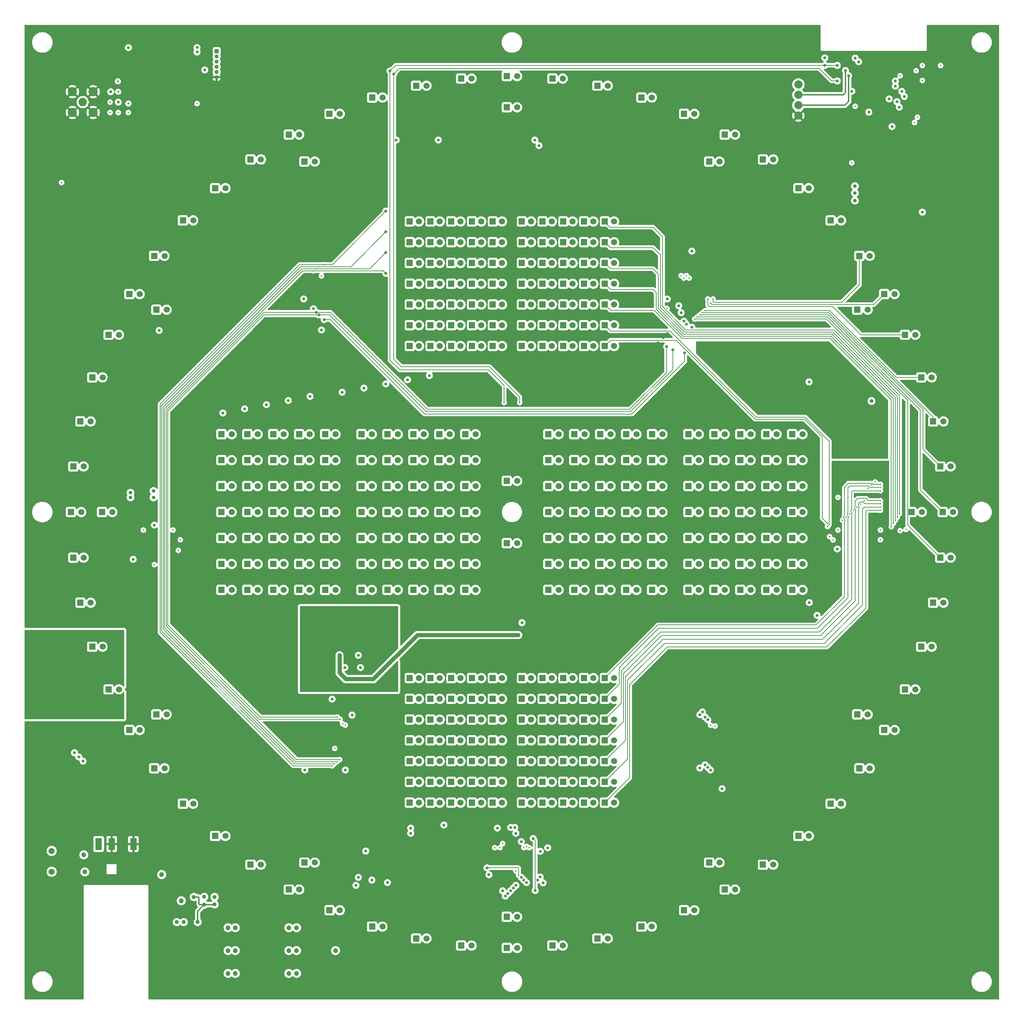
<source format=gbr>
%TF.GenerationSoftware,KiCad,Pcbnew,8.0.3*%
%TF.CreationDate,2024-06-09T22:24:32+02:00*%
%TF.ProjectId,broadcast_clock,62726f61-6463-4617-9374-5f636c6f636b,rev?*%
%TF.SameCoordinates,Original*%
%TF.FileFunction,Copper,L2,Inr*%
%TF.FilePolarity,Positive*%
%FSLAX46Y46*%
G04 Gerber Fmt 4.6, Leading zero omitted, Abs format (unit mm)*
G04 Created by KiCad (PCBNEW 8.0.3) date 2024-06-09 22:24:32*
%MOMM*%
%LPD*%
G01*
G04 APERTURE LIST*
%TA.AperFunction,ComponentPad*%
%ADD10R,1.500000X1.500000*%
%TD*%
%TA.AperFunction,ComponentPad*%
%ADD11C,1.500000*%
%TD*%
%TA.AperFunction,ComponentPad*%
%ADD12R,1.600000X2.900000*%
%TD*%
%TA.AperFunction,ComponentPad*%
%ADD13C,2.050000*%
%TD*%
%TA.AperFunction,ComponentPad*%
%ADD14C,2.250000*%
%TD*%
%TA.AperFunction,ComponentPad*%
%ADD15R,1.000000X1.000000*%
%TD*%
%TA.AperFunction,ComponentPad*%
%ADD16O,1.000000X1.000000*%
%TD*%
%TA.AperFunction,ComponentPad*%
%ADD17C,2.000000*%
%TD*%
%TA.AperFunction,ViaPad*%
%ADD18C,0.350000*%
%TD*%
%TA.AperFunction,ViaPad*%
%ADD19C,0.700000*%
%TD*%
%TA.AperFunction,ViaPad*%
%ADD20C,1.200000*%
%TD*%
%TA.AperFunction,ViaPad*%
%ADD21C,0.900000*%
%TD*%
%TA.AperFunction,ViaPad*%
%ADD22C,1.000000*%
%TD*%
%TA.AperFunction,ViaPad*%
%ADD23C,0.500000*%
%TD*%
%TA.AperFunction,Conductor*%
%ADD24C,0.300000*%
%TD*%
%TA.AperFunction,Conductor*%
%ADD25C,1.000000*%
%TD*%
%TA.AperFunction,Conductor*%
%ADD26C,0.150000*%
%TD*%
%TA.AperFunction,Conductor*%
%ADD27C,0.127000*%
%TD*%
G04 APERTURE END LIST*
D10*
%TO.N,/Clock face/LED display/LED matrices/U2D0D1R6*%
%TO.C,D225*%
X125476000Y-211455000D03*
D11*
%TO.N,/Clock face/LED display/LED matrices/U2D0D2C2*%
X127762000Y-211455000D03*
%TD*%
D10*
%TO.N,/Clock face/LED display/LED matrices/U2D0D1R7*%
%TO.C,D254*%
X147828000Y-216535000D03*
D11*
%TO.N,/Clock face/LED display/LED matrices/U2D1D3C1*%
X150114000Y-216535000D03*
%TD*%
D10*
%TO.N,/Clock face/LED display/LED matrices/U2D0D1R5*%
%TO.C,D238*%
X135636000Y-206375000D03*
D11*
%TO.N,/Clock face/LED display/LED matrices/U2D0D2C4*%
X137922000Y-206375000D03*
%TD*%
D10*
%TO.N,/Clock face/LED display/LED matrices/U2D2D3R2*%
%TO.C,D340*%
X163068000Y-79375000D03*
D11*
%TO.N,/Clock face/LED display/LED matrices/U2D1D3C4*%
X165354000Y-79375000D03*
%TD*%
D10*
%TO.N,/Clock face/LED display/LED matrices/U2D2D3R4*%
%TO.C,D293*%
X125476000Y-89535000D03*
D11*
%TO.N,/Clock face/LED display/LED matrices/U2D0D2C2*%
X127762000Y-89535000D03*
%TD*%
D10*
%TO.N,/Clock face/LED display/LED matrices/U2D2D3R3*%
%TO.C,D327*%
X152908000Y-84455000D03*
D11*
%TO.N,/Clock face/LED display/LED matrices/U2D1D3C2*%
X155194000Y-84455000D03*
%TD*%
D10*
%TO.N,/Clock face/LED display/LED matrices/U2D2D3R6*%
%TO.C,D309*%
X135636000Y-99695000D03*
D11*
%TO.N,/Clock face/LED display/LED matrices/U2D0D2C4*%
X137922000Y-99695000D03*
%TD*%
D10*
%TO.N,/Clock face/LED display/LED matrices/U2D2D3R7*%
%TO.C,D303*%
X130556000Y-104775000D03*
D11*
%TO.N,/Clock face/LED display/LED matrices/U2D0D2C3*%
X132842000Y-104775000D03*
%TD*%
D10*
%TO.N,/Clock face/LED display/LED matrices/U2D2D3R1*%
%TO.C,D283*%
X120396000Y-74295000D03*
D11*
%TO.N,/Clock face/LED display/LED matrices/U2D0D2C1*%
X122682000Y-74295000D03*
%TD*%
D10*
%TO.N,/Clock face/LED display/LED matrices/U2D0D1R7*%
%TO.C,D219*%
X120396000Y-216535000D03*
D11*
%TO.N,/Clock face/LED display/LED matrices/U2D0D2C1*%
X122682000Y-216535000D03*
%TD*%
D10*
%TO.N,/Clock face/LED display/LED matrices/U2D2D3R2*%
%TO.C,D291*%
X125476000Y-79375000D03*
D11*
%TO.N,/Clock face/LED display/LED matrices/U2D0D2C2*%
X127762000Y-79375000D03*
%TD*%
D10*
%TO.N,/Clock face/LED display/LED matrices/U2D0D1R4*%
%TO.C,D265*%
X157988000Y-201295000D03*
D11*
%TO.N,/Clock face/LED display/LED matrices/U2D1D3C3*%
X160274000Y-201295000D03*
%TD*%
D10*
%TO.N,/Clock face/LED display/LED matrices/U2D2D3R7*%
%TO.C,D324*%
X147828000Y-104775000D03*
D11*
%TO.N,/Clock face/LED display/LED matrices/U2D1D3C1*%
X150114000Y-104775000D03*
%TD*%
D10*
%TO.N,/Clock face/LED display/LED matrices/U2D0D1R1*%
%TO.C,D276*%
X168148000Y-186055000D03*
D11*
%TO.N,/Clock face/LED display/LED matrices/U2D1D3C5*%
X170434000Y-186055000D03*
%TD*%
D10*
%TO.N,/Clock face/LED display/LED matrices/U2D0D1R3*%
%TO.C,D278*%
X168148000Y-196215000D03*
D11*
%TO.N,/Clock face/LED display/LED matrices/U2D1D3C5*%
X170434000Y-196215000D03*
%TD*%
D10*
%TO.N,/Clock face/LED display/LED matrices/U2D2D3R2*%
%TO.C,D284*%
X120396000Y-79375000D03*
D11*
%TO.N,/Clock face/LED display/LED matrices/U2D0D2C1*%
X122682000Y-79375000D03*
%TD*%
D10*
%TO.N,/Clock face/LED display/LED matrices/U2D2D3R4*%
%TO.C,D286*%
X120396000Y-89535000D03*
D11*
%TO.N,/Clock face/LED display/LED matrices/U2D0D2C1*%
X122682000Y-89535000D03*
%TD*%
D10*
%TO.N,/Clock face/LED display/LED matrices/U2D2D3R1*%
%TO.C,D318*%
X147828000Y-74295000D03*
D11*
%TO.N,/Clock face/LED display/LED matrices/U2D1D3C1*%
X150114000Y-74295000D03*
%TD*%
D10*
%TO.N,/Clock face/LED display/LED matrices/U2D2D3R2*%
%TO.C,D333*%
X157988000Y-79375000D03*
D11*
%TO.N,/Clock face/LED display/LED matrices/U2D1D3C3*%
X160274000Y-79375000D03*
%TD*%
D10*
%TO.N,/Clock face/LED display/LED matrices/U2D2D3R3*%
%TO.C,D313*%
X140716000Y-84455000D03*
D11*
%TO.N,/Clock face/LED display/LED matrices/U2D0D2C5*%
X143002000Y-84455000D03*
%TD*%
D10*
%TO.N,/Clock face/LED display/LED matrices/U2D0D1R3*%
%TO.C,D215*%
X120396000Y-196215000D03*
D11*
%TO.N,/Clock face/LED display/LED matrices/U2D0D2C1*%
X122682000Y-196215000D03*
%TD*%
D10*
%TO.N,/Clock face/LED display/LED matrices/U2D2D3R3*%
%TO.C,D348*%
X168148000Y-84455000D03*
D11*
%TO.N,/Clock face/LED display/LED matrices/U2D1D3C5*%
X170434000Y-84455000D03*
%TD*%
D10*
%TO.N,/Clock face/LED display/LED matrices/U2D2D3R7*%
%TO.C,D345*%
X163068000Y-104775000D03*
D11*
%TO.N,/Clock face/LED display/LED matrices/U2D1D3C4*%
X165354000Y-104775000D03*
%TD*%
D10*
%TO.N,/Clock face/LED display/LED matrices/U2D0D1R6*%
%TO.C,D239*%
X135636000Y-211455000D03*
D11*
%TO.N,/Clock face/LED display/LED matrices/U2D0D2C4*%
X137922000Y-211455000D03*
%TD*%
D10*
%TO.N,/Clock face/LED display/LED matrices/U2D2D3R2*%
%TO.C,D305*%
X135636000Y-79375000D03*
D11*
%TO.N,/Clock face/LED display/LED matrices/U2D0D2C4*%
X137922000Y-79375000D03*
%TD*%
D10*
%TO.N,/Clock face/LED display/LED matrices/U2D0D1R1*%
%TO.C,D227*%
X130556000Y-186055000D03*
D11*
%TO.N,/Clock face/LED display/LED matrices/U2D0D2C3*%
X132842000Y-186055000D03*
%TD*%
D10*
%TO.N,/Clock face/LED display/LED matrices/U2D0D1R2*%
%TO.C,D263*%
X157988000Y-191135000D03*
D11*
%TO.N,/Clock face/LED display/LED matrices/U2D1D3C3*%
X160274000Y-191135000D03*
%TD*%
D10*
%TO.N,/Clock face/LED display/LED matrices/U2D2D3R7*%
%TO.C,D338*%
X157988000Y-104775000D03*
D11*
%TO.N,/Clock face/LED display/LED matrices/U2D1D3C3*%
X160274000Y-104775000D03*
%TD*%
D10*
%TO.N,/Clock face/LED display/LED matrices/U2D0D1R2*%
%TO.C,D214*%
X120396000Y-191135000D03*
D11*
%TO.N,/Clock face/LED display/LED matrices/U2D0D2C1*%
X122682000Y-191135000D03*
%TD*%
D10*
%TO.N,/Clock face/LED display/LED matrices/U2D2D3R5*%
%TO.C,D343*%
X163068000Y-94615000D03*
D11*
%TO.N,/Clock face/LED display/LED matrices/U2D1D3C4*%
X165354000Y-94615000D03*
%TD*%
D10*
%TO.N,/Clock face/LED display/LED matrices/U2D0D1R5*%
%TO.C,D231*%
X130556000Y-206375000D03*
D11*
%TO.N,/Clock face/LED display/LED matrices/U2D0D2C3*%
X132842000Y-206375000D03*
%TD*%
D10*
%TO.N,/Clock face/LED display/LED matrices/U2D0D1R7*%
%TO.C,D268*%
X157988000Y-216535000D03*
D11*
%TO.N,/Clock face/LED display/LED matrices/U2D1D3C3*%
X160274000Y-216535000D03*
%TD*%
D10*
%TO.N,/Clock face/LED display/LED matrices/U2D0D1R1*%
%TO.C,D255*%
X152908000Y-186055000D03*
D11*
%TO.N,/Clock face/LED display/LED matrices/U2D1D3C2*%
X155194000Y-186055000D03*
%TD*%
D10*
%TO.N,/Clock face/LED display/LED matrices/U2D0D1R2*%
%TO.C,D256*%
X152908000Y-191135000D03*
D11*
%TO.N,/Clock face/LED display/LED matrices/U2D1D3C2*%
X155194000Y-191135000D03*
%TD*%
D10*
%TO.N,/Clock face/LED display/LED matrices/U2D0D1R6*%
%TO.C,D281*%
X168148000Y-211455000D03*
D11*
%TO.N,/Clock face/LED display/LED matrices/U2D1D3C5*%
X170434000Y-211455000D03*
%TD*%
D10*
%TO.N,/Clock face/LED display/LED matrices/U2D0D1R6*%
%TO.C,D274*%
X163068000Y-211455000D03*
D11*
%TO.N,/Clock face/LED display/LED matrices/U2D1D3C4*%
X165354000Y-211455000D03*
%TD*%
D10*
%TO.N,/Clock face/LED display/LED matrices/U2D2D3R2*%
%TO.C,D326*%
X152908000Y-79375000D03*
D11*
%TO.N,/Clock face/LED display/LED matrices/U2D1D3C2*%
X155194000Y-79375000D03*
%TD*%
D10*
%TO.N,/Clock face/LED display/LED matrices/U2D0D1R1*%
%TO.C,D213*%
X120396000Y-186055000D03*
D11*
%TO.N,/Clock face/LED display/LED matrices/U2D0D2C1*%
X122682000Y-186055000D03*
%TD*%
D10*
%TO.N,/Clock face/LED display/LED matrices/U2D2D3R6*%
%TO.C,D351*%
X168148000Y-99695000D03*
D11*
%TO.N,/Clock face/LED display/LED matrices/U2D1D3C5*%
X170434000Y-99695000D03*
%TD*%
D10*
%TO.N,/Clock face/LED display/LED matrices/U2D2D3R5*%
%TO.C,D308*%
X135636000Y-94615000D03*
D11*
%TO.N,/Clock face/LED display/LED matrices/U2D0D2C4*%
X137922000Y-94615000D03*
%TD*%
D10*
%TO.N,/Clock face/LED display/LED matrices/U2D0D1R4*%
%TO.C,D258*%
X152908000Y-201295000D03*
D11*
%TO.N,/Clock face/LED display/LED matrices/U2D1D3C2*%
X155194000Y-201295000D03*
%TD*%
D10*
%TO.N,/Clock face/LED display/LED matrices/U2D2D3R1*%
%TO.C,D311*%
X140716000Y-74295000D03*
D11*
%TO.N,/Clock face/LED display/LED matrices/U2D0D2C5*%
X143002000Y-74295000D03*
%TD*%
D10*
%TO.N,/Clock face/LED display/LED matrices/U2D2D3R1*%
%TO.C,D297*%
X130556000Y-74295000D03*
D11*
%TO.N,/Clock face/LED display/LED matrices/U2D0D2C3*%
X132842000Y-74295000D03*
%TD*%
D10*
%TO.N,/Clock face/LED display/LED matrices/U2D2D3R7*%
%TO.C,D317*%
X140716000Y-104775000D03*
D11*
%TO.N,/Clock face/LED display/LED matrices/U2D0D2C5*%
X143002000Y-104775000D03*
%TD*%
D10*
%TO.N,/Clock face/LED display/LED matrices/U2D2D3R7*%
%TO.C,D289*%
X120396000Y-104775000D03*
D11*
%TO.N,/Clock face/LED display/LED matrices/U2D0D2C1*%
X122682000Y-104775000D03*
%TD*%
D10*
%TO.N,/Clock face/LED display/LED matrices/U2D2D3R2*%
%TO.C,D298*%
X130556000Y-79375000D03*
D11*
%TO.N,/Clock face/LED display/LED matrices/U2D0D2C3*%
X132842000Y-79375000D03*
%TD*%
D10*
%TO.N,/Clock face/LED display/LED matrices/U2D0D1R3*%
%TO.C,D229*%
X130556000Y-196215000D03*
D11*
%TO.N,/Clock face/LED display/LED matrices/U2D0D2C3*%
X132842000Y-196215000D03*
%TD*%
D10*
%TO.N,/Clock face/LED display/LED matrices/U2D2D3R5*%
%TO.C,D287*%
X120396000Y-94615000D03*
D11*
%TO.N,/Clock face/LED display/LED matrices/U2D0D2C1*%
X122682000Y-94615000D03*
%TD*%
D10*
%TO.N,/Clock face/LED display/LED matrices/U2D0D1R6*%
%TO.C,D218*%
X120396000Y-211455000D03*
D11*
%TO.N,/Clock face/LED display/LED matrices/U2D0D2C1*%
X122682000Y-211455000D03*
%TD*%
D10*
%TO.N,/Clock face/LED display/LED matrices/U2D2D3R4*%
%TO.C,D349*%
X168148000Y-89535000D03*
D11*
%TO.N,/Clock face/LED display/LED matrices/U2D1D3C5*%
X170434000Y-89535000D03*
%TD*%
D10*
%TO.N,/Clock face/LED display/LED matrices/U2D2D3R3*%
%TO.C,D285*%
X120396000Y-84455000D03*
D11*
%TO.N,/Clock face/LED display/LED matrices/U2D0D2C1*%
X122682000Y-84455000D03*
%TD*%
D10*
%TO.N,/Clock face/LED display/LED matrices/U2D2D3R5*%
%TO.C,D315*%
X140716000Y-94615000D03*
D11*
%TO.N,/Clock face/LED display/LED matrices/U2D0D2C5*%
X143002000Y-94615000D03*
%TD*%
D10*
%TO.N,/Clock face/LED display/LED matrices/U2D2D3R3*%
%TO.C,D299*%
X130556000Y-84455000D03*
D11*
%TO.N,/Clock face/LED display/LED matrices/U2D0D2C3*%
X132842000Y-84455000D03*
%TD*%
D10*
%TO.N,/Clock face/LED display/LED matrices/U2D0D1R3*%
%TO.C,D250*%
X147828000Y-196215000D03*
D11*
%TO.N,/Clock face/LED display/LED matrices/U2D1D3C1*%
X150114000Y-196215000D03*
%TD*%
D10*
%TO.N,/Clock face/LED display/LED matrices/U2D2D3R1*%
%TO.C,D339*%
X163068000Y-74295000D03*
D11*
%TO.N,/Clock face/LED display/LED matrices/U2D1D3C4*%
X165354000Y-74295000D03*
%TD*%
D10*
%TO.N,/Clock face/LED display/LED matrices/U2D2D3R7*%
%TO.C,D331*%
X152908000Y-104775000D03*
D11*
%TO.N,/Clock face/LED display/LED matrices/U2D1D3C2*%
X155194000Y-104775000D03*
%TD*%
D10*
%TO.N,/Clock face/LED display/LED matrices/U2D0D1R3*%
%TO.C,D236*%
X135636000Y-196215000D03*
D11*
%TO.N,/Clock face/LED display/LED matrices/U2D0D2C4*%
X137922000Y-196215000D03*
%TD*%
D10*
%TO.N,/Clock face/LED display/LED matrices/U2D0D1R5*%
%TO.C,D245*%
X140716000Y-206375000D03*
D11*
%TO.N,/Clock face/LED display/LED matrices/U2D0D2C5*%
X143002000Y-206375000D03*
%TD*%
D10*
%TO.N,/Clock face/LED display/LED matrices/U2D0D1R7*%
%TO.C,D282*%
X168148000Y-216535000D03*
D11*
%TO.N,/Clock face/LED display/LED matrices/U2D1D3C5*%
X170434000Y-216535000D03*
%TD*%
D10*
%TO.N,/Clock face/LED display/LED matrices/U2D0D1R7*%
%TO.C,D240*%
X135636000Y-216535000D03*
D11*
%TO.N,/Clock face/LED display/LED matrices/U2D0D2C4*%
X137922000Y-216535000D03*
%TD*%
D10*
%TO.N,/Clock face/LED display/LED matrices/U2D0D1R1*%
%TO.C,D248*%
X147828000Y-186055000D03*
D11*
%TO.N,/Clock face/LED display/LED matrices/U2D1D3C1*%
X150114000Y-186055000D03*
%TD*%
D10*
%TO.N,/Clock face/LED display/LED matrices/U2D0D1R7*%
%TO.C,D226*%
X125476000Y-216535000D03*
D11*
%TO.N,/Clock face/LED display/LED matrices/U2D0D2C2*%
X127762000Y-216535000D03*
%TD*%
D10*
%TO.N,/Clock face/LED display/LED matrices/U2D0D1R3*%
%TO.C,D271*%
X163068000Y-196215000D03*
D11*
%TO.N,/Clock face/LED display/LED matrices/U2D1D3C4*%
X165354000Y-196215000D03*
%TD*%
D10*
%TO.N,/Clock face/LED display/LED matrices/U2D2D3R6*%
%TO.C,D337*%
X157988000Y-99695000D03*
D11*
%TO.N,/Clock face/LED display/LED matrices/U2D1D3C3*%
X160274000Y-99695000D03*
%TD*%
D10*
%TO.N,/Clock face/LED display/LED matrices/U2D2D3R5*%
%TO.C,D322*%
X147828000Y-94615000D03*
D11*
%TO.N,/Clock face/LED display/LED matrices/U2D1D3C1*%
X150114000Y-94615000D03*
%TD*%
D10*
%TO.N,/Clock face/LED display/LED matrices/U2D2D3R4*%
%TO.C,D335*%
X157988000Y-89535000D03*
D11*
%TO.N,/Clock face/LED display/LED matrices/U2D1D3C3*%
X160274000Y-89535000D03*
%TD*%
D10*
%TO.N,/Clock face/LED display/LED matrices/U2D0D1R4*%
%TO.C,D230*%
X130556000Y-201295000D03*
D11*
%TO.N,/Clock face/LED display/LED matrices/U2D0D2C3*%
X132842000Y-201295000D03*
%TD*%
D10*
%TO.N,/Clock face/LED display/LED matrices/U2D2D3R1*%
%TO.C,D290*%
X125476000Y-74295000D03*
D11*
%TO.N,/Clock face/LED display/LED matrices/U2D0D2C2*%
X127762000Y-74295000D03*
%TD*%
D10*
%TO.N,/Clock face/LED display/LED matrices/U2D0D1R5*%
%TO.C,D217*%
X120396000Y-206375000D03*
D11*
%TO.N,/Clock face/LED display/LED matrices/U2D0D2C1*%
X122682000Y-206375000D03*
%TD*%
D10*
%TO.N,/Clock face/LED display/LED matrices/U2D0D1R6*%
%TO.C,D232*%
X130556000Y-211455000D03*
D11*
%TO.N,/Clock face/LED display/LED matrices/U2D0D2C3*%
X132842000Y-211455000D03*
%TD*%
D10*
%TO.N,/Clock face/LED display/LED matrices/U2D0D1R7*%
%TO.C,D275*%
X163068000Y-216535000D03*
D11*
%TO.N,/Clock face/LED display/LED matrices/U2D1D3C4*%
X165354000Y-216535000D03*
%TD*%
D10*
%TO.N,/Clock face/LED display/LED matrices/U2D0D1R2*%
%TO.C,D249*%
X147828000Y-191135000D03*
D11*
%TO.N,/Clock face/LED display/LED matrices/U2D1D3C1*%
X150114000Y-191135000D03*
%TD*%
D10*
%TO.N,/Clock face/LED display/LED matrices/U2D0D1R3*%
%TO.C,D222*%
X125476000Y-196215000D03*
D11*
%TO.N,/Clock face/LED display/LED matrices/U2D0D2C2*%
X127762000Y-196215000D03*
%TD*%
D10*
%TO.N,/Clock face/LED display/LED matrices/U2D0D1R3*%
%TO.C,D264*%
X157988000Y-196215000D03*
D11*
%TO.N,/Clock face/LED display/LED matrices/U2D1D3C3*%
X160274000Y-196215000D03*
%TD*%
D10*
%TO.N,/Clock face/LED display/LED matrices/U2D0D1R1*%
%TO.C,D269*%
X163068000Y-186055000D03*
D11*
%TO.N,/Clock face/LED display/LED matrices/U2D1D3C4*%
X165354000Y-186055000D03*
%TD*%
D10*
%TO.N,/Clock face/LED display/LED matrices/U2D2D3R4*%
%TO.C,D300*%
X130556000Y-89535000D03*
D11*
%TO.N,/Clock face/LED display/LED matrices/U2D0D2C3*%
X132842000Y-89535000D03*
%TD*%
D10*
%TO.N,/Clock face/LED display/LED matrices/U2D0D1R5*%
%TO.C,D252*%
X147828000Y-206375000D03*
D11*
%TO.N,/Clock face/LED display/LED matrices/U2D1D3C1*%
X150114000Y-206375000D03*
%TD*%
D10*
%TO.N,/Clock face/LED display/LED matrices/U2D0D1R6*%
%TO.C,D253*%
X147828000Y-211455000D03*
D11*
%TO.N,/Clock face/LED display/LED matrices/U2D1D3C1*%
X150114000Y-211455000D03*
%TD*%
D10*
%TO.N,/Clock face/LED display/LED matrices/U2D0D1R5*%
%TO.C,D224*%
X125476000Y-206375000D03*
D11*
%TO.N,/Clock face/LED display/LED matrices/U2D0D2C2*%
X127762000Y-206375000D03*
%TD*%
D10*
%TO.N,/Clock face/LED display/LED matrices/U2D0D1R1*%
%TO.C,D234*%
X135636000Y-186055000D03*
D11*
%TO.N,/Clock face/LED display/LED matrices/U2D0D2C4*%
X137922000Y-186055000D03*
%TD*%
D10*
%TO.N,/Clock face/LED display/LED matrices/U2D0D1R7*%
%TO.C,D247*%
X140716000Y-216535000D03*
D11*
%TO.N,/Clock face/LED display/LED matrices/U2D0D2C5*%
X143002000Y-216535000D03*
%TD*%
D10*
%TO.N,/Clock face/LED display/LED matrices/U2D2D3R1*%
%TO.C,D325*%
X152908000Y-74295000D03*
D11*
%TO.N,/Clock face/LED display/LED matrices/U2D1D3C2*%
X155194000Y-74295000D03*
%TD*%
D10*
%TO.N,/Clock face/LED display/LED matrices/U2D2D3R6*%
%TO.C,D288*%
X120396000Y-99695000D03*
D11*
%TO.N,/Clock face/LED display/LED matrices/U2D0D2C1*%
X122682000Y-99695000D03*
%TD*%
D10*
%TO.N,/Clock face/LED display/LED matrices/U2D0D1R2*%
%TO.C,D228*%
X130556000Y-191135000D03*
D11*
%TO.N,/Clock face/LED display/LED matrices/U2D0D2C3*%
X132842000Y-191135000D03*
%TD*%
D10*
%TO.N,/Clock face/LED display/LED matrices/U2D2D3R5*%
%TO.C,D350*%
X168148000Y-94615000D03*
D11*
%TO.N,/Clock face/LED display/LED matrices/U2D1D3C5*%
X170434000Y-94615000D03*
%TD*%
D10*
%TO.N,/Clock face/LED display/LED matrices/U2D2D3R3*%
%TO.C,D334*%
X157988000Y-84455000D03*
D11*
%TO.N,/Clock face/LED display/LED matrices/U2D1D3C3*%
X160274000Y-84455000D03*
%TD*%
D10*
%TO.N,/Clock face/LED display/LED matrices/U2D2D3R3*%
%TO.C,D320*%
X147828000Y-84455000D03*
D11*
%TO.N,/Clock face/LED display/LED matrices/U2D1D3C1*%
X150114000Y-84455000D03*
%TD*%
D10*
%TO.N,/Clock face/LED display/LED matrices/U2D0D1R5*%
%TO.C,D259*%
X152908000Y-206375000D03*
D11*
%TO.N,/Clock face/LED display/LED matrices/U2D1D3C2*%
X155194000Y-206375000D03*
%TD*%
D10*
%TO.N,/Clock face/LED display/LED matrices/U2D2D3R3*%
%TO.C,D292*%
X125476000Y-84455000D03*
D11*
%TO.N,/Clock face/LED display/LED matrices/U2D0D2C2*%
X127762000Y-84455000D03*
%TD*%
D10*
%TO.N,/Clock face/LED display/LED matrices/U2D0D1R4*%
%TO.C,D216*%
X120396000Y-201295000D03*
D11*
%TO.N,/Clock face/LED display/LED matrices/U2D0D2C1*%
X122682000Y-201295000D03*
%TD*%
D10*
%TO.N,/Clock face/LED display/LED matrices/U2D0D1R6*%
%TO.C,D267*%
X157988000Y-211455000D03*
D11*
%TO.N,/Clock face/LED display/LED matrices/U2D1D3C3*%
X160274000Y-211455000D03*
%TD*%
D10*
%TO.N,/Clock face/LED display/LED matrices/U2D0D1R1*%
%TO.C,D220*%
X125476000Y-186055000D03*
D11*
%TO.N,/Clock face/LED display/LED matrices/U2D0D2C2*%
X127762000Y-186055000D03*
%TD*%
D10*
%TO.N,/Clock face/LED display/LED matrices/U2D2D3R5*%
%TO.C,D301*%
X130556000Y-94615000D03*
D11*
%TO.N,/Clock face/LED display/LED matrices/U2D0D2C3*%
X132842000Y-94615000D03*
%TD*%
D10*
%TO.N,/Clock face/LED display/LED matrices/U2D2D3R1*%
%TO.C,D304*%
X135636000Y-74295000D03*
D11*
%TO.N,/Clock face/LED display/LED matrices/U2D0D2C4*%
X137922000Y-74295000D03*
%TD*%
D10*
%TO.N,/Clock face/LED display/LED matrices/U2D2D3R2*%
%TO.C,D347*%
X168148000Y-79375000D03*
D11*
%TO.N,/Clock face/LED display/LED matrices/U2D1D3C5*%
X170434000Y-79375000D03*
%TD*%
D10*
%TO.N,/Clock face/LED display/LED matrices/U2D0D1R7*%
%TO.C,D233*%
X130556000Y-216535000D03*
D11*
%TO.N,/Clock face/LED display/LED matrices/U2D0D2C3*%
X132842000Y-216535000D03*
%TD*%
D10*
%TO.N,/Clock face/LED display/LED matrices/U2D0D1R4*%
%TO.C,D223*%
X125476000Y-201295000D03*
D11*
%TO.N,/Clock face/LED display/LED matrices/U2D0D2C2*%
X127762000Y-201295000D03*
%TD*%
D10*
%TO.N,/Clock face/LED display/LED matrices/U2D2D3R7*%
%TO.C,D296*%
X125476000Y-104775000D03*
D11*
%TO.N,/Clock face/LED display/LED matrices/U2D0D2C2*%
X127762000Y-104775000D03*
%TD*%
D10*
%TO.N,/Clock face/LED display/LED matrices/U2D0D1R5*%
%TO.C,D280*%
X168148000Y-206375000D03*
D11*
%TO.N,/Clock face/LED display/LED matrices/U2D1D3C5*%
X170434000Y-206375000D03*
%TD*%
D10*
%TO.N,/Clock face/LED display/LED matrices/U2D2D3R1*%
%TO.C,D346*%
X168148000Y-74295000D03*
D11*
%TO.N,/Clock face/LED display/LED matrices/U2D1D3C5*%
X170434000Y-74295000D03*
%TD*%
D10*
%TO.N,/Clock face/LED display/LED matrices/U2D2D3R3*%
%TO.C,D306*%
X135636000Y-84455000D03*
D11*
%TO.N,/Clock face/LED display/LED matrices/U2D0D2C4*%
X137922000Y-84455000D03*
%TD*%
D10*
%TO.N,/Clock face/LED display/LED matrices/U2D0D1R7*%
%TO.C,D261*%
X152908000Y-216535000D03*
D11*
%TO.N,/Clock face/LED display/LED matrices/U2D1D3C2*%
X155194000Y-216535000D03*
%TD*%
D10*
%TO.N,/Clock face/LED display/LED matrices/U2D2D3R2*%
%TO.C,D312*%
X140716000Y-79375000D03*
D11*
%TO.N,/Clock face/LED display/LED matrices/U2D0D2C5*%
X143002000Y-79375000D03*
%TD*%
D10*
%TO.N,/Clock face/LED display/LED matrices/U2D0D1R4*%
%TO.C,D272*%
X163068000Y-201295000D03*
D11*
%TO.N,/Clock face/LED display/LED matrices/U2D1D3C4*%
X165354000Y-201295000D03*
%TD*%
D10*
%TO.N,/Clock face/LED display/LED matrices/U2D0D1R5*%
%TO.C,D273*%
X163068000Y-206375000D03*
D11*
%TO.N,/Clock face/LED display/LED matrices/U2D1D3C4*%
X165354000Y-206375000D03*
%TD*%
D10*
%TO.N,/Clock face/LED display/LED matrices/U2D2D3R6*%
%TO.C,D295*%
X125476000Y-99695000D03*
D11*
%TO.N,/Clock face/LED display/LED matrices/U2D0D2C2*%
X127762000Y-99695000D03*
%TD*%
D10*
%TO.N,/Clock face/LED display/LED matrices/U2D2D3R5*%
%TO.C,D294*%
X125476000Y-94615000D03*
D11*
%TO.N,/Clock face/LED display/LED matrices/U2D0D2C2*%
X127762000Y-94615000D03*
%TD*%
D10*
%TO.N,/Clock face/LED display/LED matrices/U2D2D3R5*%
%TO.C,D329*%
X152908000Y-94615000D03*
D11*
%TO.N,/Clock face/LED display/LED matrices/U2D1D3C2*%
X155194000Y-94615000D03*
%TD*%
D10*
%TO.N,/Clock face/LED display/LED matrices/U2D0D1R5*%
%TO.C,D266*%
X157988000Y-206375000D03*
D11*
%TO.N,/Clock face/LED display/LED matrices/U2D1D3C3*%
X160274000Y-206375000D03*
%TD*%
D10*
%TO.N,/Clock face/LED display/LED matrices/U2D2D3R6*%
%TO.C,D302*%
X130556000Y-99695000D03*
D11*
%TO.N,/Clock face/LED display/LED matrices/U2D0D2C3*%
X132842000Y-99695000D03*
%TD*%
D10*
%TO.N,/Clock face/LED display/LED matrices/U2D2D3R2*%
%TO.C,D319*%
X147828000Y-79375000D03*
D11*
%TO.N,/Clock face/LED display/LED matrices/U2D1D3C1*%
X150114000Y-79375000D03*
%TD*%
D10*
%TO.N,/Clock face/LED display/LED matrices/U2D2D3R7*%
%TO.C,D310*%
X135636000Y-104775000D03*
D11*
%TO.N,/Clock face/LED display/LED matrices/U2D0D2C4*%
X137922000Y-104775000D03*
%TD*%
D10*
%TO.N,/Clock face/LED display/LED matrices/U2D2D3R4*%
%TO.C,D321*%
X147828000Y-89535000D03*
D11*
%TO.N,/Clock face/LED display/LED matrices/U2D1D3C1*%
X150114000Y-89535000D03*
%TD*%
D10*
%TO.N,/Clock face/LED display/LED matrices/U2D2D3R1*%
%TO.C,D332*%
X157988000Y-74295000D03*
D11*
%TO.N,/Clock face/LED display/LED matrices/U2D1D3C3*%
X160274000Y-74295000D03*
%TD*%
D10*
%TO.N,/Clock face/LED display/LED matrices/U2D0D1R3*%
%TO.C,D257*%
X152908000Y-196215000D03*
D11*
%TO.N,/Clock face/LED display/LED matrices/U2D1D3C2*%
X155194000Y-196215000D03*
%TD*%
D10*
%TO.N,/Clock face/LED display/LED matrices/U2D2D3R3*%
%TO.C,D341*%
X163068000Y-84455000D03*
D11*
%TO.N,/Clock face/LED display/LED matrices/U2D1D3C4*%
X165354000Y-84455000D03*
%TD*%
D10*
%TO.N,/Clock face/LED display/LED matrices/U2D0D1R2*%
%TO.C,D270*%
X163068000Y-191135000D03*
D11*
%TO.N,/Clock face/LED display/LED matrices/U2D1D3C4*%
X165354000Y-191135000D03*
%TD*%
D10*
%TO.N,/Clock face/LED display/LED matrices/U2D2D3R6*%
%TO.C,D323*%
X147828000Y-99695000D03*
D11*
%TO.N,/Clock face/LED display/LED matrices/U2D1D3C1*%
X150114000Y-99695000D03*
%TD*%
D10*
%TO.N,/Clock face/LED display/LED matrices/U2D2D3R4*%
%TO.C,D307*%
X135636000Y-89535000D03*
D11*
%TO.N,/Clock face/LED display/LED matrices/U2D0D2C4*%
X137922000Y-89535000D03*
%TD*%
D10*
%TO.N,/Clock face/LED display/LED matrices/U2D0D1R2*%
%TO.C,D221*%
X125476000Y-191135000D03*
D11*
%TO.N,/Clock face/LED display/LED matrices/U2D0D2C2*%
X127762000Y-191135000D03*
%TD*%
D10*
%TO.N,/Clock face/LED display/LED matrices/U2D0D1R3*%
%TO.C,D243*%
X140716000Y-196215000D03*
D11*
%TO.N,/Clock face/LED display/LED matrices/U2D0D2C5*%
X143002000Y-196215000D03*
%TD*%
D10*
%TO.N,/Clock face/LED display/LED matrices/U2D0D1R1*%
%TO.C,D241*%
X140716000Y-186055000D03*
D11*
%TO.N,/Clock face/LED display/LED matrices/U2D0D2C5*%
X143002000Y-186055000D03*
%TD*%
D10*
%TO.N,/Clock face/LED display/LED matrices/U2D0D1R2*%
%TO.C,D277*%
X168148000Y-191135000D03*
D11*
%TO.N,/Clock face/LED display/LED matrices/U2D1D3C5*%
X170434000Y-191135000D03*
%TD*%
D10*
%TO.N,/Clock face/LED display/LED matrices/U2D0D1R4*%
%TO.C,D279*%
X168148000Y-201295000D03*
D11*
%TO.N,/Clock face/LED display/LED matrices/U2D1D3C5*%
X170434000Y-201295000D03*
%TD*%
D10*
%TO.N,/Clock face/LED display/LED matrices/U2D2D3R6*%
%TO.C,D316*%
X140716000Y-99695000D03*
D11*
%TO.N,/Clock face/LED display/LED matrices/U2D0D2C5*%
X143002000Y-99695000D03*
%TD*%
D10*
%TO.N,/Clock face/LED display/LED matrices/U2D2D3R4*%
%TO.C,D328*%
X152908000Y-89535000D03*
D11*
%TO.N,/Clock face/LED display/LED matrices/U2D1D3C2*%
X155194000Y-89535000D03*
%TD*%
D10*
%TO.N,/Clock face/LED display/LED matrices/U2D0D1R4*%
%TO.C,D237*%
X135636000Y-201295000D03*
D11*
%TO.N,/Clock face/LED display/LED matrices/U2D0D2C4*%
X137922000Y-201295000D03*
%TD*%
D10*
%TO.N,/Clock face/LED display/LED matrices/U2D0D1R6*%
%TO.C,D260*%
X152908000Y-211455000D03*
D11*
%TO.N,/Clock face/LED display/LED matrices/U2D1D3C2*%
X155194000Y-211455000D03*
%TD*%
D10*
%TO.N,/Clock face/LED display/LED matrices/U2D0D1R1*%
%TO.C,D262*%
X157988000Y-186055000D03*
D11*
%TO.N,/Clock face/LED display/LED matrices/U2D1D3C3*%
X160274000Y-186055000D03*
%TD*%
D10*
%TO.N,/Clock face/LED display/LED matrices/U2D0D1R6*%
%TO.C,D246*%
X140716000Y-211455000D03*
D11*
%TO.N,/Clock face/LED display/LED matrices/U2D0D2C5*%
X143002000Y-211455000D03*
%TD*%
D10*
%TO.N,/Clock face/LED display/LED matrices/U2D2D3R6*%
%TO.C,D344*%
X163068000Y-99695000D03*
D11*
%TO.N,/Clock face/LED display/LED matrices/U2D1D3C4*%
X165354000Y-99695000D03*
%TD*%
D10*
%TO.N,/Clock face/LED display/LED matrices/U2D0D1R2*%
%TO.C,D235*%
X135636000Y-191135000D03*
D11*
%TO.N,/Clock face/LED display/LED matrices/U2D0D2C4*%
X137922000Y-191135000D03*
%TD*%
D10*
%TO.N,/Clock face/LED display/LED matrices/U2D2D3R6*%
%TO.C,D330*%
X152908000Y-99695000D03*
D11*
%TO.N,/Clock face/LED display/LED matrices/U2D1D3C2*%
X155194000Y-99695000D03*
%TD*%
D10*
%TO.N,/Clock face/LED display/LED matrices/U2D0D1R4*%
%TO.C,D244*%
X140716000Y-201295000D03*
D11*
%TO.N,/Clock face/LED display/LED matrices/U2D0D2C5*%
X143002000Y-201295000D03*
%TD*%
D10*
%TO.N,/Clock face/LED display/LED matrices/U2D0D1R4*%
%TO.C,D251*%
X147828000Y-201295000D03*
D11*
%TO.N,/Clock face/LED display/LED matrices/U2D1D3C1*%
X150114000Y-201295000D03*
%TD*%
D10*
%TO.N,/Clock face/LED display/LED matrices/U2D2D3R4*%
%TO.C,D314*%
X140716000Y-89535000D03*
D11*
%TO.N,/Clock face/LED display/LED matrices/U2D0D2C5*%
X143002000Y-89535000D03*
%TD*%
D10*
%TO.N,/Clock face/LED display/LED matrices/U2D2D3R4*%
%TO.C,D342*%
X163068000Y-89535000D03*
D11*
%TO.N,/Clock face/LED display/LED matrices/U2D1D3C4*%
X165354000Y-89535000D03*
%TD*%
D10*
%TO.N,/Clock face/LED display/LED matrices/U2D2D3R5*%
%TO.C,D336*%
X157988000Y-94615000D03*
D11*
%TO.N,/Clock face/LED display/LED matrices/U2D1D3C3*%
X160274000Y-94615000D03*
%TD*%
D10*
%TO.N,/Clock face/LED display/LED matrices/U2D2D3R7*%
%TO.C,D352*%
X168148000Y-104775000D03*
D11*
%TO.N,/Clock face/LED display/LED matrices/U2D1D3C5*%
X170434000Y-104775000D03*
%TD*%
D10*
%TO.N,/Clock face/LED display/LED matrices/U2D0D1R2*%
%TO.C,D242*%
X140716000Y-191135000D03*
D11*
%TO.N,/Clock face/LED display/LED matrices/U2D0D2C5*%
X143002000Y-191135000D03*
%TD*%
%TO.N,Net-(F1-Pad1)*%
%TO.C,F1*%
X32766000Y-228346000D03*
%TO.N,Net-(D356-A)*%
X32766000Y-233426000D03*
%TD*%
D12*
%TO.N,GND*%
%TO.C,J2*%
X52764000Y-226646500D03*
X47464000Y-226646500D03*
%TO.N,Net-(F1-Pad1)*%
X44264000Y-226646500D03*
%TD*%
D10*
%TO.N,/Clock face/LED display/LED matrices/U1D0D1R3*%
%TO.C,D103*%
X99695000Y-139065000D03*
D11*
%TO.N,/Clock face/LED display/LED matrices/U1D0D2C5*%
X102235000Y-139065000D03*
%TD*%
D10*
%TO.N,Net-(D54-K)*%
%TO.C,D54*%
X81440069Y-59109067D03*
D11*
%TO.N,+3.3V_LED*%
X83980069Y-59109067D03*
%TD*%
D10*
%TO.N,/Clock face/LED display/LED matrices/U1D2D3R6*%
%TO.C,D169*%
X173355000Y-158115000D03*
D11*
%TO.N,/Clock face/LED display/LED matrices/U1D0D2C4*%
X175895000Y-158115000D03*
%TD*%
D10*
%TO.N,Net-(D45-K)*%
%TO.C,D45*%
X37465000Y-145415000D03*
D11*
%TO.N,+3.3V_LED*%
X40005000Y-145415000D03*
%TD*%
D10*
%TO.N,Net-(D65-K)*%
%TO.C,D65*%
X193675000Y-231203476D03*
D11*
%TO.N,+3.3V_LED*%
X196215000Y-231203476D03*
%TD*%
D10*
%TO.N,Net-(D30-K)*%
%TO.C,D30*%
X144145000Y-252095000D03*
D11*
%TO.N,+3.3V_LED*%
X146685000Y-252095000D03*
%TD*%
D10*
%TO.N,/Clock face/LED display/LED matrices/U1D0D1R7*%
%TO.C,D128*%
X121285000Y-164465000D03*
D11*
%TO.N,/Clock face/LED display/LED matrices/U1D1D3C3*%
X123825000Y-164465000D03*
%TD*%
D10*
%TO.N,/Clock face/LED display/LED matrices/U1D0D1R2*%
%TO.C,D109*%
X108585000Y-132715000D03*
D11*
%TO.N,/Clock face/LED display/LED matrices/U1D1D3C1*%
X111125000Y-132715000D03*
%TD*%
D10*
%TO.N,Net-(D353-K)*%
%TO.C,D353*%
X144145000Y-137795000D03*
D11*
%TO.N,+3.3V_LED*%
X146685000Y-137795000D03*
%TD*%
D10*
%TO.N,/Clock face/LED display/LED matrices/U1D0D1R6*%
%TO.C,D85*%
X80645000Y-158115000D03*
D11*
%TO.N,/Clock face/LED display/LED matrices/U1D0D2C2*%
X83185000Y-158115000D03*
%TD*%
D10*
%TO.N,Net-(D26-K)*%
%TO.C,D26*%
X187535665Y-242872029D03*
D11*
%TO.N,+3.3V_LED*%
X190075665Y-242872029D03*
%TD*%
D10*
%TO.N,/Clock face/LED display/LED matrices/U1D0D1R5*%
%TO.C,D112*%
X108585000Y-151765000D03*
D11*
%TO.N,/Clock face/LED display/LED matrices/U1D1D3C1*%
X111125000Y-151765000D03*
%TD*%
D10*
%TO.N,/Clock face/LED display/LED matrices/U1D0D1R3*%
%TO.C,D110*%
X108585000Y-139065000D03*
D11*
%TO.N,/Clock face/LED display/LED matrices/U1D1D3C1*%
X111125000Y-139065000D03*
%TD*%
D10*
%TO.N,/Clock face/LED display/LED matrices/U1D0D1R6*%
%TO.C,D99*%
X93345000Y-158115000D03*
D11*
%TO.N,/Clock face/LED display/LED matrices/U1D0D2C4*%
X95885000Y-158115000D03*
%TD*%
D10*
%TO.N,/Clock face/LED display/LED matrices/U1D2D3R1*%
%TO.C,D199*%
X207645000Y-126365000D03*
D11*
%TO.N,/Clock face/LED display/LED matrices/U1D1D3C4*%
X210185000Y-126365000D03*
%TD*%
D10*
%TO.N,/Clock face/LED display/LED matrices/U1D2D3R7*%
%TO.C,D177*%
X179705000Y-164465000D03*
D11*
%TO.N,/Clock face/LED display/LED matrices/U1D0D2C5*%
X182245000Y-164465000D03*
%TD*%
D10*
%TO.N,/Clock face/LED display/LED matrices/U1D0D1R4*%
%TO.C,D111*%
X108585000Y-145415000D03*
D11*
%TO.N,/Clock face/LED display/LED matrices/U1D1D3C1*%
X111125000Y-145415000D03*
%TD*%
D10*
%TO.N,Net-(D1-K)*%
%TO.C,D1*%
X155296096Y-39319404D03*
D11*
%TO.N,+3.3V_LED*%
X157836096Y-39319404D03*
%TD*%
D10*
%TO.N,/Clock face/LED display/LED matrices/U1D0D1R3*%
%TO.C,D138*%
X133985000Y-139065000D03*
D11*
%TO.N,/Clock face/LED display/LED matrices/U1D1D3C5*%
X136525000Y-139065000D03*
%TD*%
D10*
%TO.N,/Clock face/LED display/LED matrices/U1D0D1R4*%
%TO.C,D139*%
X133985000Y-145415000D03*
D11*
%TO.N,/Clock face/LED display/LED matrices/U1D1D3C5*%
X136525000Y-145415000D03*
%TD*%
D10*
%TO.N,/Clock face/LED display/LED matrices/U1D0D1R3*%
%TO.C,D82*%
X80645000Y-139065000D03*
D11*
%TO.N,/Clock face/LED display/LED matrices/U1D0D2C2*%
X83185000Y-139065000D03*
%TD*%
D10*
%TO.N,Net-(D41-K)*%
%TO.C,D41*%
X46687971Y-188805665D03*
D11*
%TO.N,+3.3V_LED*%
X49227971Y-188805665D03*
%TD*%
D10*
%TO.N,/Clock face/LED display/LED matrices/U1D0D1R6*%
%TO.C,D141*%
X133985000Y-158115000D03*
D11*
%TO.N,/Clock face/LED display/LED matrices/U1D1D3C5*%
X136525000Y-158115000D03*
%TD*%
D10*
%TO.N,Net-(D58-K)*%
%TO.C,D58*%
X121964981Y-41066214D03*
D11*
%TO.N,+3.3V_LED*%
X124504981Y-41066214D03*
%TD*%
D10*
%TO.N,Net-(D39-K)*%
%TO.C,D39*%
X57839067Y-208119931D03*
D11*
%TO.N,+3.3V_LED*%
X60379067Y-208119931D03*
%TD*%
D10*
%TO.N,/Clock face/LED display/LED matrices/U1D2D3R1*%
%TO.C,D143*%
X154305000Y-126365000D03*
D11*
%TO.N,/Clock face/LED display/LED matrices/U1D0D2C1*%
X156845000Y-126365000D03*
%TD*%
D10*
%TO.N,Net-(D28-K)*%
%TO.C,D28*%
X166325019Y-249763786D03*
D11*
%TO.N,+3.3V_LED*%
X168865019Y-249763786D03*
%TD*%
D10*
%TO.N,/Clock face/LED display/LED matrices/U1D0D1R6*%
%TO.C,D120*%
X114935000Y-158115000D03*
D11*
%TO.N,/Clock face/LED display/LED matrices/U1D1D3C2*%
X117475000Y-158115000D03*
%TD*%
D10*
%TO.N,Net-(D36-K)*%
%TO.C,D36*%
X81440069Y-231720933D03*
D11*
%TO.N,+3.3V_LED*%
X83980069Y-231720933D03*
%TD*%
D10*
%TO.N,/Clock face/LED display/LED matrices/U1D0D1R1*%
%TO.C,D94*%
X93345000Y-126365000D03*
D11*
%TO.N,/Clock face/LED display/LED matrices/U1D0D2C4*%
X95885000Y-126365000D03*
%TD*%
D10*
%TO.N,/Clock face/LED display/LED matrices/U1D0D1R1*%
%TO.C,D80*%
X80645000Y-126365000D03*
D11*
%TO.N,/Clock face/LED display/LED matrices/U1D0D2C2*%
X83185000Y-126365000D03*
%TD*%
D10*
%TO.N,/Clock face/LED display/LED matrices/U1D0D1R3*%
%TO.C,D117*%
X114935000Y-139065000D03*
D11*
%TO.N,/Clock face/LED display/LED matrices/U1D1D3C2*%
X117475000Y-139065000D03*
%TD*%
D10*
%TO.N,/Clock face/LED display/LED matrices/U1D0D1R5*%
%TO.C,D126*%
X121285000Y-151765000D03*
D11*
%TO.N,/Clock face/LED display/LED matrices/U1D1D3C3*%
X123825000Y-151765000D03*
%TD*%
D10*
%TO.N,Net-(D46-K)*%
%TO.C,D46*%
X38049404Y-134263904D03*
D11*
%TO.N,+3.3V_LED*%
X40589404Y-134263904D03*
%TD*%
D10*
%TO.N,/Clock face/LED display/LED matrices/U1D0D1R4*%
%TO.C,D83*%
X80645000Y-145415000D03*
D11*
%TO.N,/Clock face/LED display/LED matrices/U1D0D2C2*%
X83185000Y-145415000D03*
%TD*%
D10*
%TO.N,/Clock face/LED display/LED matrices/U1D2D3R2*%
%TO.C,D172*%
X179705000Y-132715000D03*
D11*
%TO.N,/Clock face/LED display/LED matrices/U1D0D2C5*%
X182245000Y-132715000D03*
%TD*%
D10*
%TO.N,Net-(D4-K)*%
%TO.C,D4*%
X187535665Y-47957971D03*
D11*
%TO.N,+3.3V_LED*%
X190075665Y-47957971D03*
%TD*%
D10*
%TO.N,Net-(D40-K)*%
%TO.C,D40*%
X51757410Y-198755000D03*
D11*
%TO.N,+3.3V_LED*%
X54297410Y-198755000D03*
%TD*%
D10*
%TO.N,/Clock face/LED display/LED matrices/U1D2D3R1*%
%TO.C,D192*%
X201295000Y-126365000D03*
D11*
%TO.N,/Clock face/LED display/LED matrices/U1D1D3C3*%
X203835000Y-126365000D03*
%TD*%
D10*
%TO.N,/Clock face/LED display/LED matrices/U1D0D1R7*%
%TO.C,D79*%
X74295000Y-164465000D03*
D11*
%TO.N,/Clock face/LED display/LED matrices/U1D0D2C1*%
X76835000Y-164465000D03*
%TD*%
D10*
%TO.N,Net-(D29-K)*%
%TO.C,D29*%
X155296096Y-251510596D03*
D11*
%TO.N,+3.3V_LED*%
X157836096Y-251510596D03*
%TD*%
D10*
%TO.N,/Clock face/LED display/LED matrices/U1D0D1R7*%
%TO.C,D114*%
X108585000Y-164465000D03*
D11*
%TO.N,/Clock face/LED display/LED matrices/U1D1D3C1*%
X111125000Y-164465000D03*
%TD*%
D10*
%TO.N,/Clock face/LED display/LED matrices/U1D2D3R7*%
%TO.C,D205*%
X207645000Y-164465000D03*
D11*
%TO.N,/Clock face/LED display/LED matrices/U1D1D3C4*%
X210185000Y-164465000D03*
%TD*%
D10*
%TO.N,Net-(D20-K)*%
%TO.C,D20*%
X236532590Y-198755000D03*
D11*
%TO.N,+3.3V_LED*%
X239072590Y-198755000D03*
%TD*%
D10*
%TO.N,/Clock face/LED display/LED matrices/U1D0D1R1*%
%TO.C,D136*%
X133985000Y-126365000D03*
D11*
%TO.N,/Clock face/LED display/LED matrices/U1D1D3C5*%
X136525000Y-126365000D03*
%TD*%
D10*
%TO.N,/Clock face/LED display/LED matrices/U1D0D1R5*%
%TO.C,D91*%
X86995000Y-151765000D03*
D11*
%TO.N,/Clock face/LED display/LED matrices/U1D0D2C3*%
X89535000Y-151765000D03*
%TD*%
D10*
%TO.N,/Clock face/LED display/LED matrices/U1D2D3R7*%
%TO.C,D163*%
X167005000Y-164465000D03*
D11*
%TO.N,/Clock face/LED display/LED matrices/U1D0D2C3*%
X169545000Y-164465000D03*
%TD*%
D10*
%TO.N,Net-(D9-K)*%
%TO.C,D9*%
X230450933Y-82710069D03*
D11*
%TO.N,+3.3V_LED*%
X232990933Y-82710069D03*
%TD*%
D10*
%TO.N,Net-(D69-K)*%
%TO.C,D69*%
X45085000Y-145415000D03*
D11*
%TO.N,+3.3V_LED*%
X47625000Y-145415000D03*
%TD*%
D10*
%TO.N,Net-(D10-K)*%
%TO.C,D10*%
X236532590Y-92075000D03*
D11*
%TO.N,+3.3V_LED*%
X239072590Y-92075000D03*
%TD*%
D10*
%TO.N,/Clock face/LED display/LED matrices/U1D2D3R7*%
%TO.C,D191*%
X194945000Y-164465000D03*
D11*
%TO.N,/Clock face/LED display/LED matrices/U1D1D3C2*%
X197485000Y-164465000D03*
%TD*%
D10*
%TO.N,Net-(D22-K)*%
%TO.C,D22*%
X223423690Y-216797853D03*
D11*
%TO.N,+3.3V_LED*%
X225963690Y-216797853D03*
%TD*%
D10*
%TO.N,Net-(D66-K)*%
%TO.C,D66*%
X144145000Y-244475000D03*
D11*
%TO.N,+3.3V_LED*%
X146685000Y-244475000D03*
%TD*%
D10*
%TO.N,/Clock face/LED display/LED matrices/U1D0D1R2*%
%TO.C,D116*%
X114935000Y-132715000D03*
D11*
%TO.N,/Clock face/LED display/LED matrices/U1D1D3C2*%
X117475000Y-132715000D03*
%TD*%
D10*
%TO.N,Net-(D27-K)*%
%TO.C,D27*%
X177110933Y-246873709D03*
D11*
%TO.N,+3.3V_LED*%
X179650933Y-246873709D03*
%TD*%
D10*
%TO.N,/Clock face/LED display/LED matrices/U1D2D3R5*%
%TO.C,D182*%
X188595000Y-151765000D03*
D11*
%TO.N,/Clock face/LED display/LED matrices/U1D1D3C1*%
X191135000Y-151765000D03*
%TD*%
D10*
%TO.N,Net-(D38-K)*%
%TO.C,D38*%
X64866310Y-216797853D03*
D11*
%TO.N,+3.3V_LED*%
X67406310Y-216797853D03*
%TD*%
D10*
%TO.N,/Clock face/LED display/LED matrices/U1D2D3R1*%
%TO.C,D171*%
X179705000Y-126365000D03*
D11*
%TO.N,/Clock face/LED display/LED matrices/U1D0D2C5*%
X182245000Y-126365000D03*
%TD*%
D10*
%TO.N,/Clock face/LED display/LED matrices/U1D2D3R2*%
%TO.C,D151*%
X160655000Y-132715000D03*
D11*
%TO.N,/Clock face/LED display/LED matrices/U1D0D2C2*%
X163195000Y-132715000D03*
%TD*%
D10*
%TO.N,Net-(D52-K)*%
%TO.C,D52*%
X64866310Y-74032147D03*
D11*
%TO.N,+3.3V_LED*%
X67406310Y-74032147D03*
%TD*%
D10*
%TO.N,/Clock face/LED display/LED matrices/U1D2D3R3*%
%TO.C,D145*%
X154305000Y-139065000D03*
D11*
%TO.N,/Clock face/LED display/LED matrices/U1D0D2C1*%
X156845000Y-139065000D03*
%TD*%
D10*
%TO.N,Net-(D47-K)*%
%TO.C,D47*%
X39796214Y-123234981D03*
D11*
%TO.N,+3.3V_LED*%
X42336214Y-123234981D03*
%TD*%
D10*
%TO.N,/Clock face/LED display/LED matrices/U1D2D3R3*%
%TO.C,D208*%
X213995000Y-139065000D03*
D11*
%TO.N,/Clock face/LED display/LED matrices/U1D1D3C5*%
X216535000Y-139065000D03*
%TD*%
D10*
%TO.N,/Clock face/LED display/LED matrices/U1D2D3R7*%
%TO.C,D198*%
X201295000Y-164465000D03*
D11*
%TO.N,/Clock face/LED display/LED matrices/U1D1D3C3*%
X203835000Y-164465000D03*
%TD*%
D10*
%TO.N,/Clock face/LED display/LED matrices/U1D2D3R4*%
%TO.C,D174*%
X179705000Y-145415000D03*
D11*
%TO.N,/Clock face/LED display/LED matrices/U1D0D2C5*%
X182245000Y-145415000D03*
%TD*%
D10*
%TO.N,/Clock face/LED display/LED matrices/U1D0D1R2*%
%TO.C,D137*%
X133985000Y-132715000D03*
D11*
%TO.N,/Clock face/LED display/LED matrices/U1D1D3C5*%
X136525000Y-132715000D03*
%TD*%
D10*
%TO.N,/Clock face/LED display/LED matrices/U1D0D1R2*%
%TO.C,D130*%
X127635000Y-132715000D03*
D11*
%TO.N,/Clock face/LED display/LED matrices/U1D1D3C4*%
X130175000Y-132715000D03*
%TD*%
D10*
%TO.N,/Clock face/LED display/LED matrices/U1D2D3R6*%
%TO.C,D176*%
X179705000Y-158115000D03*
D11*
%TO.N,/Clock face/LED display/LED matrices/U1D0D2C5*%
X182245000Y-158115000D03*
%TD*%
D10*
%TO.N,/Clock face/LED display/LED matrices/U1D0D1R6*%
%TO.C,D92*%
X86995000Y-158115000D03*
D11*
%TO.N,/Clock face/LED display/LED matrices/U1D0D2C3*%
X89535000Y-158115000D03*
%TD*%
D10*
%TO.N,/Clock face/LED display/LED matrices/U1D0D1R3*%
%TO.C,D75*%
X74295000Y-139065000D03*
D11*
%TO.N,/Clock face/LED display/LED matrices/U1D0D2C1*%
X76835000Y-139065000D03*
%TD*%
D10*
%TO.N,/Clock face/LED display/LED matrices/U1D0D1R5*%
%TO.C,D140*%
X133985000Y-151765000D03*
D11*
%TO.N,/Clock face/LED display/LED matrices/U1D1D3C5*%
X136525000Y-151765000D03*
%TD*%
D10*
%TO.N,Net-(D21-K)*%
%TO.C,D21*%
X230450933Y-208119931D03*
D11*
%TO.N,+3.3V_LED*%
X232990933Y-208119931D03*
%TD*%
D10*
%TO.N,/Clock face/LED display/LED matrices/U1D0D1R4*%
%TO.C,D118*%
X114935000Y-145415000D03*
D11*
%TO.N,/Clock face/LED display/LED matrices/U1D1D3C2*%
X117475000Y-145415000D03*
%TD*%
D10*
%TO.N,/Clock face/LED display/LED matrices/U1D0D1R6*%
%TO.C,D127*%
X121285000Y-158115000D03*
D11*
%TO.N,/Clock face/LED display/LED matrices/U1D1D3C3*%
X123825000Y-158115000D03*
%TD*%
D10*
%TO.N,/Clock face/LED display/LED matrices/U1D2D3R6*%
%TO.C,D155*%
X160655000Y-158115000D03*
D11*
%TO.N,/Clock face/LED display/LED matrices/U1D0D2C2*%
X163195000Y-158115000D03*
%TD*%
D10*
%TO.N,/Clock face/LED display/LED matrices/U1D2D3R4*%
%TO.C,D195*%
X201295000Y-145415000D03*
D11*
%TO.N,/Clock face/LED display/LED matrices/U1D1D3C3*%
X203835000Y-145415000D03*
%TD*%
D10*
%TO.N,/Clock face/LED display/LED matrices/U1D2D3R4*%
%TO.C,D153*%
X160655000Y-145415000D03*
D11*
%TO.N,/Clock face/LED display/LED matrices/U1D0D2C2*%
X163195000Y-145415000D03*
%TD*%
D10*
%TO.N,Net-(D55-K)*%
%TO.C,D55*%
X90805000Y-53027410D03*
D11*
%TO.N,+3.3V_LED*%
X93345000Y-53027410D03*
%TD*%
D10*
%TO.N,Net-(D32-K)*%
%TO.C,D32*%
X121964981Y-249763786D03*
D11*
%TO.N,+3.3V_LED*%
X124504981Y-249763786D03*
%TD*%
D10*
%TO.N,/Clock face/LED display/LED matrices/U1D0D1R1*%
%TO.C,D101*%
X99695000Y-126365000D03*
D11*
%TO.N,/Clock face/LED display/LED matrices/U1D0D2C5*%
X102235000Y-126365000D03*
%TD*%
D10*
%TO.N,Net-(D354-K)*%
%TO.C,D354*%
X144145000Y-153035000D03*
D11*
%TO.N,+3.3V_LED*%
X146685000Y-153035000D03*
%TD*%
D10*
%TO.N,Net-(D51-K)*%
%TO.C,D51*%
X57839067Y-82710069D03*
D11*
%TO.N,+3.3V_LED*%
X60379067Y-82710069D03*
%TD*%
D10*
%TO.N,/Clock face/LED display/LED matrices/U1D2D3R2*%
%TO.C,D193*%
X201295000Y-132715000D03*
D11*
%TO.N,/Clock face/LED display/LED matrices/U1D1D3C3*%
X203835000Y-132715000D03*
%TD*%
D10*
%TO.N,/Clock face/LED display/LED matrices/U1D0D1R2*%
%TO.C,D95*%
X93345000Y-132715000D03*
D11*
%TO.N,/Clock face/LED display/LED matrices/U1D0D2C4*%
X95885000Y-132715000D03*
%TD*%
D10*
%TO.N,Net-(D48-K)*%
%TO.C,D48*%
X42686291Y-112449067D03*
D11*
%TO.N,+3.3V_LED*%
X45226291Y-112449067D03*
%TD*%
D10*
%TO.N,/Clock face/LED display/LED matrices/U1D0D1R4*%
%TO.C,D76*%
X74295000Y-145415000D03*
D11*
%TO.N,/Clock face/LED display/LED matrices/U1D0D2C1*%
X76835000Y-145415000D03*
%TD*%
D10*
%TO.N,/Clock face/LED display/LED matrices/U1D2D3R2*%
%TO.C,D165*%
X173355000Y-132715000D03*
D11*
%TO.N,/Clock face/LED display/LED matrices/U1D0D2C4*%
X175895000Y-132715000D03*
%TD*%
D10*
%TO.N,Net-(D23-K)*%
%TO.C,D23*%
X215527853Y-224693690D03*
D11*
%TO.N,+3.3V_LED*%
X218067853Y-224693690D03*
%TD*%
D10*
%TO.N,Net-(D68-K)*%
%TO.C,D68*%
X58356524Y-194945000D03*
D11*
%TO.N,+3.3V_LED*%
X60896524Y-194945000D03*
%TD*%
D10*
%TO.N,/Clock face/LED display/LED matrices/U1D0D1R1*%
%TO.C,D129*%
X127635000Y-126365000D03*
D11*
%TO.N,/Clock face/LED display/LED matrices/U1D1D3C4*%
X130175000Y-126365000D03*
%TD*%
D10*
%TO.N,/Clock face/LED display/LED matrices/U1D2D3R7*%
%TO.C,D212*%
X213995000Y-164465000D03*
D11*
%TO.N,/Clock face/LED display/LED matrices/U1D1D3C5*%
X216535000Y-164465000D03*
%TD*%
D10*
%TO.N,/Clock face/LED display/LED matrices/U1D0D1R5*%
%TO.C,D98*%
X93345000Y-151765000D03*
D11*
%TO.N,/Clock face/LED display/LED matrices/U1D0D2C4*%
X95885000Y-151765000D03*
%TD*%
D10*
%TO.N,Net-(D11-K)*%
%TO.C,D11*%
X241602029Y-102024335D03*
D11*
%TO.N,+3.3V_LED*%
X244142029Y-102024335D03*
%TD*%
D10*
%TO.N,Net-(D72-K)*%
%TO.C,D72*%
X144145000Y-46355000D03*
D11*
%TO.N,+3.3V_LED*%
X146685000Y-46355000D03*
%TD*%
D10*
%TO.N,Net-(D5-K)*%
%TO.C,D5*%
X197485000Y-53027410D03*
D11*
%TO.N,+3.3V_LED*%
X200025000Y-53027410D03*
%TD*%
D10*
%TO.N,/Clock face/LED display/LED matrices/U1D2D3R1*%
%TO.C,D164*%
X173355000Y-126365000D03*
D11*
%TO.N,/Clock face/LED display/LED matrices/U1D0D2C4*%
X175895000Y-126365000D03*
%TD*%
D10*
%TO.N,/Clock face/LED display/LED matrices/U1D2D3R5*%
%TO.C,D161*%
X167005000Y-151765000D03*
D11*
%TO.N,/Clock face/LED display/LED matrices/U1D0D2C3*%
X169545000Y-151765000D03*
%TD*%
D10*
%TO.N,/Clock face/LED display/LED matrices/U1D2D3R6*%
%TO.C,D190*%
X194945000Y-158115000D03*
D11*
%TO.N,/Clock face/LED display/LED matrices/U1D1D3C2*%
X197485000Y-158115000D03*
%TD*%
D10*
%TO.N,/Clock face/LED display/LED matrices/U1D0D1R2*%
%TO.C,D102*%
X99695000Y-132715000D03*
D11*
%TO.N,/Clock face/LED display/LED matrices/U1D0D2C5*%
X102235000Y-132715000D03*
%TD*%
D10*
%TO.N,Net-(D31-K)*%
%TO.C,D31*%
X132993904Y-251510596D03*
D11*
%TO.N,+3.3V_LED*%
X135533904Y-251510596D03*
%TD*%
D10*
%TO.N,/Clock face/LED display/LED matrices/U1D2D3R5*%
%TO.C,D168*%
X173355000Y-151765000D03*
D11*
%TO.N,/Clock face/LED display/LED matrices/U1D0D2C4*%
X175895000Y-151765000D03*
%TD*%
D10*
%TO.N,Net-(D67-K)*%
%TO.C,D67*%
X94615000Y-231203476D03*
D11*
%TO.N,+3.3V_LED*%
X97155000Y-231203476D03*
%TD*%
D10*
%TO.N,/Clock face/LED display/LED matrices/U1D2D3R4*%
%TO.C,D202*%
X207645000Y-145415000D03*
D11*
%TO.N,/Clock face/LED display/LED matrices/U1D1D3C4*%
X210185000Y-145415000D03*
%TD*%
D10*
%TO.N,/Clock face/LED display/LED matrices/U1D2D3R5*%
%TO.C,D189*%
X194945000Y-151765000D03*
D11*
%TO.N,/Clock face/LED display/LED matrices/U1D1D3C2*%
X197485000Y-151765000D03*
%TD*%
D10*
%TO.N,/Clock face/LED display/LED matrices/U1D2D3R4*%
%TO.C,D160*%
X167005000Y-145415000D03*
D11*
%TO.N,/Clock face/LED display/LED matrices/U1D0D2C3*%
X169545000Y-145415000D03*
%TD*%
D10*
%TO.N,/Clock face/LED display/LED matrices/U1D0D1R5*%
%TO.C,D133*%
X127635000Y-151765000D03*
D11*
%TO.N,/Clock face/LED display/LED matrices/U1D1D3C4*%
X130175000Y-151765000D03*
%TD*%
D10*
%TO.N,/Clock face/LED display/LED matrices/U1D0D1R3*%
%TO.C,D131*%
X127635000Y-139065000D03*
D11*
%TO.N,/Clock face/LED display/LED matrices/U1D1D3C4*%
X130175000Y-139065000D03*
%TD*%
D10*
%TO.N,/Clock face/LED display/LED matrices/U1D0D1R4*%
%TO.C,D104*%
X99695000Y-145415000D03*
D11*
%TO.N,/Clock face/LED display/LED matrices/U1D0D2C5*%
X102235000Y-145415000D03*
%TD*%
D10*
%TO.N,/Clock face/LED display/LED matrices/U1D0D1R7*%
%TO.C,D86*%
X80645000Y-164465000D03*
D11*
%TO.N,/Clock face/LED display/LED matrices/U1D0D2C2*%
X83185000Y-164465000D03*
%TD*%
D10*
%TO.N,/Clock face/LED display/LED matrices/U1D2D3R3*%
%TO.C,D159*%
X167005000Y-139065000D03*
D11*
%TO.N,/Clock face/LED display/LED matrices/U1D0D2C3*%
X169545000Y-139065000D03*
%TD*%
D10*
%TO.N,/Clock face/LED display/LED matrices/U1D0D1R6*%
%TO.C,D106*%
X99695000Y-158115000D03*
D11*
%TO.N,/Clock face/LED display/LED matrices/U1D0D2C5*%
X102235000Y-158115000D03*
%TD*%
D10*
%TO.N,/Clock face/LED display/LED matrices/U1D2D3R5*%
%TO.C,D196*%
X201295000Y-151765000D03*
D11*
%TO.N,/Clock face/LED display/LED matrices/U1D1D3C3*%
X203835000Y-151765000D03*
%TD*%
D10*
%TO.N,/Clock face/LED display/LED matrices/U1D2D3R1*%
%TO.C,D157*%
X167005000Y-126365000D03*
D11*
%TO.N,/Clock face/LED display/LED matrices/U1D0D2C3*%
X169545000Y-126365000D03*
%TD*%
D10*
%TO.N,Net-(D49-K)*%
%TO.C,D49*%
X46687971Y-102024335D03*
D11*
%TO.N,+3.3V_LED*%
X49227971Y-102024335D03*
%TD*%
D10*
%TO.N,Net-(D44-K)*%
%TO.C,D44*%
X38049404Y-156566096D03*
D11*
%TO.N,+3.3V_LED*%
X40589404Y-156566096D03*
%TD*%
D10*
%TO.N,Net-(D6-K)*%
%TO.C,D6*%
X206849931Y-59109067D03*
D11*
%TO.N,+3.3V_LED*%
X209389931Y-59109067D03*
%TD*%
D10*
%TO.N,Net-(D7-K)*%
%TO.C,D7*%
X215527853Y-66136310D03*
D11*
%TO.N,+3.3V_LED*%
X218067853Y-66136310D03*
%TD*%
D10*
%TO.N,/Clock face/LED display/LED matrices/U1D2D3R4*%
%TO.C,D181*%
X188595000Y-145415000D03*
D11*
%TO.N,/Clock face/LED display/LED matrices/U1D1D3C1*%
X191135000Y-145415000D03*
%TD*%
D10*
%TO.N,Net-(D43-K)*%
%TO.C,D43*%
X39796214Y-167595019D03*
D11*
%TO.N,+3.3V_LED*%
X42336214Y-167595019D03*
%TD*%
D10*
%TO.N,/Clock face/LED display/LED matrices/U1D2D3R1*%
%TO.C,D206*%
X213995000Y-126365000D03*
D11*
%TO.N,/Clock face/LED display/LED matrices/U1D1D3C5*%
X216535000Y-126365000D03*
%TD*%
D10*
%TO.N,Net-(D14-K)*%
%TO.C,D14*%
X250240596Y-134263904D03*
D11*
%TO.N,+3.3V_LED*%
X252780596Y-134263904D03*
%TD*%
D10*
%TO.N,/Clock face/LED display/LED matrices/U1D2D3R6*%
%TO.C,D148*%
X154305000Y-158115000D03*
D11*
%TO.N,/Clock face/LED display/LED matrices/U1D0D2C1*%
X156845000Y-158115000D03*
%TD*%
D10*
%TO.N,Net-(D2-K)*%
%TO.C,D2*%
X166325019Y-41066214D03*
D11*
%TO.N,+3.3V_LED*%
X168865019Y-41066214D03*
%TD*%
D10*
%TO.N,/Clock face/LED display/LED matrices/U1D2D3R3*%
%TO.C,D180*%
X188595000Y-139065000D03*
D11*
%TO.N,/Clock face/LED display/LED matrices/U1D1D3C1*%
X191135000Y-139065000D03*
%TD*%
D10*
%TO.N,/Clock face/LED display/LED matrices/U1D2D3R5*%
%TO.C,D210*%
X213995000Y-151765000D03*
D11*
%TO.N,/Clock face/LED display/LED matrices/U1D1D3C5*%
X216535000Y-151765000D03*
%TD*%
D10*
%TO.N,/Clock face/LED display/LED matrices/U1D2D3R5*%
%TO.C,D175*%
X179705000Y-151765000D03*
D11*
%TO.N,/Clock face/LED display/LED matrices/U1D0D2C5*%
X182245000Y-151765000D03*
%TD*%
D10*
%TO.N,Net-(D17-K)*%
%TO.C,D17*%
X248493786Y-167595019D03*
D11*
%TO.N,+3.3V_LED*%
X251033786Y-167595019D03*
%TD*%
D10*
%TO.N,/Clock face/LED display/LED matrices/U1D2D3R3*%
%TO.C,D201*%
X207645000Y-139065000D03*
D11*
%TO.N,/Clock face/LED display/LED matrices/U1D1D3C4*%
X210185000Y-139065000D03*
%TD*%
D10*
%TO.N,/Clock face/LED display/LED matrices/U1D2D3R5*%
%TO.C,D154*%
X160655000Y-151765000D03*
D11*
%TO.N,/Clock face/LED display/LED matrices/U1D0D2C2*%
X163195000Y-151765000D03*
%TD*%
D10*
%TO.N,/Clock face/LED display/LED matrices/U1D2D3R2*%
%TO.C,D207*%
X213995000Y-132715000D03*
D11*
%TO.N,/Clock face/LED display/LED matrices/U1D1D3C5*%
X216535000Y-132715000D03*
%TD*%
D10*
%TO.N,Net-(D33-K)*%
%TO.C,D33*%
X111179067Y-246873709D03*
D11*
%TO.N,+3.3V_LED*%
X113719067Y-246873709D03*
%TD*%
D10*
%TO.N,Net-(D15-K)*%
%TO.C,D15*%
X250825000Y-145415000D03*
D11*
%TO.N,+3.3V_LED*%
X253365000Y-145415000D03*
%TD*%
D10*
%TO.N,/Clock face/LED display/LED matrices/U1D2D3R1*%
%TO.C,D150*%
X160655000Y-126365000D03*
D11*
%TO.N,/Clock face/LED display/LED matrices/U1D0D2C2*%
X163195000Y-126365000D03*
%TD*%
D10*
%TO.N,/Clock face/LED display/LED matrices/U1D0D1R2*%
%TO.C,D123*%
X121285000Y-132715000D03*
D11*
%TO.N,/Clock face/LED display/LED matrices/U1D1D3C3*%
X123825000Y-132715000D03*
%TD*%
D10*
%TO.N,Net-(D70-K)*%
%TO.C,D70*%
X58356524Y-95885000D03*
D11*
%TO.N,+3.3V_LED*%
X60896524Y-95885000D03*
%TD*%
D10*
%TO.N,/Clock face/LED display/LED matrices/U1D2D3R7*%
%TO.C,D170*%
X173355000Y-164465000D03*
D11*
%TO.N,/Clock face/LED display/LED matrices/U1D0D2C4*%
X175895000Y-164465000D03*
%TD*%
D10*
%TO.N,Net-(D34-K)*%
%TO.C,D34*%
X100754335Y-242872029D03*
D11*
%TO.N,+3.3V_LED*%
X103294335Y-242872029D03*
%TD*%
D10*
%TO.N,/Clock face/LED display/LED matrices/U1D2D3R6*%
%TO.C,D162*%
X167005000Y-158115000D03*
D11*
%TO.N,/Clock face/LED display/LED matrices/U1D0D2C3*%
X169545000Y-158115000D03*
%TD*%
D10*
%TO.N,/Clock face/LED display/LED matrices/U1D0D1R3*%
%TO.C,D124*%
X121285000Y-139065000D03*
D11*
%TO.N,/Clock face/LED display/LED matrices/U1D1D3C3*%
X123825000Y-139065000D03*
%TD*%
D10*
%TO.N,/Clock face/LED display/LED matrices/U1D0D1R7*%
%TO.C,D135*%
X127635000Y-164465000D03*
D11*
%TO.N,/Clock face/LED display/LED matrices/U1D1D3C4*%
X130175000Y-164465000D03*
%TD*%
D10*
%TO.N,/Clock face/LED display/LED matrices/U1D0D1R3*%
%TO.C,D96*%
X93345000Y-139065000D03*
D11*
%TO.N,/Clock face/LED display/LED matrices/U1D0D2C4*%
X95885000Y-139065000D03*
%TD*%
D10*
%TO.N,/Clock face/LED display/LED matrices/U1D2D3R3*%
%TO.C,D187*%
X194945000Y-139065000D03*
D11*
%TO.N,/Clock face/LED display/LED matrices/U1D1D3C2*%
X197485000Y-139065000D03*
%TD*%
D10*
%TO.N,Net-(D64-K)*%
%TO.C,D64*%
X229933476Y-194945000D03*
D11*
%TO.N,+3.3V_LED*%
X232473476Y-194945000D03*
%TD*%
D10*
%TO.N,Net-(D37-K)*%
%TO.C,D37*%
X72762147Y-224693690D03*
D11*
%TO.N,+3.3V_LED*%
X75302147Y-224693690D03*
%TD*%
D10*
%TO.N,/Clock face/LED display/LED matrices/U1D0D1R7*%
%TO.C,D93*%
X86995000Y-164465000D03*
D11*
%TO.N,/Clock face/LED display/LED matrices/U1D0D2C3*%
X89535000Y-164465000D03*
%TD*%
D10*
%TO.N,Net-(D18-K)*%
%TO.C,D18*%
X245603709Y-178380933D03*
D11*
%TO.N,+3.3V_LED*%
X248143709Y-178380933D03*
%TD*%
D10*
%TO.N,/Clock face/LED display/LED matrices/U1D2D3R3*%
%TO.C,D152*%
X160655000Y-139065000D03*
D11*
%TO.N,/Clock face/LED display/LED matrices/U1D0D2C2*%
X163195000Y-139065000D03*
%TD*%
D10*
%TO.N,/Clock face/LED display/LED matrices/U1D2D3R4*%
%TO.C,D167*%
X173355000Y-145415000D03*
D11*
%TO.N,/Clock face/LED display/LED matrices/U1D0D2C4*%
X175895000Y-145415000D03*
%TD*%
D10*
%TO.N,/Clock face/LED display/LED matrices/U1D2D3R6*%
%TO.C,D211*%
X213995000Y-158115000D03*
D11*
%TO.N,/Clock face/LED display/LED matrices/U1D1D3C5*%
X216535000Y-158115000D03*
%TD*%
D10*
%TO.N,Net-(D3-K)*%
%TO.C,D3*%
X177110933Y-43956291D03*
D11*
%TO.N,+3.3V_LED*%
X179650933Y-43956291D03*
%TD*%
D10*
%TO.N,/Clock face/LED display/LED matrices/U1D0D1R6*%
%TO.C,D78*%
X74295000Y-158115000D03*
D11*
%TO.N,/Clock face/LED display/LED matrices/U1D0D2C1*%
X76835000Y-158115000D03*
%TD*%
D10*
%TO.N,Net-(D35-K)*%
%TO.C,D35*%
X90805000Y-237802590D03*
D11*
%TO.N,+3.3V_LED*%
X93345000Y-237802590D03*
%TD*%
D10*
%TO.N,/Clock face/LED display/LED matrices/U1D0D1R5*%
%TO.C,D119*%
X114935000Y-151765000D03*
D11*
%TO.N,/Clock face/LED display/LED matrices/U1D1D3C2*%
X117475000Y-151765000D03*
%TD*%
D10*
%TO.N,/Clock face/LED display/LED matrices/U1D2D3R5*%
%TO.C,D203*%
X207645000Y-151765000D03*
D11*
%TO.N,/Clock face/LED display/LED matrices/U1D1D3C4*%
X210185000Y-151765000D03*
%TD*%
D10*
%TO.N,/Clock face/LED display/LED matrices/U1D2D3R1*%
%TO.C,D178*%
X188595000Y-126365000D03*
D11*
%TO.N,/Clock face/LED display/LED matrices/U1D1D3C1*%
X191135000Y-126365000D03*
%TD*%
D10*
%TO.N,/Clock face/LED display/LED matrices/U1D2D3R1*%
%TO.C,D185*%
X194945000Y-126365000D03*
D11*
%TO.N,/Clock face/LED display/LED matrices/U1D1D3C2*%
X197485000Y-126365000D03*
%TD*%
D10*
%TO.N,/Clock face/LED display/LED matrices/U1D2D3R2*%
%TO.C,D179*%
X188595000Y-132715000D03*
D11*
%TO.N,/Clock face/LED display/LED matrices/U1D1D3C1*%
X191135000Y-132715000D03*
%TD*%
D10*
%TO.N,/Clock face/LED display/LED matrices/U1D0D1R7*%
%TO.C,D100*%
X93345000Y-164465000D03*
D11*
%TO.N,/Clock face/LED display/LED matrices/U1D0D2C4*%
X95885000Y-164465000D03*
%TD*%
D10*
%TO.N,/Clock face/LED display/LED matrices/U1D0D1R1*%
%TO.C,D73*%
X74295000Y-126365000D03*
D11*
%TO.N,/Clock face/LED display/LED matrices/U1D0D2C1*%
X76835000Y-126365000D03*
%TD*%
D10*
%TO.N,Net-(D62-K)*%
%TO.C,D62*%
X229933476Y-95885000D03*
D11*
%TO.N,+3.3V_LED*%
X232473476Y-95885000D03*
%TD*%
D10*
%TO.N,Net-(D19-K)*%
%TO.C,D19*%
X241602029Y-188805665D03*
D11*
%TO.N,+3.3V_LED*%
X244142029Y-188805665D03*
%TD*%
D10*
%TO.N,/Clock face/LED display/LED matrices/U1D0D1R1*%
%TO.C,D87*%
X86995000Y-126365000D03*
D11*
%TO.N,/Clock face/LED display/LED matrices/U1D0D2C3*%
X89535000Y-126365000D03*
%TD*%
D10*
%TO.N,Net-(D57-K)*%
%TO.C,D57*%
X111179067Y-43956291D03*
D11*
%TO.N,+3.3V_LED*%
X113719067Y-43956291D03*
%TD*%
D10*
%TO.N,Net-(D56-K)*%
%TO.C,D56*%
X100754335Y-47957971D03*
D11*
%TO.N,+3.3V_LED*%
X103294335Y-47957971D03*
%TD*%
D10*
%TO.N,/Clock face/LED display/LED matrices/U1D0D1R5*%
%TO.C,D77*%
X74295000Y-151765000D03*
D11*
%TO.N,/Clock face/LED display/LED matrices/U1D0D2C1*%
X76835000Y-151765000D03*
%TD*%
D10*
%TO.N,/Clock face/LED display/LED matrices/U1D0D1R1*%
%TO.C,D108*%
X108585000Y-126365000D03*
D11*
%TO.N,/Clock face/LED display/LED matrices/U1D1D3C1*%
X111125000Y-126365000D03*
%TD*%
D10*
%TO.N,/Clock face/LED display/LED matrices/U1D0D1R5*%
%TO.C,D105*%
X99695000Y-151765000D03*
D11*
%TO.N,/Clock face/LED display/LED matrices/U1D0D2C5*%
X102235000Y-151765000D03*
%TD*%
D10*
%TO.N,Net-(D13-K)*%
%TO.C,D13*%
X248493786Y-123234981D03*
D11*
%TO.N,+3.3V_LED*%
X251033786Y-123234981D03*
%TD*%
D10*
%TO.N,/Clock face/LED display/LED matrices/U1D2D3R2*%
%TO.C,D200*%
X207645000Y-132715000D03*
D11*
%TO.N,/Clock face/LED display/LED matrices/U1D1D3C4*%
X210185000Y-132715000D03*
%TD*%
D10*
%TO.N,/Clock face/LED display/LED matrices/U1D0D1R6*%
%TO.C,D113*%
X108585000Y-158115000D03*
D11*
%TO.N,/Clock face/LED display/LED matrices/U1D1D3C1*%
X111125000Y-158115000D03*
%TD*%
D10*
%TO.N,/Clock face/LED display/LED matrices/U1D2D3R7*%
%TO.C,D184*%
X188595000Y-164465000D03*
D11*
%TO.N,/Clock face/LED display/LED matrices/U1D1D3C1*%
X191135000Y-164465000D03*
%TD*%
D10*
%TO.N,/Clock face/LED display/LED matrices/U1D0D1R2*%
%TO.C,D88*%
X86995000Y-132715000D03*
D11*
%TO.N,/Clock face/LED display/LED matrices/U1D0D2C3*%
X89535000Y-132715000D03*
%TD*%
D10*
%TO.N,/Clock face/LED display/LED matrices/U1D2D3R2*%
%TO.C,D158*%
X167005000Y-132715000D03*
D11*
%TO.N,/Clock face/LED display/LED matrices/U1D0D2C3*%
X169545000Y-132715000D03*
%TD*%
D10*
%TO.N,/Clock face/LED display/LED matrices/U1D2D3R4*%
%TO.C,D146*%
X154305000Y-145415000D03*
D11*
%TO.N,/Clock face/LED display/LED matrices/U1D0D2C1*%
X156845000Y-145415000D03*
%TD*%
D10*
%TO.N,/Clock face/LED display/LED matrices/U1D2D3R6*%
%TO.C,D197*%
X201295000Y-158115000D03*
D11*
%TO.N,/Clock face/LED display/LED matrices/U1D1D3C3*%
X203835000Y-158115000D03*
%TD*%
D10*
%TO.N,/Clock face/LED display/LED matrices/U1D0D1R1*%
%TO.C,D122*%
X121285000Y-126365000D03*
D11*
%TO.N,/Clock face/LED display/LED matrices/U1D1D3C3*%
X123825000Y-126365000D03*
%TD*%
D10*
%TO.N,/Clock face/LED display/LED matrices/U1D2D3R7*%
%TO.C,D156*%
X160655000Y-164465000D03*
D11*
%TO.N,/Clock face/LED display/LED matrices/U1D0D2C2*%
X163195000Y-164465000D03*
%TD*%
D10*
%TO.N,/Clock face/LED display/LED matrices/U1D0D1R4*%
%TO.C,D97*%
X93345000Y-145415000D03*
D11*
%TO.N,/Clock face/LED display/LED matrices/U1D0D2C4*%
X95885000Y-145415000D03*
%TD*%
D10*
%TO.N,Net-(D8-K)*%
%TO.C,D8*%
X223423690Y-74032147D03*
D11*
%TO.N,+3.3V_LED*%
X225963690Y-74032147D03*
%TD*%
D10*
%TO.N,/Clock face/LED display/LED matrices/U1D0D1R4*%
%TO.C,D125*%
X121285000Y-145415000D03*
D11*
%TO.N,/Clock face/LED display/LED matrices/U1D1D3C3*%
X123825000Y-145415000D03*
%TD*%
D10*
%TO.N,Net-(D53-K)*%
%TO.C,D53*%
X72762147Y-66136310D03*
D11*
%TO.N,+3.3V_LED*%
X75302147Y-66136310D03*
%TD*%
D10*
%TO.N,Net-(D63-K)*%
%TO.C,D63*%
X243205000Y-145415000D03*
D11*
%TO.N,+3.3V_LED*%
X245745000Y-145415000D03*
%TD*%
D10*
%TO.N,/Clock face/LED display/LED matrices/U1D2D3R4*%
%TO.C,D188*%
X194945000Y-145415000D03*
D11*
%TO.N,/Clock face/LED display/LED matrices/U1D1D3C2*%
X197485000Y-145415000D03*
%TD*%
D10*
%TO.N,/Clock face/LED display/LED matrices/U1D2D3R7*%
%TO.C,D149*%
X154305000Y-164465000D03*
D11*
%TO.N,/Clock face/LED display/LED matrices/U1D0D2C1*%
X156845000Y-164465000D03*
%TD*%
D10*
%TO.N,Net-(D24-K)*%
%TO.C,D24*%
X206849931Y-231720933D03*
D11*
%TO.N,+3.3V_LED*%
X209389931Y-231720933D03*
%TD*%
D10*
%TO.N,/Clock face/LED display/LED matrices/U1D2D3R4*%
%TO.C,D209*%
X213995000Y-145415000D03*
D11*
%TO.N,/Clock face/LED display/LED matrices/U1D1D3C5*%
X216535000Y-145415000D03*
%TD*%
D10*
%TO.N,/Clock face/LED display/LED matrices/U1D0D1R2*%
%TO.C,D81*%
X80645000Y-132715000D03*
D11*
%TO.N,/Clock face/LED display/LED matrices/U1D0D2C2*%
X83185000Y-132715000D03*
%TD*%
D10*
%TO.N,/Clock face/LED display/LED matrices/U1D0D1R3*%
%TO.C,D89*%
X86995000Y-139065000D03*
D11*
%TO.N,/Clock face/LED display/LED matrices/U1D0D2C3*%
X89535000Y-139065000D03*
%TD*%
D10*
%TO.N,Net-(D42-K)*%
%TO.C,D42*%
X42686291Y-178380933D03*
D11*
%TO.N,+3.3V_LED*%
X45226291Y-178380933D03*
%TD*%
D10*
%TO.N,Net-(D59-K)*%
%TO.C,D59*%
X132993904Y-39319404D03*
D11*
%TO.N,+3.3V_LED*%
X135533904Y-39319404D03*
%TD*%
D10*
%TO.N,/Clock face/LED display/LED matrices/U1D2D3R2*%
%TO.C,D186*%
X194945000Y-132715000D03*
D11*
%TO.N,/Clock face/LED display/LED matrices/U1D1D3C2*%
X197485000Y-132715000D03*
%TD*%
D10*
%TO.N,/Clock face/LED display/LED matrices/U1D2D3R3*%
%TO.C,D194*%
X201295000Y-139065000D03*
D11*
%TO.N,/Clock face/LED display/LED matrices/U1D1D3C3*%
X203835000Y-139065000D03*
%TD*%
D10*
%TO.N,/Clock face/LED display/LED matrices/U1D0D1R7*%
%TO.C,D142*%
X133985000Y-164465000D03*
D11*
%TO.N,/Clock face/LED display/LED matrices/U1D1D3C5*%
X136525000Y-164465000D03*
%TD*%
D10*
%TO.N,Net-(D50-K)*%
%TO.C,D50*%
X51757410Y-92075000D03*
D11*
%TO.N,+3.3V_LED*%
X54297410Y-92075000D03*
%TD*%
D10*
%TO.N,/Clock face/LED display/LED matrices/U1D0D1R4*%
%TO.C,D90*%
X86995000Y-145415000D03*
D11*
%TO.N,/Clock face/LED display/LED matrices/U1D0D2C3*%
X89535000Y-145415000D03*
%TD*%
D10*
%TO.N,Net-(D12-K)*%
%TO.C,D12*%
X245603709Y-112449067D03*
D11*
%TO.N,+3.3V_LED*%
X248143709Y-112449067D03*
%TD*%
D10*
%TO.N,/Clock face/LED display/LED matrices/U1D2D3R2*%
%TO.C,D144*%
X154305000Y-132715000D03*
D11*
%TO.N,/Clock face/LED display/LED matrices/U1D0D2C1*%
X156845000Y-132715000D03*
%TD*%
D10*
%TO.N,Net-(D61-K)*%
%TO.C,D61*%
X193675000Y-59626524D03*
D11*
%TO.N,+3.3V_LED*%
X196215000Y-59626524D03*
%TD*%
D10*
%TO.N,/Clock face/LED display/LED matrices/U1D2D3R3*%
%TO.C,D166*%
X173355000Y-139065000D03*
D11*
%TO.N,/Clock face/LED display/LED matrices/U1D0D2C4*%
X175895000Y-139065000D03*
%TD*%
D10*
%TO.N,/Clock face/LED display/LED matrices/U1D0D1R7*%
%TO.C,D107*%
X99695000Y-164465000D03*
D11*
%TO.N,/Clock face/LED display/LED matrices/U1D0D2C5*%
X102235000Y-164465000D03*
%TD*%
D10*
%TO.N,Net-(D16-K)*%
%TO.C,D16*%
X250240596Y-156566096D03*
D11*
%TO.N,+3.3V_LED*%
X252780596Y-156566096D03*
%TD*%
D10*
%TO.N,/Clock face/LED display/LED matrices/U1D2D3R5*%
%TO.C,D147*%
X154305000Y-151765000D03*
D11*
%TO.N,/Clock face/LED display/LED matrices/U1D0D2C1*%
X156845000Y-151765000D03*
%TD*%
D10*
%TO.N,/Clock face/LED display/LED matrices/U1D0D1R1*%
%TO.C,D115*%
X114935000Y-126365000D03*
D11*
%TO.N,/Clock face/LED display/LED matrices/U1D1D3C2*%
X117475000Y-126365000D03*
%TD*%
D10*
%TO.N,/Clock face/LED display/LED matrices/U1D0D1R5*%
%TO.C,D84*%
X80645000Y-151765000D03*
D11*
%TO.N,/Clock face/LED display/LED matrices/U1D0D2C2*%
X83185000Y-151765000D03*
%TD*%
D10*
%TO.N,Net-(D25-K)*%
%TO.C,D25*%
X197485000Y-237802590D03*
D11*
%TO.N,+3.3V_LED*%
X200025000Y-237802590D03*
%TD*%
D10*
%TO.N,Net-(D71-K)*%
%TO.C,D71*%
X94615000Y-59626524D03*
D11*
%TO.N,+3.3V_LED*%
X97155000Y-59626524D03*
%TD*%
D10*
%TO.N,Net-(D60-K)*%
%TO.C,D60*%
X144145000Y-38735000D03*
D11*
%TO.N,+3.3V_LED*%
X146685000Y-38735000D03*
%TD*%
D10*
%TO.N,/Clock face/LED display/LED matrices/U1D2D3R6*%
%TO.C,D183*%
X188595000Y-158115000D03*
D11*
%TO.N,/Clock face/LED display/LED matrices/U1D1D3C1*%
X191135000Y-158115000D03*
%TD*%
D10*
%TO.N,/Clock face/LED display/LED matrices/U1D2D3R6*%
%TO.C,D204*%
X207645000Y-158115000D03*
D11*
%TO.N,/Clock face/LED display/LED matrices/U1D1D3C4*%
X210185000Y-158115000D03*
%TD*%
D10*
%TO.N,/Clock face/LED display/LED matrices/U1D0D1R2*%
%TO.C,D74*%
X74295000Y-132715000D03*
D11*
%TO.N,/Clock face/LED display/LED matrices/U1D0D2C1*%
X76835000Y-132715000D03*
%TD*%
D10*
%TO.N,/Clock face/LED display/LED matrices/U1D0D1R4*%
%TO.C,D132*%
X127635000Y-145415000D03*
D11*
%TO.N,/Clock face/LED display/LED matrices/U1D1D3C4*%
X130175000Y-145415000D03*
%TD*%
D10*
%TO.N,/Clock face/LED display/LED matrices/U1D0D1R6*%
%TO.C,D134*%
X127635000Y-158115000D03*
D11*
%TO.N,/Clock face/LED display/LED matrices/U1D1D3C4*%
X130175000Y-158115000D03*
%TD*%
D10*
%TO.N,/Clock face/LED display/LED matrices/U1D0D1R7*%
%TO.C,D121*%
X114935000Y-164465000D03*
D11*
%TO.N,/Clock face/LED display/LED matrices/U1D1D3C2*%
X117475000Y-164465000D03*
%TD*%
D10*
%TO.N,/Clock face/LED display/LED matrices/U1D2D3R3*%
%TO.C,D173*%
X179705000Y-139065000D03*
D11*
%TO.N,/Clock face/LED display/LED matrices/U1D0D2C5*%
X182245000Y-139065000D03*
%TD*%
D13*
%TO.N,/GPS timing module/GPS_ANTENNA*%
%TO.C,AE1*%
X40386000Y-45085000D03*
D14*
%TO.N,GND*%
X42926000Y-47625000D03*
X42926000Y-42545000D03*
X37846000Y-47625000D03*
X37846000Y-42545000D03*
%TD*%
D15*
%TO.N,+3.3V_GPS*%
%TO.C,J3*%
X73152000Y-32639000D03*
D16*
%TO.N,Net-(J3-Pin_2)*%
X73152000Y-33909000D03*
%TO.N,Net-(J3-Pin_3)*%
X73152000Y-35179000D03*
%TO.N,Net-(J3-Pin_4)*%
X73152000Y-36449000D03*
%TO.N,Net-(J3-Pin_5)*%
X73152000Y-37719000D03*
%TO.N,GND*%
X73152000Y-38989000D03*
%TD*%
D17*
%TO.N,+3.3V_MCU*%
%TO.C,J1*%
X215519000Y-40767000D03*
%TO.N,Net-(J1-Pin_2)*%
X215519000Y-43307000D03*
%TO.N,Net-(J1-Pin_3)*%
X215519000Y-45847000D03*
%TO.N,GND*%
X215519000Y-48387000D03*
%TD*%
D18*
%TO.N,/GPS timing module/GPS_ANTENNA*%
X47056000Y-47625000D03*
X47076000Y-45083000D03*
%TO.N,Net-(BT1-+)*%
X68344000Y-45436000D03*
X35179000Y-64770000D03*
D19*
%TO.N,GND*%
X104521000Y-89408000D03*
X38862000Y-255778000D03*
X36322000Y-214884000D03*
X153924000Y-34290000D03*
X96266000Y-263398000D03*
X145288000Y-229362000D03*
X232410000Y-38862000D03*
D18*
X63246000Y-248666000D03*
D19*
X66040000Y-161036000D03*
D20*
X102234000Y-259207000D03*
D19*
X57912000Y-249428000D03*
X156464000Y-46482000D03*
X190373000Y-89535000D03*
X57912000Y-263398000D03*
D20*
X66802000Y-253492000D03*
D18*
X46228000Y-47625000D03*
D19*
X194640200Y-204724000D03*
X49022000Y-201930000D03*
X191389000Y-91567000D03*
X155194000Y-46482000D03*
X83312000Y-263398000D03*
X108077000Y-262128000D03*
X45212000Y-235204000D03*
X57912000Y-254508000D03*
X27432000Y-204470000D03*
D18*
X60452000Y-245110000D03*
D20*
X68834000Y-258826000D03*
D19*
X27432000Y-257048000D03*
X97409000Y-200406000D03*
X102489000Y-90424000D03*
X31242000Y-263398000D03*
X103505000Y-91440000D03*
X27432000Y-223774000D03*
X193421000Y-90551000D03*
X40132000Y-197612000D03*
X27432000Y-243078000D03*
X76962000Y-263398000D03*
X108077000Y-255778000D03*
X49022000Y-235204000D03*
X188341000Y-201422000D03*
X27432000Y-254508000D03*
X117856000Y-84328000D03*
X192405000Y-201422000D03*
X145288000Y-231394000D03*
D18*
X62992000Y-232918000D03*
D19*
X33782000Y-197612000D03*
X190373000Y-200406000D03*
X27432000Y-227584000D03*
X103505000Y-90424000D03*
X226822000Y-51308000D03*
X27432000Y-237744000D03*
X193421000Y-91567000D03*
D18*
X41783000Y-45593000D03*
D19*
X182384700Y-102755700D03*
X226822000Y-47752000D03*
X155194000Y-34290000D03*
X143256000Y-229362000D03*
X117856000Y-74168000D03*
X195961000Y-85471000D03*
D20*
X62738000Y-257048000D03*
D19*
X57912000Y-244348000D03*
X79502000Y-263398000D03*
D18*
X40386000Y-46609000D03*
D19*
X104648000Y-204724000D03*
X99441000Y-91440000D03*
X27432000Y-239014000D03*
X96266000Y-83439000D03*
D18*
X51562000Y-41402000D03*
D19*
X189357000Y-201422000D03*
X41402000Y-197612000D03*
X38862000Y-235204000D03*
X99441000Y-201422000D03*
X99060000Y-263398000D03*
X96266000Y-243078000D03*
X64770000Y-159512000D03*
D21*
X38100000Y-92100400D03*
D19*
X163322000Y-175514000D03*
X100457000Y-90424000D03*
X189357000Y-91567000D03*
X38862000Y-197612000D03*
X144272000Y-229362000D03*
X27432000Y-246888000D03*
X102489000Y-89408000D03*
D20*
X70866000Y-255270000D03*
D19*
X104521000Y-90424000D03*
X104521000Y-199390000D03*
X38862000Y-262128000D03*
X147828000Y-179578000D03*
X27432000Y-207010000D03*
X28702000Y-197612000D03*
X80772000Y-263398000D03*
X150368000Y-182372000D03*
X149352000Y-231394000D03*
X96393000Y-201422000D03*
X57912000Y-260858000D03*
X186309000Y-200406000D03*
D18*
X48641000Y-38735000D03*
X50038000Y-46228000D03*
D21*
X237134000Y-134744000D03*
D19*
X188341000Y-89535000D03*
D18*
X53975000Y-47117000D03*
X62992000Y-231648000D03*
D19*
X190373000Y-201422000D03*
X81833135Y-242742128D03*
X27432000Y-233934000D03*
X85852000Y-263398000D03*
D18*
X39370000Y-43815000D03*
D19*
X57912000Y-236474000D03*
X191389000Y-201422000D03*
X232918000Y-192278000D03*
X209804000Y-171958000D03*
D21*
X73152000Y-47625000D03*
D19*
X58293000Y-219202000D03*
D18*
X44450000Y-44577000D03*
D19*
X104140000Y-249428000D03*
X134366000Y-182118000D03*
D21*
X233426000Y-118237000D03*
D19*
X27432000Y-236474000D03*
X27432000Y-241808000D03*
X147320000Y-230378000D03*
D18*
X41402000Y-43815000D03*
D19*
X86106000Y-243078000D03*
D22*
X67584000Y-241454000D03*
D19*
X102489000Y-199390000D03*
X27432000Y-226314000D03*
X63681159Y-224590150D03*
D18*
X41783000Y-44577000D03*
D19*
X117856000Y-79248000D03*
X193421000Y-200406000D03*
X77331149Y-238240142D03*
X38862000Y-245618000D03*
X27432000Y-221234000D03*
X40563800Y-220624400D03*
X99060000Y-123952000D03*
D18*
X46228000Y-46863000D03*
D19*
X187325000Y-199390000D03*
D18*
X33782000Y-244348000D03*
D19*
X186309000Y-89535000D03*
X57912000Y-258318000D03*
D20*
X62738000Y-253492000D03*
D19*
X27432000Y-228854000D03*
X133096000Y-123952000D03*
D18*
X47879000Y-38735000D03*
D20*
X66802000Y-257048000D03*
D19*
X37592000Y-263398000D03*
X192405000Y-89535000D03*
X145288000Y-230378000D03*
X57912000Y-245618000D03*
X173482000Y-74168000D03*
D18*
X46863000Y-48895000D03*
X39370000Y-46355000D03*
D19*
X27432000Y-214884000D03*
X234696000Y-190500000D03*
D18*
X53975000Y-46228000D03*
D19*
X38862000Y-251968000D03*
X27432000Y-235204000D03*
X100457000Y-91440000D03*
X156464000Y-34290000D03*
X97409000Y-89408000D03*
X57912000Y-248158000D03*
X100457000Y-201422000D03*
X73152000Y-263398000D03*
X62783133Y-223692129D03*
X38862000Y-239014000D03*
X27432000Y-259588000D03*
X29972000Y-263398000D03*
X57912000Y-239014000D03*
X108077000Y-260858000D03*
X54102000Y-235204000D03*
X108321000Y-183465000D03*
X40563800Y-217830400D03*
X84836000Y-243078000D03*
X49022000Y-209550000D03*
X50210773Y-211119772D03*
X156464000Y-182372000D03*
X99441000Y-200406000D03*
X97409000Y-91440000D03*
X94996000Y-243078000D03*
X49022000Y-204470000D03*
D18*
X53467000Y-48641000D03*
D19*
X76433121Y-237342120D03*
X100330000Y-263398000D03*
X49022000Y-200406000D03*
X100457000Y-89408000D03*
X52006826Y-212915821D03*
X38862000Y-257048000D03*
D20*
X66802000Y-255270000D03*
D19*
X38862000Y-248158000D03*
X194437000Y-89535000D03*
X105410000Y-263398000D03*
X36322000Y-220726000D03*
X108077000Y-257048000D03*
X90932000Y-263398000D03*
X91186000Y-243078000D03*
X27432000Y-263398000D03*
X101600000Y-263398000D03*
D20*
X64770000Y-253492000D03*
D19*
X64262000Y-263398000D03*
X173482000Y-79502000D03*
X162306000Y-34290000D03*
X121412000Y-59182000D03*
X195961000Y-86614000D03*
X82042000Y-263398000D03*
X72841016Y-233750014D03*
X145415000Y-141224000D03*
X142240000Y-229362000D03*
X27432000Y-208280000D03*
X69069311Y-229978308D03*
D18*
X238125000Y-151788500D03*
D19*
X38862000Y-241808000D03*
X97409000Y-90424000D03*
X126746000Y-123952000D03*
X27432000Y-205740000D03*
X103505000Y-199390000D03*
X149352000Y-230378000D03*
X59182000Y-263398000D03*
X104521000Y-91440000D03*
X186309000Y-91567000D03*
X27432000Y-198882000D03*
X47752000Y-197612000D03*
X87376000Y-243078000D03*
X151638000Y-175514000D03*
X236474000Y-188976000D03*
X97409000Y-199390000D03*
X68171283Y-229080283D03*
X27432000Y-197612000D03*
X75692000Y-263398000D03*
X27432000Y-251968000D03*
X62992000Y-263398000D03*
D18*
X44450000Y-45593000D03*
D19*
X27432000Y-255778000D03*
X42672000Y-197612000D03*
X33782000Y-263398000D03*
X105918000Y-59182000D03*
X189357000Y-199390000D03*
X56642000Y-235204000D03*
X148336000Y-230378000D03*
D20*
X62738000Y-258826000D03*
D19*
X57394978Y-218303973D03*
D20*
X66802000Y-258826000D03*
D19*
X227076000Y-35814000D03*
D18*
X236905800Y-154432000D03*
D19*
X193421000Y-201422000D03*
X145415000Y-149225000D03*
X68072000Y-263398000D03*
D20*
X68834000Y-257048000D03*
D18*
X33782000Y-243586000D03*
D19*
X145288000Y-74168000D03*
X57912000Y-250698000D03*
X104511000Y-183465000D03*
D18*
X53975000Y-43434000D03*
D19*
X103505000Y-89408000D03*
X232410000Y-36830000D03*
X191389000Y-200406000D03*
D18*
X61468000Y-247904000D03*
D19*
X100330000Y-249428000D03*
X97409000Y-201422000D03*
X106680000Y-249428000D03*
X97790000Y-263398000D03*
D20*
X64770000Y-257048000D03*
D19*
X38862000Y-249428000D03*
X129286000Y-182118000D03*
D18*
X50165000Y-48895000D03*
D19*
X52832000Y-235204000D03*
X31242000Y-197612000D03*
X38862000Y-253238000D03*
X43942000Y-235204000D03*
D18*
X46228000Y-40259000D03*
X53340000Y-41402000D03*
D19*
X27432000Y-244348000D03*
X173482000Y-84582000D03*
X191389000Y-89535000D03*
X46482000Y-197612000D03*
X49022000Y-205740000D03*
D18*
X46101000Y-44196000D03*
D19*
X54700906Y-215609900D03*
X194437000Y-90551000D03*
D20*
X70866000Y-258826000D03*
D19*
X53802873Y-214711874D03*
X157734000Y-46482000D03*
X84582000Y-263398000D03*
X63246000Y-157988000D03*
X153924000Y-46482000D03*
X27432000Y-212344000D03*
X38862000Y-260858000D03*
X96266000Y-249428000D03*
X146304000Y-230378000D03*
X99441000Y-89408000D03*
X93472000Y-263398000D03*
D20*
X64770000Y-258826000D03*
D19*
X65477211Y-226386204D03*
D20*
X68834000Y-253492000D03*
D19*
X145288000Y-84582000D03*
D18*
X50038000Y-43942000D03*
D19*
X59191030Y-220100029D03*
D18*
X43688000Y-44577000D03*
D19*
X27432000Y-202946000D03*
X27432000Y-222504000D03*
X159258000Y-34290000D03*
D18*
X53975000Y-44323000D03*
D19*
X108077000Y-250698000D03*
D18*
X46228000Y-48387000D03*
D19*
X161544000Y-182372000D03*
X143256000Y-182372000D03*
X57912000Y-237744000D03*
X36322000Y-217932000D03*
X51108801Y-212017794D03*
X61722000Y-263398000D03*
X195961000Y-84348027D03*
X96393000Y-89408000D03*
X38862000Y-244348000D03*
D18*
X62992000Y-230378000D03*
D19*
X189357000Y-89535000D03*
X192405000Y-199390000D03*
X43942000Y-197612000D03*
X96266000Y-248158000D03*
X105410000Y-249428000D03*
X38862000Y-254508000D03*
X78232000Y-263398000D03*
X148336000Y-229362000D03*
X99441000Y-90424000D03*
X191389000Y-90551000D03*
X27432000Y-231394000D03*
X187325000Y-89535000D03*
X57912000Y-253238000D03*
X83439000Y-243078000D03*
X181178200Y-103962200D03*
X141224000Y-229362000D03*
D20*
X64770000Y-255270000D03*
D19*
X75535096Y-236444093D03*
X101600000Y-249428000D03*
X64579185Y-225488180D03*
X96266000Y-246888000D03*
X195326000Y-171958000D03*
X145288000Y-79502000D03*
X194437000Y-201422000D03*
X183413400Y-101727000D03*
X166878000Y-182372000D03*
D18*
X46228000Y-42799000D03*
D19*
X101473000Y-89408000D03*
X142240000Y-231394000D03*
D18*
X42926000Y-45593000D03*
D19*
X189357000Y-90551000D03*
X103505000Y-200406000D03*
X57912000Y-251968000D03*
X74637074Y-235546065D03*
X27432000Y-218694000D03*
X92456000Y-123698000D03*
X105918000Y-53594000D03*
X57912000Y-259588000D03*
X66802000Y-263398000D03*
X57912000Y-241808000D03*
X36322000Y-263398000D03*
X87122000Y-263398000D03*
X28702000Y-263398000D03*
D18*
X45339000Y-44577000D03*
D19*
X29972000Y-197612000D03*
X92456000Y-243078000D03*
D20*
X70866000Y-257048000D03*
D19*
X147320000Y-229362000D03*
X88392000Y-263398000D03*
X160782000Y-34290000D03*
X27432000Y-253238000D03*
X192405000Y-90551000D03*
X102489000Y-201422000D03*
D18*
X43688142Y-45602578D03*
X49403000Y-48895000D03*
D19*
X49022000Y-198882000D03*
X114300000Y-123952000D03*
X27432000Y-245618000D03*
X71882000Y-263398000D03*
X38862000Y-237744000D03*
X96393000Y-200406000D03*
D18*
X33782000Y-247904000D03*
D19*
X55598926Y-216507925D03*
X60452000Y-263398000D03*
X101473000Y-91440000D03*
D21*
X38100000Y-94634000D03*
D18*
X50038000Y-48133000D03*
D19*
X101473000Y-199390000D03*
X89662000Y-263398000D03*
X108077000Y-258318000D03*
X42672000Y-235204000D03*
D18*
X33782000Y-254762000D03*
D19*
X74422000Y-263398000D03*
X223520000Y-155956000D03*
X101473000Y-201422000D03*
X194437000Y-91567000D03*
X169926000Y-171958000D03*
X38862000Y-263398000D03*
X57912000Y-243078000D03*
X27432000Y-258318000D03*
D18*
X33782000Y-242062000D03*
D19*
X186309000Y-199390000D03*
X94742000Y-263398000D03*
D18*
X33782000Y-248666000D03*
D19*
X27432000Y-209550000D03*
X102489000Y-200406000D03*
X96266000Y-245618000D03*
D18*
X53975000Y-48006000D03*
D19*
X55372000Y-235204000D03*
X99441000Y-199390000D03*
X56496955Y-217405952D03*
X186309000Y-201422000D03*
X149352000Y-229362000D03*
D18*
X50038000Y-39243000D03*
D19*
X143256000Y-230378000D03*
X229616000Y-197358000D03*
X27432000Y-230124000D03*
X40563800Y-214782400D03*
X104140000Y-263398000D03*
X34925000Y-197612000D03*
X70146944Y-231055941D03*
D18*
X47752000Y-48895000D03*
D19*
X141224000Y-230378000D03*
X71044967Y-231953962D03*
D18*
X42926000Y-44577000D03*
D19*
X98425000Y-89408000D03*
D18*
X38862000Y-45466000D03*
D19*
X144272000Y-231394000D03*
X27432000Y-211074000D03*
X142240000Y-230378000D03*
D18*
X53975000Y-45212000D03*
D19*
X60987084Y-221896077D03*
D18*
X48133000Y-46355000D03*
D19*
X98425000Y-201422000D03*
X146304000Y-231394000D03*
X188341000Y-199390000D03*
X27432000Y-260858000D03*
X186309000Y-90551000D03*
D18*
X48641000Y-48895000D03*
X49403000Y-38735000D03*
X46228000Y-41021000D03*
D19*
X190373000Y-91567000D03*
X51562000Y-235204000D03*
D18*
X46101000Y-45974000D03*
D19*
X106680000Y-263398000D03*
X96393000Y-91440000D03*
X98425000Y-199390000D03*
D20*
X68834000Y-255270000D03*
D18*
X33782000Y-254000000D03*
D19*
X80037082Y-240946077D03*
X188341000Y-200406000D03*
X65532000Y-263398000D03*
X194437000Y-199390000D03*
X249704000Y-57694000D03*
X38862000Y-240284000D03*
X32512000Y-197612000D03*
D18*
X33782000Y-249428000D03*
D19*
X79756000Y-123444000D03*
D18*
X33782000Y-256286000D03*
D19*
X223520000Y-162814000D03*
X174498000Y-175514000D03*
X57912000Y-240284000D03*
X106426000Y-123952000D03*
D18*
X50038000Y-40894000D03*
D19*
X27432000Y-216154000D03*
D18*
X47117000Y-38735000D03*
X46228000Y-39497000D03*
D19*
X66375240Y-227284235D03*
D18*
X51544000Y-48736000D03*
X46228000Y-41910000D03*
D19*
X52904848Y-213813849D03*
X194437000Y-200406000D03*
D18*
X50038000Y-47117000D03*
D19*
X27432000Y-248158000D03*
X191389000Y-199390000D03*
X102870000Y-263398000D03*
X60089055Y-220998054D03*
X223520000Y-159512000D03*
X69342000Y-263398000D03*
D18*
X65615000Y-141815000D03*
D19*
X147320000Y-231394000D03*
X184658000Y-87579200D03*
X193421000Y-89535000D03*
X27432000Y-213614000D03*
X108077000Y-253238000D03*
X49022000Y-197612000D03*
X96393000Y-199390000D03*
X121412000Y-53594000D03*
X38862000Y-243078000D03*
D18*
X52451000Y-41402000D03*
D19*
X148336000Y-231394000D03*
X190373000Y-90551000D03*
X38862000Y-246888000D03*
D21*
X38100000Y-97180400D03*
D19*
X98425000Y-200406000D03*
D18*
X62484000Y-151636100D03*
D19*
X98425000Y-90424000D03*
X50292000Y-235204000D03*
X71942996Y-232851989D03*
X188341000Y-90551000D03*
D18*
X47498000Y-221996000D03*
D19*
X187325000Y-90551000D03*
X188341000Y-91567000D03*
X192405000Y-91567000D03*
X247421400Y-50823500D03*
X41402000Y-235204000D03*
X73739049Y-234648040D03*
X57912000Y-257048000D03*
X108077000Y-254508000D03*
X104521000Y-201422000D03*
X108077000Y-251968000D03*
X102489000Y-91440000D03*
D18*
X33782000Y-242824000D03*
D19*
X70612000Y-263398000D03*
X57912000Y-262128000D03*
X144272000Y-230378000D03*
D18*
X52705000Y-48641000D03*
D19*
X96266000Y-244348000D03*
X27432000Y-232664000D03*
D20*
X62738000Y-255270000D03*
D18*
X50038000Y-40005000D03*
D19*
X32512000Y-263398000D03*
X57912000Y-246888000D03*
X27432000Y-225044000D03*
X27432000Y-219964000D03*
X96393000Y-90424000D03*
X99060000Y-249428000D03*
X27432000Y-217424000D03*
X97790000Y-249428000D03*
X80935102Y-241844102D03*
X104521000Y-200406000D03*
X102870000Y-249428000D03*
X38862000Y-259588000D03*
X45212000Y-197612000D03*
X79139053Y-240048050D03*
X27432000Y-240538000D03*
X189357000Y-200406000D03*
X139446000Y-182118000D03*
X27432000Y-201422000D03*
D18*
X47498000Y-220726000D03*
D19*
X183896000Y-171958000D03*
X103505000Y-201422000D03*
X38862000Y-236474000D03*
X27432000Y-200152000D03*
D20*
X70866000Y-253492000D03*
D19*
X49022000Y-203200000D03*
X49403000Y-210464400D03*
X108077000Y-259588000D03*
X192405000Y-200406000D03*
X190373000Y-199390000D03*
X98425000Y-91440000D03*
D18*
X41402000Y-46355000D03*
X40386000Y-43561000D03*
D19*
X78241030Y-239150029D03*
X27432000Y-249428000D03*
X49022000Y-208280000D03*
X27432000Y-262128000D03*
X149656800Y-240690400D03*
X38862000Y-258318000D03*
X120396000Y-123952000D03*
X27432000Y-250698000D03*
D18*
X53975000Y-41910000D03*
D19*
X35052000Y-263398000D03*
X187325000Y-201422000D03*
X107823000Y-180467000D03*
X101473000Y-200406000D03*
X187325000Y-91567000D03*
X187325000Y-200406000D03*
X46482000Y-235204000D03*
X40132000Y-235204000D03*
D18*
X53975000Y-42672000D03*
D19*
X170434000Y-182372000D03*
X47752000Y-235204000D03*
X158242000Y-171958000D03*
X92202000Y-263398000D03*
X193421000Y-199390000D03*
X89916000Y-243078000D03*
X100457000Y-200406000D03*
X101473000Y-90424000D03*
D18*
X33782000Y-250190000D03*
D19*
X86106000Y-123698000D03*
X57912000Y-255778000D03*
D18*
X46355000Y-38735000D03*
D19*
X146304000Y-229362000D03*
D18*
X47498000Y-223266000D03*
D19*
X157734000Y-34290000D03*
D18*
X38862000Y-44704000D03*
D19*
X61885107Y-222794102D03*
D18*
X45339000Y-45593000D03*
D19*
X141224000Y-231394000D03*
X143256000Y-231394000D03*
X93726000Y-243078000D03*
X100457000Y-199390000D03*
D18*
X33782000Y-255524000D03*
D19*
X67273265Y-228182258D03*
D18*
X50673000Y-41402000D03*
D19*
X108077000Y-263398000D03*
X108077000Y-249428000D03*
X88646000Y-243078000D03*
X38862000Y-250698000D03*
X234950000Y-36830000D03*
D18*
X50038000Y-43053000D03*
%TO.N,Net-(U1-OSC)*%
X55215000Y-149815000D03*
D19*
%TO.N,+3.3V_LED*%
X105523000Y-174167000D03*
X183426400Y-93281200D03*
X106674000Y-174164000D03*
X94444000Y-93274000D03*
X95529400Y-174167800D03*
X99314000Y-178054000D03*
X104267000Y-176530000D03*
X115824000Y-174167800D03*
X104267000Y-177800000D03*
X96774000Y-183134000D03*
X99314000Y-175514000D03*
X108077000Y-176530000D03*
X114554000Y-175514000D03*
X113284000Y-174167800D03*
X108077000Y-177800000D03*
X109474000Y-188214000D03*
X102997000Y-177800000D03*
X101854000Y-188214000D03*
X112014000Y-188214000D03*
X96774000Y-178054000D03*
X112014000Y-180594000D03*
D21*
X52070000Y-140690600D03*
D19*
X104374000Y-174164000D03*
X96774000Y-175514000D03*
X112014000Y-178054000D03*
X100609400Y-174167800D03*
X110744000Y-174167800D03*
D18*
X195122800Y-197789800D03*
X225215000Y-141815000D03*
D19*
X99314000Y-185674000D03*
X105523000Y-177800000D03*
X104654000Y-188214000D03*
D18*
X149640000Y-227565000D03*
D19*
X112014000Y-183134000D03*
X114554000Y-185674000D03*
X105523000Y-176530000D03*
D21*
X57683400Y-141808200D03*
D19*
X106807000Y-177800000D03*
X99314000Y-183134000D03*
X105523000Y-180467000D03*
X186243000Y-94929800D03*
X112014000Y-175514000D03*
D21*
X52058400Y-141808200D03*
D19*
X154178000Y-227584000D03*
X98069400Y-174167800D03*
D21*
X57683400Y-140233400D03*
D19*
X147853400Y-172494000D03*
X114554000Y-188214000D03*
X114554000Y-180594000D03*
X102997000Y-176530000D03*
X106807000Y-176530000D03*
X114554000Y-178054000D03*
D18*
X104648000Y-197561200D03*
D19*
X52730400Y-156970100D03*
%TO.N,+3.3V_MCU*%
X233934000Y-124714000D03*
X231394000Y-117094000D03*
X228854000Y-122174000D03*
X213614000Y-106934000D03*
X219165200Y-110998000D03*
X216154000Y-114554000D03*
X200914000Y-105410000D03*
X228854000Y-119634000D03*
D21*
X229354000Y-67344000D03*
D19*
X228854000Y-112014000D03*
X203454000Y-117094000D03*
D18*
X245872000Y-39801800D03*
D19*
X200914000Y-114554000D03*
X208534000Y-106934000D03*
X228854000Y-127254000D03*
D18*
X245872000Y-36129000D03*
D19*
X226314000Y-119634000D03*
X231394000Y-124714000D03*
X228854000Y-114554000D03*
X231394000Y-122174000D03*
D18*
X229427000Y-46101000D03*
D19*
X233934000Y-129794000D03*
X233934000Y-122174000D03*
D21*
X229354000Y-65654000D03*
D19*
X203454000Y-105410000D03*
X221705200Y-109728000D03*
X213614000Y-112014000D03*
D21*
X220415000Y-107265000D03*
D19*
X216154000Y-112014000D03*
X228854000Y-124714000D03*
X211074000Y-106934000D03*
X228854000Y-117094000D03*
X229427000Y-34290000D03*
X220421200Y-110998000D03*
X195834000Y-105410000D03*
X231394000Y-114554000D03*
X222975200Y-109728000D03*
X221996000Y-34266500D03*
X221705200Y-110998000D03*
X217895200Y-109728000D03*
X193294000Y-105410000D03*
X226314000Y-114554000D03*
X208534000Y-119634000D03*
X217895200Y-110998000D03*
X226314000Y-109474000D03*
X213614000Y-109474000D03*
X205994000Y-117094000D03*
X226314000Y-117094000D03*
X222975200Y-110998000D03*
X226314000Y-124714000D03*
X203454000Y-114554000D03*
X226314000Y-122174000D03*
D21*
X229354000Y-69194000D03*
D19*
X205994000Y-119634000D03*
X219165200Y-109728000D03*
X220421200Y-109728000D03*
X226314000Y-112014000D03*
X205994000Y-105410000D03*
X211074000Y-109474000D03*
X231394000Y-127254000D03*
X231394000Y-119634000D03*
D18*
%TO.N,Net-(U2-OSC)*%
X225215000Y-149815000D03*
D19*
%TO.N,+3.3V_GPS*%
X70231000Y-37211000D03*
D22*
%TO.N,+8.1V*%
X72644000Y-239625500D03*
D20*
X92710000Y-252730000D03*
D22*
X70104000Y-239588000D03*
D20*
X90798000Y-247142000D03*
D19*
X38354000Y-204317600D03*
X103223000Y-180467000D03*
X39395400Y-205333600D03*
X218115000Y-113565000D03*
X40436800Y-206375000D03*
D20*
X90798000Y-252730000D03*
X102234000Y-252734000D03*
X90798000Y-258318000D03*
D19*
X220114000Y-170684000D03*
X146924000Y-175514000D03*
D20*
X92710000Y-247142000D03*
X92710000Y-258318000D03*
D19*
%TO.N,+5V*%
X35941000Y-189357000D03*
X37197000Y-188087000D03*
X39751000Y-188087000D03*
X34671000Y-189357000D03*
X34671000Y-188087000D03*
X35941000Y-188087000D03*
X38481000Y-188087000D03*
X39751000Y-189357000D03*
X37197000Y-189357000D03*
X38481000Y-189357000D03*
%TO.N,Net-(U3-EN)*%
X245872000Y-72009000D03*
D18*
X250317000Y-36129000D03*
D22*
%TO.N,Net-(D356-K)*%
X63398000Y-245770500D03*
D20*
X59690000Y-234136000D03*
X40894000Y-233494000D03*
D22*
%TO.N,Net-(U11-FB)*%
X68504000Y-245770500D03*
X67564000Y-239624000D03*
X72644000Y-241450500D03*
X70104000Y-241488000D03*
D19*
%TO.N,Net-(C17-Pad1)*%
X47226982Y-42569511D03*
D23*
X48956000Y-40005000D03*
D19*
X49063000Y-45083000D03*
D18*
%TO.N,Net-(U9-RF_IN)*%
X49083000Y-47625000D03*
X51544000Y-47636000D03*
%TO.N,Net-(D9-K)*%
X194644000Y-93264000D03*
%TO.N,Net-(D10-K)*%
X193991684Y-94296684D03*
%TO.N,Net-(D11-K)*%
X193344000Y-93264000D03*
%TO.N,Net-(D12-K)*%
X192659000Y-96139000D03*
%TO.N,Net-(D13-K)*%
X192024000Y-96647000D03*
%TO.N,Net-(D14-K)*%
X191389000Y-97155000D03*
%TO.N,Net-(D15-K)*%
X190754000Y-97663000D03*
%TO.N,Net-(D16-K)*%
X190119000Y-98171000D03*
%TO.N,Net-(D61-K)*%
X183362600Y-95554800D03*
D19*
X145740000Y-237413800D03*
%TO.N,Net-(D62-K)*%
X145084800Y-238099600D03*
%TO.N,Net-(D63-K)*%
X144449800Y-238760000D03*
%TO.N,Net-(D64-K)*%
X143790000Y-239395000D03*
%TO.N,Net-(D65-K)*%
X143144000Y-238094000D03*
%TO.N,Net-(D67-K)*%
X139794000Y-234174000D03*
%TO.N,Net-(D68-K)*%
X94742000Y-208534000D03*
X104648000Y-208534000D03*
D18*
%TO.N,Net-(D69-K)*%
X141198600Y-227558600D03*
D19*
%TO.N,Net-(D70-K)*%
X141833600Y-222758000D03*
D18*
%TO.N,Net-(D71-K)*%
X142494000Y-227558600D03*
%TO.N,Net-(D72-K)*%
X143144000Y-226544000D03*
D19*
%TO.N,/Clock face/LED display/LED matrices/U1D0D2C1*%
X74676000Y-121158000D03*
%TO.N,/Clock face/LED display/LED matrices/U1D0D2C2*%
X80010000Y-120142000D03*
%TO.N,/Clock face/LED display/LED matrices/U1D0D2C3*%
X85344000Y-119126000D03*
%TO.N,/Clock face/LED display/LED matrices/U1D0D2C4*%
X90678000Y-118110000D03*
%TO.N,/Clock face/LED display/LED matrices/U1D0D2C5*%
X96012000Y-117094000D03*
%TO.N,/Clock face/LED display/LED matrices/U1D1D3C1*%
X103835200Y-116078000D03*
%TO.N,/Clock face/LED display/LED matrices/U1D1D3C2*%
X109169200Y-115062000D03*
%TO.N,/Clock face/LED display/LED matrices/U1D1D3C3*%
X114554000Y-114046000D03*
%TO.N,/Clock face/LED display/LED matrices/U1D1D3C4*%
X119888000Y-113030000D03*
%TO.N,/Clock face/LED display/LED matrices/U1D1D3C5*%
X125222000Y-112014000D03*
%TO.N,/Clock face/LED display/LED matrices/U1D2D3R7*%
X57912000Y-148590000D03*
D18*
X57912000Y-158283868D03*
%TO.N,/Clock face/LED display/LED matrices/U2D0D1R1*%
X235585000Y-138607800D03*
%TO.N,/Clock face/LED display/LED matrices/U2D0D2C1*%
X226314000Y-147414000D03*
%TO.N,/Clock face/LED display/LED matrices/U2D0D1R2*%
X235585000Y-139395200D03*
%TO.N,/Clock face/LED display/LED matrices/U2D0D1R3*%
X235585000Y-140208000D03*
%TO.N,/Clock face/LED display/LED matrices/U2D0D1R4*%
X235585000Y-142621000D03*
%TO.N,/Clock face/LED display/LED matrices/U2D0D1R5*%
X235585000Y-143383000D03*
%TO.N,/Clock face/LED display/LED matrices/U2D0D1R6*%
X235585000Y-144221200D03*
%TO.N,/Clock face/LED display/LED matrices/U2D0D1R7*%
X235585000Y-145008600D03*
%TO.N,/Clock face/LED display/LED matrices/U2D0D2C2*%
X227194000Y-146634000D03*
%TO.N,/Clock face/LED display/LED matrices/U2D0D2C3*%
X228092000Y-145796000D03*
%TO.N,/Clock face/LED display/LED matrices/U2D0D2C4*%
X228981000Y-145008600D03*
%TO.N,/Clock face/LED display/LED matrices/U2D0D2C5*%
X229870000Y-144221200D03*
%TO.N,/Clock face/LED display/LED matrices/U2D1D3C1*%
X230759000Y-143433800D03*
%TO.N,/Clock face/LED display/LED matrices/U2D1D3C2*%
X231648000Y-142621000D03*
%TO.N,/Clock face/LED display/LED matrices/U2D1D3C3*%
X232537000Y-139573000D03*
%TO.N,/Clock face/LED display/LED matrices/U2D1D3C4*%
X233426000Y-138811000D03*
%TO.N,/Clock face/LED display/LED matrices/U2D1D3C5*%
X234315000Y-138049000D03*
%TO.N,/Clock face/LED display/LED matrices/U2D2D3R1*%
X240284000Y-145796000D03*
%TO.N,/Clock face/LED display/LED matrices/U2D2D3R2*%
X239776000Y-146634200D03*
%TO.N,/Clock face/LED display/LED matrices/U2D2D3R3*%
X239274000Y-147414000D03*
%TO.N,/Clock face/LED display/LED matrices/U2D2D3R4*%
X238760000Y-148209000D03*
%TO.N,/Clock face/LED display/LED matrices/U2D2D3R5*%
X238252000Y-149021800D03*
%TO.N,/Clock face/LED display/LED matrices/U2D2D3R6*%
X222631000Y-148971000D03*
%TO.N,/Clock face/LED display/LED matrices/U2D2D3R7*%
X222631000Y-148209000D03*
D19*
%TO.N,Net-(D353-K)*%
X146100800Y-222605600D03*
%TO.N,Net-(D354-K)*%
X145110200Y-222605600D03*
D20*
%TO.N,Net-(D355-K)*%
X77724000Y-252730000D03*
D22*
X65100000Y-245770500D03*
D20*
X75946000Y-258318000D03*
X75946000Y-252730000D03*
X77724000Y-258318000D03*
X77724000Y-247142000D03*
X64484000Y-240538000D03*
X75946000Y-247142000D03*
%TO.N,Net-(D356-A)*%
X40640000Y-229294000D03*
D19*
%TO.N,Net-(D357-K)*%
X117094000Y-54356000D03*
%TO.N,Net-(D358-K)*%
X127381000Y-54356000D03*
%TO.N,Net-(D359-K)*%
X151003000Y-54356000D03*
%TO.N,Net-(D360-K)*%
X152019000Y-55718000D03*
%TO.N,Net-(J1-Pin_2)*%
X227050600Y-37363400D03*
%TO.N,Net-(J1-Pin_3)*%
X227812600Y-38633400D03*
D18*
%TO.N,Net-(U1-ISET)*%
X62484000Y-149811100D03*
%TO.N,/Clock face/DISP_U2BLINK*%
X240411000Y-149963500D03*
X241871500Y-149669500D03*
X244348000Y-37388800D03*
%TO.N,/Clock face/DISP_U1BLINK*%
X63754000Y-154787600D03*
D19*
X239268000Y-41178516D03*
D18*
%TO.N,Net-(U2-ISET)*%
X235615000Y-149815000D03*
D19*
%TO.N,Net-(U4-IREF)*%
X186842400Y-96621600D03*
D18*
%TO.N,Net-(U5-IREF)*%
X193990000Y-197565000D03*
%TO.N,Net-(U6-IREF)*%
X103994000Y-197234000D03*
D19*
%TO.N,Net-(U7-IREF)*%
X96844000Y-95654000D03*
D18*
%TO.N,Net-(U8-IREF)*%
X148994000Y-227256820D03*
D19*
%TO.N,/Clock face/LED dial/XERR*%
X101390000Y-191179000D03*
X189433200Y-100177600D03*
X191389000Y-194995800D03*
X153060400Y-236169200D03*
X120650000Y-224028000D03*
X106273413Y-195097587D03*
X146390000Y-224028000D03*
X187706000Y-106426000D03*
X99441000Y-98298000D03*
D18*
X240411000Y-38631500D03*
%TO.N,/Clock face/LED display/U2DOUT*%
X243936000Y-50069000D03*
X223174000Y-151424000D03*
D19*
%TO.N,/MCU/SCL*%
X68344000Y-32836000D03*
X115570000Y-37465000D03*
X225044000Y-36099000D03*
D18*
X143510000Y-118618000D03*
D19*
X221996000Y-36093400D03*
%TO.N,/MCU/SDA*%
X68344000Y-31736000D03*
X116459000Y-38227000D03*
X225044000Y-39909000D03*
D18*
X147320000Y-118618000D03*
D19*
%TO.N,/GPS timing module/GPS_TIMEPULSE*%
X51562000Y-31750000D03*
X239268000Y-39909000D03*
D23*
%TO.N,Net-(U9-VCC_RF)*%
X49045500Y-42571000D03*
X51544000Y-45436000D03*
D19*
%TO.N,/Clock face/LED dial/BLANK*%
X237744000Y-44299500D03*
X149004000Y-236104000D03*
D18*
X96834000Y-86360000D03*
X186817000Y-87553800D03*
D19*
X114554000Y-86995000D03*
D18*
X103251000Y-205994000D03*
D19*
X193990000Y-208534000D03*
X114944000Y-236104000D03*
%TO.N,/Clock face/LED display/U1DIN*%
X238439000Y-51054000D03*
D18*
X64262000Y-152215000D03*
%TO.N,/Clock face/LED display/CLK*%
X244652800Y-48793400D03*
X224002600Y-152222200D03*
%TO.N,/Clock face/LED display/DCON*%
X235615000Y-152215000D03*
D19*
X225044000Y-154432000D03*
D18*
%TO.N,/Clock face/LED dial/SIN*%
X188790000Y-88164000D03*
D19*
X240817400Y-42468800D03*
%TO.N,/Clock face/LED dial/SOUT*%
X150622000Y-225298000D03*
X151079200Y-238048800D03*
X241427000Y-43713400D03*
%TO.N,/Clock face/LED dial/XLAT*%
X111150400Y-235483400D03*
X239623600Y-44983400D03*
X114554000Y-81915000D03*
D18*
X97494000Y-85852000D03*
X187490000Y-88154000D03*
D19*
X148336374Y-235483400D03*
D18*
X102616000Y-206502000D03*
D19*
X193344800Y-207899000D03*
%TO.N,/Clock face/LED dial/SCLK*%
X240207800Y-46304200D03*
X147701000Y-234823000D03*
X107823000Y-234823000D03*
X114554000Y-76835000D03*
X192690000Y-207264000D03*
D18*
X101981000Y-207010000D03*
X188137800Y-87553800D03*
X98144000Y-85344000D03*
D19*
%TO.N,/Clock face/LED dial/GSCLK*%
X192684400Y-195580000D03*
X151688800Y-235458000D03*
X188064000Y-99394000D03*
D18*
X102692200Y-195580000D03*
D19*
X120650000Y-222758000D03*
X147690000Y-226060000D03*
X232764000Y-47534000D03*
X98171000Y-97155000D03*
X184785000Y-105664000D03*
%TO.N,/Clock face/LED dial/VPRG*%
X228600000Y-42418000D03*
D18*
X101395752Y-207518000D03*
X99441000Y-84836000D03*
D19*
X191390000Y-208051400D03*
X107238800Y-236778800D03*
X146399200Y-236778800D03*
X189440000Y-81534000D03*
D18*
X146394000Y-233264000D03*
D19*
X114554000Y-71755000D03*
D18*
X228600000Y-59944000D03*
D19*
%TO.N,/Clock face/LED dial/DCPRG*%
X230251000Y-35210000D03*
X187494000Y-98694000D03*
X152349200Y-228422200D03*
X183261000Y-104902000D03*
D18*
X103327200Y-196088000D03*
D19*
X152323800Y-234746800D03*
X97510600Y-96520000D03*
D18*
X148336000Y-227558600D03*
D19*
X109651800Y-228396800D03*
X193344800Y-196240400D03*
%TO.N,Net-(U4-SOUT)*%
X196850000Y-213106000D03*
X218186000Y-167563800D03*
%TO.N,Net-(U5-SOUT)*%
X192040000Y-194310000D03*
D18*
X102040000Y-203265000D03*
%TO.N,Net-(U6-SOUT)*%
X98806000Y-87630000D03*
D19*
X98806000Y-100838000D03*
%TO.N,Net-(U7-SOUT)*%
X59055000Y-100965000D03*
X139293600Y-232486200D03*
D18*
X147040600Y-234264200D03*
D19*
X128778000Y-221996000D03*
%TD*%
D24*
%TO.N,GND*%
X237134000Y-136014000D02*
X237134000Y-134744000D01*
X236905800Y-154432000D02*
X236905800Y-136242200D01*
X236905800Y-136242200D02*
X237134000Y-136014000D01*
D25*
%TO.N,+8.1V*%
X122301000Y-175514000D02*
X146925228Y-175514000D01*
X104775000Y-186309000D02*
X111506000Y-186309000D01*
X103224000Y-184758000D02*
X104775000Y-186309000D01*
X111506000Y-186309000D02*
X122301000Y-175514000D01*
X103224000Y-180468000D02*
X103224000Y-184758000D01*
X103223000Y-180467000D02*
X103224000Y-180468000D01*
D24*
%TO.N,Net-(U11-FB)*%
X68504000Y-245770500D02*
X68504000Y-243088000D01*
X68844000Y-239774000D02*
X68844000Y-241334000D01*
X68844000Y-241334000D02*
X68998000Y-241488000D01*
X68504000Y-243088000D02*
X70104000Y-241488000D01*
X70104000Y-241488000D02*
X72606500Y-241488000D01*
X68998000Y-241488000D02*
X70104000Y-241488000D01*
X67564000Y-239625500D02*
X68695500Y-239625500D01*
X68695500Y-239625500D02*
X68844000Y-239774000D01*
D26*
%TO.N,Net-(D9-K)*%
X194640000Y-93929000D02*
X194818000Y-94107000D01*
X230450933Y-89741467D02*
X230450933Y-82710069D01*
X226085400Y-94107000D02*
X230450933Y-89741467D01*
X194818000Y-94107000D02*
X226085400Y-94107000D01*
X194644000Y-93264000D02*
X194640000Y-93929000D01*
%TO.N,Net-(D10-K)*%
X233969590Y-94638000D02*
X236532590Y-92075000D01*
X194333000Y-94638000D02*
X233969590Y-94638000D01*
X193991684Y-94296684D02*
X194333000Y-94638000D01*
%TO.N,Net-(D11-K)*%
X230827735Y-102024335D02*
X241602029Y-102024335D01*
X223926400Y-95123000D02*
X230827735Y-102024335D01*
X193675000Y-95123000D02*
X223926400Y-95123000D01*
X193340000Y-94788000D02*
X193675000Y-95123000D01*
X193344000Y-93264000D02*
X193340000Y-94788000D01*
%TO.N,Net-(D12-K)*%
X245603709Y-112449067D02*
X239449067Y-112449067D01*
X223139000Y-96139000D02*
X192659000Y-96139000D01*
X239449067Y-112449067D02*
X223139000Y-96139000D01*
%TO.N,Net-(D13-K)*%
X248493786Y-122128786D02*
X223012000Y-96647000D01*
X248493786Y-123234981D02*
X248493786Y-122128786D01*
X223012000Y-96647000D02*
X192024000Y-96647000D01*
%TO.N,Net-(D14-K)*%
X245999000Y-130022308D02*
X245999000Y-120269000D01*
X222885000Y-97155000D02*
X191389000Y-97155000D01*
X250240596Y-134263904D02*
X245999000Y-130022308D01*
X245999000Y-120269000D02*
X222885000Y-97155000D01*
%TO.N,Net-(D15-K)*%
X245364000Y-120396000D02*
X222631000Y-97663000D01*
X250825000Y-145415000D02*
X245364000Y-139954000D01*
X222631000Y-97663000D02*
X190754000Y-97663000D01*
X245364000Y-139954000D02*
X245364000Y-120396000D01*
%TO.N,Net-(D16-K)*%
X242253000Y-118047000D02*
X222377000Y-98171000D01*
X222377000Y-98171000D02*
X190119000Y-98171000D01*
X242253000Y-148578500D02*
X242253000Y-118047000D01*
X250240596Y-156566096D02*
X242253000Y-148578500D01*
D27*
%TO.N,/Clock face/LED display/LED matrices/U2D0D1R1*%
X226752500Y-139363100D02*
X226752500Y-146405600D01*
X226644200Y-146888200D02*
X226872800Y-147116800D01*
X226872800Y-147580700D02*
X226752500Y-147701000D01*
X226745800Y-146405600D02*
X226644200Y-146507200D01*
X235585000Y-138607800D02*
X233878288Y-138607800D01*
X227768100Y-138347500D02*
X226752500Y-139363100D01*
X226752500Y-146405600D02*
X226745800Y-146405600D01*
X226752500Y-166109300D02*
X219837000Y-173024800D01*
X226872800Y-147116800D02*
X226872800Y-147580700D01*
X181178200Y-173024800D02*
X168148000Y-186055000D01*
X233878288Y-138607800D02*
X233617988Y-138347500D01*
X219837000Y-173024800D02*
X181178200Y-173024800D01*
X233617988Y-138347500D02*
X227768100Y-138347500D01*
X226752500Y-147701000D02*
X226752500Y-166109300D01*
X226644200Y-146507200D02*
X226644200Y-146888200D01*
%TO.N,/Clock face/LED display/LED matrices/U2D0D1R2*%
X235585000Y-139395200D02*
X233014688Y-139395200D01*
X227655500Y-166400100D02*
X220192600Y-173863000D01*
X227761800Y-146883500D02*
X227655500Y-146989800D01*
X227655500Y-145542000D02*
X227533200Y-145664300D01*
X171704000Y-183515000D02*
X171704000Y-187579000D01*
X227533200Y-146177000D02*
X227761800Y-146405600D01*
X233014688Y-139395200D02*
X232709888Y-139090400D01*
X171704000Y-187579000D02*
X168148000Y-191135000D01*
X227533200Y-145664300D02*
X227533200Y-146177000D01*
X232709888Y-139090400D02*
X228066600Y-139090400D01*
X228066600Y-139090400D02*
X227655500Y-139501500D01*
X227655500Y-146989800D02*
X227655500Y-166400100D01*
X227655500Y-139501500D02*
X227655500Y-145542000D01*
X227761800Y-146405600D02*
X227761800Y-146883500D01*
X181356000Y-173863000D02*
X171704000Y-183515000D01*
X220192600Y-173863000D02*
X181356000Y-173863000D01*
%TO.N,/Clock face/LED display/LED matrices/U2D0D1R3*%
X228535500Y-140526500D02*
X228535500Y-144704800D01*
X172212000Y-184277000D02*
X172212000Y-192151000D01*
X228422200Y-145338800D02*
X228600000Y-145516600D01*
X181737000Y-174752000D02*
X172212000Y-184277000D01*
X228535500Y-144704800D02*
X228422200Y-144818100D01*
X228535500Y-146190700D02*
X228535500Y-166815500D01*
X228600000Y-146126200D02*
X228535500Y-146190700D01*
X228854000Y-140208000D02*
X228535500Y-140526500D01*
X235585000Y-140208000D02*
X228854000Y-140208000D01*
X228535500Y-166815500D02*
X220599000Y-174752000D01*
X228600000Y-145516600D02*
X228600000Y-146126200D01*
X220599000Y-174752000D02*
X181737000Y-174752000D01*
X172212000Y-192151000D02*
X168148000Y-196215000D01*
X228422200Y-144818100D02*
X228422200Y-145338800D01*
%TO.N,/Clock face/LED display/LED matrices/U2D0D1R4*%
X229445049Y-144767897D02*
X229446524Y-144767897D01*
X232079800Y-142036800D02*
X230073200Y-142036800D01*
X229514400Y-144835773D02*
X229514400Y-145440400D01*
X229435500Y-143840200D02*
X229300089Y-143975611D01*
X229435500Y-167185500D02*
X220980000Y-175641000D01*
X229435500Y-142674500D02*
X229435500Y-143840200D01*
X235585000Y-142621000D02*
X232664000Y-142621000D01*
X220980000Y-175641000D02*
X181991000Y-175641000D01*
X172720000Y-196723000D02*
X168148000Y-201295000D01*
X229435500Y-145519300D02*
X229435500Y-167185500D01*
X181991000Y-175641000D02*
X172720000Y-184912000D01*
X229514400Y-145440400D02*
X229435500Y-145519300D01*
X232664000Y-142621000D02*
X232079800Y-142036800D01*
X172720000Y-184912000D02*
X172720000Y-196723000D01*
X230073200Y-142036800D02*
X229435500Y-142674500D01*
X229446524Y-144767897D02*
X229514400Y-144835773D01*
X229300089Y-143975611D02*
X229300089Y-144622937D01*
X229300089Y-144622937D02*
X229445049Y-144767897D01*
%TO.N,/Clock face/LED display/LED matrices/U2D0D1R5*%
X230266786Y-144479902D02*
X230266786Y-167725814D01*
X230476286Y-142970300D02*
X230266786Y-143179800D01*
X221462600Y-176530000D02*
X182372000Y-176530000D01*
X231336866Y-142970300D02*
X230476286Y-142970300D01*
X182372000Y-176530000D02*
X173228000Y-185674000D01*
X173228000Y-201295000D02*
X168148000Y-206375000D01*
X231749566Y-143383000D02*
X231336866Y-142970300D01*
X230266786Y-167725814D02*
X221462600Y-176530000D01*
X230333500Y-144029212D02*
X230333500Y-144413188D01*
X230333500Y-144413188D02*
X230266786Y-144479902D01*
X173228000Y-185674000D02*
X173228000Y-201295000D01*
X230266786Y-143962498D02*
X230333500Y-144029212D01*
X230266786Y-143179800D02*
X230266786Y-143962498D01*
X235585000Y-143383000D02*
X231749566Y-143383000D01*
%TO.N,/Clock face/LED display/LED matrices/U2D0D1R6*%
X173736000Y-205867000D02*
X168148000Y-211455000D01*
X235585000Y-144221200D02*
X231622600Y-144221200D01*
X231216200Y-168198800D02*
X221869000Y-177546000D01*
X182753000Y-177546000D02*
X173736000Y-186563000D01*
X231216200Y-144627600D02*
X231216200Y-168198800D01*
X221869000Y-177546000D02*
X182753000Y-177546000D01*
X173736000Y-186563000D02*
X173736000Y-205867000D01*
X231622600Y-144221200D02*
X231216200Y-144627600D01*
%TO.N,/Clock face/LED display/LED matrices/U2D0D1R7*%
X232029000Y-145288000D02*
X232029000Y-168910000D01*
X174244000Y-210439000D02*
X168148000Y-216535000D01*
X222504000Y-178435000D02*
X183451500Y-178435000D01*
X235585000Y-145008600D02*
X232308400Y-145008600D01*
X232308400Y-145008600D02*
X232029000Y-145288000D01*
X183451500Y-178435000D02*
X174244000Y-187642500D01*
X232029000Y-168910000D02*
X222504000Y-178435000D01*
X174244000Y-187642500D02*
X174244000Y-210439000D01*
D26*
%TO.N,/Clock face/LED display/LED matrices/U2D2D3R1*%
X187960000Y-100838000D02*
X224282000Y-100838000D01*
X179959000Y-75692000D02*
X182245000Y-77978000D01*
X182245000Y-95123000D02*
X187960000Y-100838000D01*
X168148000Y-74422000D02*
X169418000Y-75692000D01*
X182245000Y-77978000D02*
X182245000Y-95123000D01*
X224282000Y-100838000D02*
X240284000Y-116840000D01*
X169418000Y-75692000D02*
X179959000Y-75692000D01*
X240284000Y-116840000D02*
X240284000Y-145796000D01*
%TO.N,/Clock face/LED display/LED matrices/U2D2D3R2*%
X239776000Y-117094000D02*
X224028000Y-101346000D01*
X187706000Y-101346000D02*
X181737000Y-95377000D01*
X239776000Y-146634200D02*
X239776000Y-117094000D01*
X169494200Y-80721200D02*
X168148000Y-79375000D01*
X179984400Y-80721200D02*
X169494200Y-80721200D01*
X181737000Y-82473800D02*
X179984400Y-80721200D01*
X181737000Y-95377000D02*
X181737000Y-82473800D01*
X224028000Y-101346000D02*
X187706000Y-101346000D01*
%TO.N,/Clock face/LED display/LED matrices/U2D2D3R3*%
X239268000Y-117348000D02*
X239268000Y-147408000D01*
X168148000Y-84455000D02*
X169545000Y-85852000D01*
X223774000Y-101854000D02*
X239268000Y-117348000D01*
X181229000Y-95631000D02*
X187452000Y-101854000D01*
X181229000Y-87122000D02*
X181229000Y-95631000D01*
X179959000Y-85852000D02*
X181229000Y-87122000D01*
X239268000Y-147408000D02*
X239274000Y-147414000D01*
X187452000Y-101854000D02*
X223774000Y-101854000D01*
X169545000Y-85852000D02*
X179959000Y-85852000D01*
%TO.N,/Clock face/LED display/LED matrices/U2D2D3R4*%
X187261500Y-102362000D02*
X223520000Y-102362000D01*
X168148000Y-89535000D02*
X169545000Y-90932000D01*
X169545000Y-90932000D02*
X179959000Y-90932000D01*
X223520000Y-102362000D02*
X238760000Y-117602000D01*
X180721000Y-95821500D02*
X187261500Y-102362000D01*
X180721000Y-91694000D02*
X180721000Y-95821500D01*
X238760000Y-117602000D02*
X238760000Y-148209000D01*
X179959000Y-90932000D02*
X180721000Y-91694000D01*
%TO.N,/Clock face/LED display/LED matrices/U2D2D3R5*%
X223266000Y-102870000D02*
X238252000Y-117856000D01*
X169545000Y-96012000D02*
X180213000Y-96012000D01*
X187071000Y-102870000D02*
X223266000Y-102870000D01*
X180213000Y-96012000D02*
X187071000Y-102870000D01*
X168148000Y-94615000D02*
X169545000Y-96012000D01*
X238252000Y-117856000D02*
X238252000Y-149021800D01*
%TO.N,/Clock face/LED display/LED matrices/U2D2D3R6*%
X184150000Y-101092000D02*
X169545000Y-101092000D01*
X223106000Y-128110000D02*
X217170000Y-122174000D01*
X205232000Y-122174000D02*
X184150000Y-101092000D01*
X217170000Y-122174000D02*
X205232000Y-122174000D01*
X223106000Y-148496000D02*
X223106000Y-128110000D01*
X222631000Y-148971000D02*
X223106000Y-148496000D01*
X169545000Y-101092000D02*
X168148000Y-99695000D01*
%TO.N,/Clock face/LED display/LED matrices/U2D2D3R7*%
X221361000Y-146939000D02*
X221361000Y-127010738D01*
X221361000Y-127010738D02*
X217032262Y-122682000D01*
X185674000Y-103378000D02*
X169545000Y-103378000D01*
X217032262Y-122682000D02*
X204978000Y-122682000D01*
X204978000Y-122682000D02*
X185674000Y-103378000D01*
X222631000Y-148209000D02*
X221361000Y-146939000D01*
X169545000Y-103378000D02*
X168148000Y-104775000D01*
D24*
%TO.N,Net-(J1-Pin_2)*%
X226415600Y-43307000D02*
X227050600Y-42672000D01*
X215519000Y-43307000D02*
X226415600Y-43307000D01*
X227050600Y-42672000D02*
X227050600Y-37363400D01*
%TO.N,Net-(J1-Pin_3)*%
X226898200Y-45847000D02*
X227812600Y-44932600D01*
X227812600Y-44932600D02*
X227812600Y-38633400D01*
X215519000Y-45847000D02*
X226898200Y-45847000D01*
D26*
%TO.N,/Clock face/LED dial/XERR*%
X100965000Y-98298000D02*
X99441000Y-98298000D01*
X187706000Y-108458000D02*
X174752000Y-121412000D01*
X124079000Y-121412000D02*
X100965000Y-98298000D01*
X187706000Y-106426000D02*
X187706000Y-108458000D01*
X174752000Y-121412000D02*
X124079000Y-121412000D01*
%TO.N,/MCU/SCL*%
X143510000Y-114452400D02*
X139700000Y-110642400D01*
X139700000Y-110642400D02*
X117957600Y-110642400D01*
X115570000Y-108254800D02*
X115570000Y-37465000D01*
X221996000Y-36093400D02*
X222021400Y-36068000D01*
X221970600Y-36068000D02*
X221996000Y-36093400D01*
X117957600Y-110642400D02*
X115570000Y-108254800D01*
X116967000Y-36068000D02*
X221970600Y-36068000D01*
X225013000Y-36068000D02*
X225044000Y-36099000D01*
X143510000Y-118618000D02*
X143510000Y-114452400D01*
X222021400Y-36068000D02*
X225013000Y-36068000D01*
X115570000Y-37465000D02*
X116967000Y-36068000D01*
%TO.N,/MCU/SDA*%
X116459000Y-38227000D02*
X117856000Y-36830000D01*
X116459000Y-107950000D02*
X116459000Y-38227000D01*
X147320000Y-118618000D02*
X147320000Y-117221000D01*
X223647000Y-39878000D02*
X225013000Y-39878000D01*
X117856000Y-36830000D02*
X220599000Y-36830000D01*
X139954000Y-109855000D02*
X118364000Y-109855000D01*
X220599000Y-36830000D02*
X223647000Y-39878000D01*
X118364000Y-109855000D02*
X116459000Y-107950000D01*
X225013000Y-39878000D02*
X225044000Y-39909000D01*
X147320000Y-117221000D02*
X139954000Y-109855000D01*
%TO.N,/Clock face/LED dial/BLANK*%
X113919000Y-86360000D02*
X114554000Y-86995000D01*
X96834000Y-86360000D02*
X113919000Y-86360000D01*
X92710000Y-205994000D02*
X103251000Y-205994000D01*
X60452000Y-120142000D02*
X60452000Y-173736000D01*
X60452000Y-173736000D02*
X92710000Y-205994000D01*
X94234000Y-86360000D02*
X60452000Y-120142000D01*
X96774000Y-86360000D02*
X94234000Y-86360000D01*
%TO.N,/Clock face/LED dial/SOUT*%
X150622000Y-225298000D02*
X151113800Y-225789800D01*
X151113800Y-225789800D02*
X151113800Y-238014200D01*
X151113800Y-238014200D02*
X151079200Y-238048800D01*
%TO.N,/Clock face/LED dial/XLAT*%
X110617000Y-85852000D02*
X114554000Y-81915000D01*
X97494000Y-85852000D02*
X93980000Y-85852000D01*
X92456000Y-206502000D02*
X102616000Y-206502000D01*
X97494000Y-85852000D02*
X110617000Y-85852000D01*
X60071000Y-174117000D02*
X92456000Y-206502000D01*
X93980000Y-85852000D02*
X60071000Y-119761000D01*
X60071000Y-119761000D02*
X60071000Y-174117000D01*
%TO.N,/Clock face/LED dial/SCLK*%
X59690000Y-119380000D02*
X59690000Y-174498000D01*
X93726000Y-85344000D02*
X59690000Y-119380000D01*
X98144000Y-85344000D02*
X93726000Y-85344000D01*
X59690000Y-174498000D02*
X92235000Y-207043000D01*
X92235000Y-207043000D02*
X101948000Y-207043000D01*
X106045000Y-85344000D02*
X114554000Y-76835000D01*
X101948000Y-207043000D02*
X101981000Y-207010000D01*
X98144000Y-85344000D02*
X106045000Y-85344000D01*
%TO.N,/Clock face/LED dial/GSCLK*%
X184785000Y-105664000D02*
X184785000Y-110490000D01*
X124333000Y-120777000D02*
X100711000Y-97155000D01*
X98171000Y-97155000D02*
X84709000Y-97155000D01*
X83820000Y-195580000D02*
X102692200Y-195580000D01*
X61214000Y-120650000D02*
X61214000Y-172974000D01*
X174498000Y-120777000D02*
X124333000Y-120777000D01*
X84709000Y-97155000D02*
X61214000Y-120650000D01*
X61214000Y-172974000D02*
X83820000Y-195580000D01*
X100711000Y-97155000D02*
X98171000Y-97155000D01*
X184785000Y-110490000D02*
X174498000Y-120777000D01*
%TO.N,/Clock face/LED dial/VPRG*%
X99441000Y-84836000D02*
X101473000Y-84836000D01*
X101473000Y-84836000D02*
X114554000Y-71755000D01*
X59309000Y-118999000D02*
X93472000Y-84836000D01*
X101395752Y-207518000D02*
X91948000Y-207518000D01*
X59309000Y-174879000D02*
X59309000Y-118999000D01*
X93472000Y-84836000D02*
X99444000Y-84836000D01*
X91948000Y-207518000D02*
X59309000Y-174879000D01*
%TO.N,/Clock face/LED dial/DCPRG*%
X174244000Y-120269000D02*
X124714000Y-120269000D01*
X60833000Y-120396000D02*
X60833000Y-173355000D01*
X100965000Y-96520000D02*
X97510600Y-96520000D01*
X84709000Y-96520000D02*
X60833000Y-120396000D01*
X60833000Y-173355000D02*
X83566000Y-196088000D01*
X83566000Y-196088000D02*
X103327200Y-196088000D01*
X183261000Y-111252000D02*
X174244000Y-120269000D01*
X124714000Y-120269000D02*
X100965000Y-96520000D01*
X183261000Y-104902000D02*
X183261000Y-111252000D01*
X97510600Y-96520000D02*
X84709000Y-96520000D01*
%TO.N,Net-(U7-SOUT)*%
X139319000Y-232460800D02*
X139293600Y-232486200D01*
X146935800Y-232460800D02*
X139319000Y-232460800D01*
X147040600Y-232565600D02*
X146935800Y-232460800D01*
X147040600Y-234264200D02*
X147040600Y-232565600D01*
%TD*%
%TA.AperFunction,Conductor*%
%TO.N,+3.3V_LED*%
G36*
X117497039Y-168453685D02*
G01*
X117542794Y-168506489D01*
X117554000Y-168558000D01*
X117554000Y-178794717D01*
X117534315Y-178861756D01*
X117517681Y-178882398D01*
X111127899Y-185272181D01*
X111066576Y-185305666D01*
X111040218Y-185308500D01*
X105240782Y-185308500D01*
X105173743Y-185288815D01*
X105153101Y-185272181D01*
X104408101Y-184527181D01*
X104374616Y-184465858D01*
X104379600Y-184396166D01*
X104421472Y-184340233D01*
X104486936Y-184315816D01*
X104495782Y-184315500D01*
X104600389Y-184315500D01*
X104600391Y-184315500D01*
X104775267Y-184278329D01*
X104938593Y-184205612D01*
X105083230Y-184100526D01*
X105202859Y-183967665D01*
X105292250Y-183812835D01*
X105347497Y-183642803D01*
X105366185Y-183465000D01*
X107465815Y-183465000D01*
X107484503Y-183642805D01*
X107484504Y-183642807D01*
X107539747Y-183812829D01*
X107539750Y-183812835D01*
X107629141Y-183967665D01*
X107670812Y-184013946D01*
X107748764Y-184100521D01*
X107748767Y-184100523D01*
X107748770Y-184100526D01*
X107893407Y-184205612D01*
X108056733Y-184278329D01*
X108231609Y-184315500D01*
X108231610Y-184315500D01*
X108410389Y-184315500D01*
X108410391Y-184315500D01*
X108585267Y-184278329D01*
X108748593Y-184205612D01*
X108893230Y-184100526D01*
X109012859Y-183967665D01*
X109102250Y-183812835D01*
X109157497Y-183642803D01*
X109176185Y-183465000D01*
X109157497Y-183287197D01*
X109102250Y-183117165D01*
X109012859Y-182962335D01*
X108966003Y-182910296D01*
X108893235Y-182829478D01*
X108893232Y-182829476D01*
X108893231Y-182829475D01*
X108893230Y-182829474D01*
X108748593Y-182724388D01*
X108585267Y-182651671D01*
X108585265Y-182651670D01*
X108457594Y-182624533D01*
X108410391Y-182614500D01*
X108231609Y-182614500D01*
X108209290Y-182619244D01*
X108056733Y-182651670D01*
X108056728Y-182651672D01*
X107893408Y-182724387D01*
X107748768Y-182829475D01*
X107629140Y-182962336D01*
X107539750Y-183117164D01*
X107539747Y-183117170D01*
X107484504Y-183287192D01*
X107484503Y-183287194D01*
X107465815Y-183465000D01*
X105366185Y-183465000D01*
X105347497Y-183287197D01*
X105292250Y-183117165D01*
X105202859Y-182962335D01*
X105156003Y-182910296D01*
X105083235Y-182829478D01*
X105083232Y-182829476D01*
X105083231Y-182829475D01*
X105083230Y-182829474D01*
X104938593Y-182724388D01*
X104775267Y-182651671D01*
X104775265Y-182651670D01*
X104647594Y-182624533D01*
X104600391Y-182614500D01*
X104421609Y-182614500D01*
X104374280Y-182624559D01*
X104304614Y-182619244D01*
X104248880Y-182577107D01*
X104224775Y-182511527D01*
X104224500Y-182503270D01*
X104224500Y-180467000D01*
X106967815Y-180467000D01*
X106986503Y-180644805D01*
X106986504Y-180644807D01*
X107041747Y-180814829D01*
X107041750Y-180814835D01*
X107131141Y-180969665D01*
X107172812Y-181015946D01*
X107250764Y-181102521D01*
X107250767Y-181102523D01*
X107250770Y-181102526D01*
X107395407Y-181207612D01*
X107558733Y-181280329D01*
X107733609Y-181317500D01*
X107733610Y-181317500D01*
X107912389Y-181317500D01*
X107912391Y-181317500D01*
X108087267Y-181280329D01*
X108250593Y-181207612D01*
X108395230Y-181102526D01*
X108514859Y-180969665D01*
X108604250Y-180814835D01*
X108659497Y-180644803D01*
X108678185Y-180467000D01*
X108659497Y-180289197D01*
X108604250Y-180119165D01*
X108514859Y-179964335D01*
X108468003Y-179912296D01*
X108395235Y-179831478D01*
X108395232Y-179831476D01*
X108395231Y-179831475D01*
X108395230Y-179831474D01*
X108250593Y-179726388D01*
X108087267Y-179653671D01*
X108087265Y-179653670D01*
X107959594Y-179626533D01*
X107912391Y-179616500D01*
X107733609Y-179616500D01*
X107702954Y-179623015D01*
X107558733Y-179653670D01*
X107558728Y-179653672D01*
X107395408Y-179726387D01*
X107250768Y-179831475D01*
X107131140Y-179964336D01*
X107041750Y-180119164D01*
X107041750Y-180119165D01*
X106986504Y-180289192D01*
X106986503Y-180289194D01*
X106967815Y-180467000D01*
X104224500Y-180467000D01*
X104224500Y-180369456D01*
X104205275Y-180272812D01*
X104186051Y-180176165D01*
X104185636Y-180175164D01*
X104162441Y-180119165D01*
X104162441Y-180119164D01*
X104110635Y-179994092D01*
X104110628Y-179994079D01*
X104001139Y-179830218D01*
X104001136Y-179830214D01*
X103860790Y-179689868D01*
X103860780Y-179689860D01*
X103696920Y-179580372D01*
X103696910Y-179580367D01*
X103514836Y-179504949D01*
X103514828Y-179504947D01*
X103321543Y-179466500D01*
X103321540Y-179466500D01*
X103124460Y-179466500D01*
X103124457Y-179466500D01*
X102931171Y-179504947D01*
X102931163Y-179504949D01*
X102749089Y-179580367D01*
X102749079Y-179580372D01*
X102585219Y-179689860D01*
X102585215Y-179689863D01*
X102445863Y-179829215D01*
X102445860Y-179829219D01*
X102336372Y-179993079D01*
X102336367Y-179993089D01*
X102260949Y-180175163D01*
X102260947Y-180175170D01*
X102222500Y-180368455D01*
X102222500Y-180565542D01*
X102222903Y-180569635D01*
X102223500Y-180581787D01*
X102223500Y-184856541D01*
X102223500Y-184856543D01*
X102223499Y-184856543D01*
X102261947Y-185049829D01*
X102261950Y-185049839D01*
X102337364Y-185231907D01*
X102337371Y-185231920D01*
X102446860Y-185395781D01*
X102446863Y-185395785D01*
X102590537Y-185539459D01*
X102590559Y-185539479D01*
X103994735Y-186943655D01*
X103994764Y-186943686D01*
X104137214Y-187086136D01*
X104137218Y-187086139D01*
X104301079Y-187195628D01*
X104301092Y-187195635D01*
X104429833Y-187248961D01*
X104472744Y-187266735D01*
X104483164Y-187271051D01*
X104579812Y-187290275D01*
X104628135Y-187299887D01*
X104676458Y-187309500D01*
X104676459Y-187309500D01*
X111604542Y-187309500D01*
X111623870Y-187305655D01*
X111701188Y-187290275D01*
X111797836Y-187271051D01*
X111851165Y-187248961D01*
X111979914Y-187195632D01*
X112143782Y-187086139D01*
X112283139Y-186946782D01*
X112283139Y-186946780D01*
X112293347Y-186936573D01*
X112293348Y-186936570D01*
X117342321Y-181887598D01*
X117403642Y-181854115D01*
X117473334Y-181859099D01*
X117529267Y-181900971D01*
X117553684Y-181966435D01*
X117554000Y-181975281D01*
X117554000Y-189340000D01*
X117534315Y-189407039D01*
X117481511Y-189452794D01*
X117430000Y-189464000D01*
X93618000Y-189464000D01*
X93550961Y-189444315D01*
X93505206Y-189391511D01*
X93494000Y-189340000D01*
X93494000Y-168558000D01*
X93513685Y-168490961D01*
X93566489Y-168445206D01*
X93618000Y-168434000D01*
X117430000Y-168434000D01*
X117497039Y-168453685D01*
G37*
%TD.AperFunction*%
%TD*%
%TA.AperFunction,Conductor*%
%TO.N,+5V*%
G36*
X50489039Y-174263685D02*
G01*
X50534794Y-174316489D01*
X50546000Y-174368000D01*
X50546000Y-188115230D01*
X50526315Y-188182269D01*
X50473511Y-188228024D01*
X50404353Y-188237968D01*
X50340797Y-188208943D01*
X50318655Y-188182126D01*
X50318178Y-188182461D01*
X50189570Y-187998789D01*
X50138962Y-187948181D01*
X50034848Y-187844067D01*
X49855610Y-187718563D01*
X49855611Y-187718563D01*
X49855609Y-187718562D01*
X49756455Y-187672326D01*
X49657301Y-187626090D01*
X49657297Y-187626089D01*
X49657293Y-187626087D01*
X49445948Y-187569458D01*
X49227973Y-187550388D01*
X49227969Y-187550388D01*
X49100122Y-187561573D01*
X49009994Y-187569458D01*
X49009991Y-187569458D01*
X48798648Y-187626087D01*
X48798639Y-187626091D01*
X48600332Y-187718563D01*
X48600328Y-187718565D01*
X48421092Y-187844067D01*
X48266373Y-187998786D01*
X48164045Y-188144927D01*
X48109468Y-188188552D01*
X48039970Y-188195746D01*
X47977615Y-188164223D01*
X47942201Y-188103993D01*
X47938470Y-188073804D01*
X47938470Y-188007794D01*
X47938469Y-188007788D01*
X47938468Y-188007781D01*
X47932062Y-187948182D01*
X47881767Y-187813334D01*
X47881766Y-187813333D01*
X47881764Y-187813329D01*
X47795518Y-187698120D01*
X47795515Y-187698117D01*
X47680306Y-187611871D01*
X47680299Y-187611867D01*
X47545453Y-187561573D01*
X47545454Y-187561573D01*
X47485854Y-187555166D01*
X47485852Y-187555165D01*
X47485844Y-187555165D01*
X47485835Y-187555165D01*
X45890100Y-187555165D01*
X45890094Y-187555166D01*
X45830487Y-187561573D01*
X45695642Y-187611867D01*
X45695635Y-187611871D01*
X45580426Y-187698117D01*
X45580423Y-187698120D01*
X45494177Y-187813329D01*
X45494173Y-187813336D01*
X45443879Y-187948182D01*
X45438439Y-187998786D01*
X45437472Y-188007788D01*
X45437471Y-188007800D01*
X45437471Y-189603535D01*
X45437472Y-189603541D01*
X45443879Y-189663148D01*
X45494173Y-189797993D01*
X45494177Y-189798000D01*
X45580423Y-189913209D01*
X45580426Y-189913212D01*
X45695635Y-189999458D01*
X45695642Y-189999462D01*
X45830488Y-190049756D01*
X45830487Y-190049756D01*
X45837415Y-190050500D01*
X45890098Y-190056165D01*
X47485843Y-190056164D01*
X47545454Y-190049756D01*
X47680302Y-189999461D01*
X47795517Y-189913211D01*
X47881767Y-189797996D01*
X47932062Y-189663148D01*
X47938471Y-189603538D01*
X47938470Y-189537525D01*
X47958154Y-189470489D01*
X48010957Y-189424733D01*
X48080115Y-189414789D01*
X48143671Y-189443813D01*
X48164044Y-189466403D01*
X48213848Y-189537529D01*
X48266373Y-189612542D01*
X48421094Y-189767263D01*
X48600332Y-189892767D01*
X48798641Y-189985240D01*
X49009994Y-190041872D01*
X49192897Y-190057873D01*
X49227969Y-190060942D01*
X49227971Y-190060942D01*
X49227973Y-190060942D01*
X49256225Y-190058470D01*
X49445948Y-190041872D01*
X49657301Y-189985240D01*
X49855610Y-189892767D01*
X50034848Y-189767263D01*
X50189569Y-189612542D01*
X50315073Y-189433304D01*
X50315073Y-189433301D01*
X50318178Y-189428869D01*
X50319288Y-189429646D01*
X50365167Y-189385891D01*
X50433772Y-189372660D01*
X50498640Y-189398620D01*
X50539175Y-189455529D01*
X50546000Y-189496100D01*
X50546000Y-195964000D01*
X50526315Y-196031039D01*
X50473511Y-196076794D01*
X50422000Y-196088000D01*
X26286000Y-196088000D01*
X26218961Y-196068315D01*
X26173206Y-196015511D01*
X26162000Y-195964000D01*
X26162000Y-177583068D01*
X41435791Y-177583068D01*
X41435791Y-179178803D01*
X41435792Y-179178809D01*
X41442199Y-179238416D01*
X41492493Y-179373261D01*
X41492497Y-179373268D01*
X41578743Y-179488477D01*
X41578746Y-179488480D01*
X41693955Y-179574726D01*
X41693962Y-179574730D01*
X41828808Y-179625024D01*
X41828807Y-179625024D01*
X41835735Y-179625768D01*
X41888418Y-179631433D01*
X43484163Y-179631432D01*
X43543774Y-179625024D01*
X43678622Y-179574729D01*
X43793837Y-179488479D01*
X43880087Y-179373264D01*
X43930382Y-179238416D01*
X43936791Y-179178806D01*
X43936790Y-179112793D01*
X43956474Y-179045757D01*
X44009277Y-179000001D01*
X44078435Y-178990057D01*
X44141991Y-179019081D01*
X44162364Y-179041671D01*
X44212168Y-179112797D01*
X44264693Y-179187810D01*
X44419414Y-179342531D01*
X44598652Y-179468035D01*
X44796961Y-179560508D01*
X45008314Y-179617140D01*
X45191217Y-179633141D01*
X45226289Y-179636210D01*
X45226291Y-179636210D01*
X45226293Y-179636210D01*
X45254545Y-179633738D01*
X45444268Y-179617140D01*
X45655621Y-179560508D01*
X45853930Y-179468035D01*
X46033168Y-179342531D01*
X46187889Y-179187810D01*
X46313393Y-179008572D01*
X46405866Y-178810263D01*
X46462498Y-178598910D01*
X46481568Y-178380933D01*
X46462498Y-178162956D01*
X46405866Y-177951603D01*
X46313393Y-177753295D01*
X46313391Y-177753292D01*
X46313390Y-177753290D01*
X46187890Y-177574057D01*
X46137282Y-177523449D01*
X46033168Y-177419335D01*
X45853930Y-177293831D01*
X45853931Y-177293831D01*
X45853929Y-177293830D01*
X45754775Y-177247594D01*
X45655621Y-177201358D01*
X45655617Y-177201357D01*
X45655613Y-177201355D01*
X45444268Y-177144726D01*
X45226293Y-177125656D01*
X45226289Y-177125656D01*
X45098442Y-177136841D01*
X45008314Y-177144726D01*
X45008311Y-177144726D01*
X44796968Y-177201355D01*
X44796959Y-177201359D01*
X44598652Y-177293831D01*
X44598648Y-177293833D01*
X44419412Y-177419335D01*
X44264693Y-177574054D01*
X44162365Y-177720195D01*
X44107788Y-177763820D01*
X44038290Y-177771014D01*
X43975935Y-177739491D01*
X43940521Y-177679261D01*
X43936790Y-177649072D01*
X43936790Y-177583062D01*
X43936789Y-177583056D01*
X43936788Y-177583049D01*
X43930382Y-177523450D01*
X43880087Y-177388602D01*
X43880086Y-177388601D01*
X43880084Y-177388597D01*
X43793838Y-177273388D01*
X43793835Y-177273385D01*
X43678626Y-177187139D01*
X43678619Y-177187135D01*
X43543773Y-177136841D01*
X43543774Y-177136841D01*
X43484174Y-177130434D01*
X43484172Y-177130433D01*
X43484164Y-177130433D01*
X43484155Y-177130433D01*
X41888420Y-177130433D01*
X41888414Y-177130434D01*
X41828807Y-177136841D01*
X41693962Y-177187135D01*
X41693955Y-177187139D01*
X41578746Y-177273385D01*
X41578743Y-177273388D01*
X41492497Y-177388597D01*
X41492493Y-177388604D01*
X41442199Y-177523450D01*
X41436759Y-177574054D01*
X41435792Y-177583056D01*
X41435791Y-177583068D01*
X26162000Y-177583068D01*
X26162000Y-174368000D01*
X26181685Y-174300961D01*
X26234489Y-174255206D01*
X26286000Y-174244000D01*
X50422000Y-174244000D01*
X50489039Y-174263685D01*
G37*
%TD.AperFunction*%
%TD*%
%TA.AperFunction,Conductor*%
%TO.N,+3.3V_MCU*%
G36*
X223027677Y-103651685D02*
G01*
X223048319Y-103668319D01*
X237453681Y-118073681D01*
X237487166Y-118135004D01*
X237490000Y-118161362D01*
X237490000Y-132210000D01*
X237470315Y-132277039D01*
X237417511Y-132322794D01*
X237366000Y-132334000D01*
X223805500Y-132334000D01*
X223738461Y-132314315D01*
X223692706Y-132261511D01*
X223681500Y-132210000D01*
X223681500Y-128034236D01*
X223681500Y-128034234D01*
X223642281Y-127887865D01*
X223566515Y-127756635D01*
X223459365Y-127649485D01*
X217523365Y-121713485D01*
X217457750Y-121675602D01*
X217392136Y-121637719D01*
X217318950Y-121618109D01*
X217245766Y-121598500D01*
X217245765Y-121598500D01*
X205521742Y-121598500D01*
X205454703Y-121578815D01*
X205434061Y-121562181D01*
X202108880Y-118237000D01*
X232470901Y-118237000D01*
X232489252Y-118423331D01*
X232489253Y-118423333D01*
X232543604Y-118602502D01*
X232631862Y-118767623D01*
X232631864Y-118767626D01*
X232750642Y-118912357D01*
X232895373Y-119031135D01*
X232895376Y-119031137D01*
X233060497Y-119119395D01*
X233060499Y-119119396D01*
X233239666Y-119173746D01*
X233239668Y-119173747D01*
X233256374Y-119175392D01*
X233426000Y-119192099D01*
X233612331Y-119173747D01*
X233791501Y-119119396D01*
X233956625Y-119031136D01*
X234101357Y-118912357D01*
X234220136Y-118767625D01*
X234308396Y-118602501D01*
X234362747Y-118423331D01*
X234381099Y-118237000D01*
X234362747Y-118050669D01*
X234308396Y-117871499D01*
X234220136Y-117706375D01*
X234220135Y-117706373D01*
X234101357Y-117561642D01*
X233956626Y-117442864D01*
X233956623Y-117442862D01*
X233791502Y-117354604D01*
X233612333Y-117300253D01*
X233612331Y-117300252D01*
X233426000Y-117281901D01*
X233239668Y-117300252D01*
X233239666Y-117300253D01*
X233060497Y-117354604D01*
X232895376Y-117442862D01*
X232895373Y-117442864D01*
X232750642Y-117561642D01*
X232631864Y-117706373D01*
X232631862Y-117706376D01*
X232543604Y-117871497D01*
X232489253Y-118050666D01*
X232489252Y-118050668D01*
X232470901Y-118237000D01*
X202108880Y-118237000D01*
X197436880Y-113565000D01*
X217259815Y-113565000D01*
X217278503Y-113742805D01*
X217278504Y-113742807D01*
X217333747Y-113912829D01*
X217333750Y-113912835D01*
X217423141Y-114067665D01*
X217464812Y-114113946D01*
X217542764Y-114200521D01*
X217542767Y-114200523D01*
X217542770Y-114200526D01*
X217687407Y-114305612D01*
X217850733Y-114378329D01*
X218025609Y-114415500D01*
X218025610Y-114415500D01*
X218204389Y-114415500D01*
X218204391Y-114415500D01*
X218379267Y-114378329D01*
X218542593Y-114305612D01*
X218687230Y-114200526D01*
X218806859Y-114067665D01*
X218896250Y-113912835D01*
X218951497Y-113742803D01*
X218970185Y-113565000D01*
X218951497Y-113387197D01*
X218896250Y-113217165D01*
X218806859Y-113062335D01*
X218760003Y-113010296D01*
X218687235Y-112929478D01*
X218687232Y-112929476D01*
X218687231Y-112929475D01*
X218687230Y-112929474D01*
X218542593Y-112824388D01*
X218379267Y-112751671D01*
X218379265Y-112751670D01*
X218251594Y-112724533D01*
X218204391Y-112714500D01*
X218025609Y-112714500D01*
X217994954Y-112721015D01*
X217850733Y-112751670D01*
X217850728Y-112751672D01*
X217687408Y-112824387D01*
X217542768Y-112929475D01*
X217423140Y-113062336D01*
X217333750Y-113217164D01*
X217333747Y-113217170D01*
X217278504Y-113387192D01*
X217278503Y-113387194D01*
X217259815Y-113565000D01*
X197436880Y-113565000D01*
X190536319Y-106664439D01*
X190502834Y-106603116D01*
X190500000Y-106576758D01*
X190500000Y-103756000D01*
X190519685Y-103688961D01*
X190572489Y-103643206D01*
X190624000Y-103632000D01*
X222960638Y-103632000D01*
X223027677Y-103651685D01*
G37*
%TD.AperFunction*%
%TD*%
%TA.AperFunction,Conductor*%
%TO.N,GND*%
G36*
X233498631Y-117796999D02*
G01*
X233527271Y-117802695D01*
X233583083Y-117819626D01*
X233610063Y-117830802D01*
X233617194Y-117834614D01*
X233661482Y-117858286D01*
X233685767Y-117874512D01*
X233730839Y-117911502D01*
X233730841Y-117911503D01*
X233751493Y-117932155D01*
X233761624Y-117944500D01*
X233788479Y-117977222D01*
X233804708Y-118001510D01*
X233832198Y-118052941D01*
X233843376Y-118079928D01*
X233860299Y-118135719D01*
X233865996Y-118164363D01*
X233871712Y-118222393D01*
X233871713Y-118251602D01*
X233865998Y-118309632D01*
X233860299Y-118338283D01*
X233843374Y-118394075D01*
X233832197Y-118421058D01*
X233804712Y-118472480D01*
X233788483Y-118496768D01*
X233751493Y-118541840D01*
X233730840Y-118562493D01*
X233685768Y-118599483D01*
X233661480Y-118615712D01*
X233610058Y-118643197D01*
X233583075Y-118654374D01*
X233549595Y-118664530D01*
X233527279Y-118671299D01*
X233498632Y-118676998D01*
X233440602Y-118682713D01*
X233411396Y-118682713D01*
X233353366Y-118676998D01*
X233324716Y-118671299D01*
X233302578Y-118664583D01*
X233268923Y-118654374D01*
X233241941Y-118643197D01*
X233190513Y-118615709D01*
X233166225Y-118599481D01*
X233121157Y-118562495D01*
X233100502Y-118541840D01*
X233063513Y-118496768D01*
X233047286Y-118472482D01*
X233019803Y-118421065D01*
X233008625Y-118394080D01*
X232991695Y-118338271D01*
X232985999Y-118309631D01*
X232980284Y-118251600D01*
X232980284Y-118222397D01*
X232980894Y-118216201D01*
X232985999Y-118164364D01*
X232991695Y-118135728D01*
X233008627Y-118079910D01*
X233019800Y-118052938D01*
X233047289Y-118001509D01*
X233063509Y-117977234D01*
X233100509Y-117932149D01*
X233121149Y-117911509D01*
X233166234Y-117874509D01*
X233190509Y-117858289D01*
X233241938Y-117830800D01*
X233268910Y-117819627D01*
X233324728Y-117802695D01*
X233353364Y-117796999D01*
X233411398Y-117791284D01*
X233440600Y-117791284D01*
X233498631Y-117796999D01*
G37*
%TD.AperFunction*%
%TA.AperFunction,Conductor*%
G36*
X104562580Y-183123256D02*
G01*
X104582729Y-183127538D01*
X104602879Y-183131821D01*
X104632493Y-183141442D01*
X104670149Y-183158207D01*
X104697118Y-183173779D01*
X104730454Y-183198000D01*
X104753599Y-183218839D01*
X104780341Y-183248539D01*
X104780343Y-183248541D01*
X104781170Y-183249459D01*
X104799476Y-183274655D01*
X104820081Y-183310345D01*
X104832748Y-183338797D01*
X104845479Y-183377981D01*
X104851955Y-183408447D01*
X104856262Y-183449424D01*
X104856262Y-183480574D01*
X104851955Y-183521551D01*
X104845479Y-183552017D01*
X104832748Y-183591201D01*
X104820078Y-183619660D01*
X104799478Y-183655340D01*
X104781168Y-183680541D01*
X104753601Y-183711157D01*
X104730453Y-183732000D01*
X104697117Y-183756220D01*
X104670140Y-183771795D01*
X104632505Y-183788551D01*
X104602885Y-183798175D01*
X104562581Y-183806743D01*
X104531598Y-183810000D01*
X104495761Y-183810000D01*
X104477751Y-183810320D01*
X104468880Y-183810637D01*
X104450881Y-183811603D01*
X104450877Y-183811603D01*
X104450873Y-183811604D01*
X104419067Y-183818522D01*
X104405169Y-183821546D01*
X104328128Y-183817874D01*
X104263245Y-183776174D01*
X104227904Y-183707619D01*
X104224500Y-183675950D01*
X104224500Y-183275411D01*
X104244462Y-183200911D01*
X104299000Y-183146373D01*
X104363579Y-183126742D01*
X104459648Y-183120331D01*
X104469569Y-183120000D01*
X104531603Y-183120000D01*
X104562580Y-183123256D01*
G37*
%TD.AperFunction*%
%TA.AperFunction,Conductor*%
G36*
X108372580Y-183123256D02*
G01*
X108392729Y-183127538D01*
X108412879Y-183131821D01*
X108442493Y-183141442D01*
X108480149Y-183158207D01*
X108507118Y-183173779D01*
X108540454Y-183198000D01*
X108563599Y-183218839D01*
X108590341Y-183248539D01*
X108590343Y-183248541D01*
X108591170Y-183249459D01*
X108609476Y-183274655D01*
X108630081Y-183310345D01*
X108642748Y-183338797D01*
X108655479Y-183377981D01*
X108661955Y-183408447D01*
X108666262Y-183449424D01*
X108666262Y-183480574D01*
X108661955Y-183521551D01*
X108655479Y-183552017D01*
X108642748Y-183591201D01*
X108630078Y-183619660D01*
X108609478Y-183655340D01*
X108591168Y-183680541D01*
X108563601Y-183711157D01*
X108540453Y-183732000D01*
X108507117Y-183756220D01*
X108480140Y-183771795D01*
X108442505Y-183788551D01*
X108412885Y-183798175D01*
X108372581Y-183806743D01*
X108341598Y-183810000D01*
X108300402Y-183810000D01*
X108269421Y-183806743D01*
X108229115Y-183798175D01*
X108199493Y-183788551D01*
X108161858Y-183771795D01*
X108134882Y-183756220D01*
X108101544Y-183731999D01*
X108078395Y-183711156D01*
X108050830Y-183680541D01*
X108032525Y-183655346D01*
X108011919Y-183619657D01*
X107999248Y-183591200D01*
X107986518Y-183552017D01*
X107980044Y-183521556D01*
X107975736Y-183480577D01*
X107975736Y-183449421D01*
X107980044Y-183408441D01*
X107986519Y-183377977D01*
X107999248Y-183338800D01*
X108011914Y-183310349D01*
X108032523Y-183274653D01*
X108050822Y-183249467D01*
X108078405Y-183218833D01*
X108101542Y-183198001D01*
X108134884Y-183173776D01*
X108161857Y-183158204D01*
X108199496Y-183141446D01*
X108229116Y-183131821D01*
X108269424Y-183123254D01*
X108300395Y-183120000D01*
X108341603Y-183120000D01*
X108372580Y-183123256D01*
G37*
%TD.AperFunction*%
%TA.AperFunction,Conductor*%
G36*
X107874580Y-180125256D02*
G01*
X107894729Y-180129538D01*
X107914879Y-180133821D01*
X107944493Y-180143442D01*
X107982149Y-180160207D01*
X108009118Y-180175779D01*
X108042454Y-180200000D01*
X108065599Y-180220839D01*
X108092341Y-180250539D01*
X108092343Y-180250541D01*
X108093170Y-180251459D01*
X108111476Y-180276655D01*
X108132079Y-180312341D01*
X108144748Y-180340797D01*
X108157479Y-180379981D01*
X108163955Y-180410447D01*
X108168262Y-180451424D01*
X108168262Y-180482574D01*
X108163955Y-180523551D01*
X108157479Y-180554017D01*
X108144748Y-180593201D01*
X108132078Y-180621660D01*
X108111478Y-180657340D01*
X108093168Y-180682541D01*
X108065601Y-180713157D01*
X108042453Y-180734000D01*
X108009117Y-180758220D01*
X107982140Y-180773795D01*
X107944505Y-180790551D01*
X107914885Y-180800175D01*
X107874581Y-180808743D01*
X107843598Y-180812000D01*
X107802402Y-180812000D01*
X107771421Y-180808743D01*
X107731115Y-180800175D01*
X107701493Y-180790551D01*
X107663858Y-180773795D01*
X107636882Y-180758220D01*
X107603544Y-180733999D01*
X107580395Y-180713156D01*
X107552830Y-180682541D01*
X107534525Y-180657346D01*
X107513919Y-180621657D01*
X107501248Y-180593200D01*
X107488518Y-180554017D01*
X107482043Y-180523553D01*
X107477736Y-180482574D01*
X107477736Y-180451426D01*
X107482043Y-180410444D01*
X107488518Y-180379981D01*
X107501253Y-180340786D01*
X107513912Y-180312353D01*
X107534526Y-180276650D01*
X107552822Y-180251467D01*
X107580405Y-180220833D01*
X107603549Y-180199996D01*
X107636882Y-180175778D01*
X107663853Y-180160204D01*
X107701497Y-180143444D01*
X107731113Y-180133821D01*
X107771423Y-180125254D01*
X107802394Y-180122000D01*
X107843603Y-180122000D01*
X107874580Y-180125256D01*
G37*
%TD.AperFunction*%
%TA.AperFunction,Conductor*%
G36*
X220859000Y-26181962D02*
G01*
X220913538Y-26236500D01*
X220933500Y-26311000D01*
X220933500Y-32218438D01*
X220933500Y-32297562D01*
X220953979Y-32373989D01*
X220993540Y-32442511D01*
X221049489Y-32498460D01*
X221118011Y-32538021D01*
X221194438Y-32558500D01*
X221194443Y-32558500D01*
X246673557Y-32558500D01*
X246673562Y-32558500D01*
X246749989Y-32538021D01*
X246818511Y-32498460D01*
X246874460Y-32442511D01*
X246914021Y-32373989D01*
X246934500Y-32297562D01*
X246934500Y-30484000D01*
X257839528Y-30484000D01*
X257859355Y-30799147D01*
X257916836Y-31100472D01*
X257918526Y-31109327D01*
X257918526Y-31109329D01*
X258016098Y-31409626D01*
X258016108Y-31409651D01*
X258150545Y-31695346D01*
X258150548Y-31695352D01*
X258319748Y-31961969D01*
X258521022Y-32205268D01*
X258521028Y-32205274D01*
X258521029Y-32205275D01*
X258751215Y-32421434D01*
X258846429Y-32490611D01*
X259006675Y-32607037D01*
X259283382Y-32759158D01*
X259283383Y-32759158D01*
X259283390Y-32759162D01*
X259576985Y-32875405D01*
X259882835Y-32953934D01*
X260196114Y-32993509D01*
X260196114Y-32993510D01*
X260196115Y-32993510D01*
X260511886Y-32993510D01*
X260511885Y-32993509D01*
X260825165Y-32953934D01*
X261131015Y-32875405D01*
X261424610Y-32759162D01*
X261701321Y-32607039D01*
X261956785Y-32421434D01*
X262186971Y-32205275D01*
X262388251Y-31961970D01*
X262557449Y-31695356D01*
X262557522Y-31695202D01*
X262691891Y-31409651D01*
X262691897Y-31409639D01*
X262789475Y-31109324D01*
X262848645Y-30799147D01*
X262868472Y-30484000D01*
X262848645Y-30168853D01*
X262789475Y-29858676D01*
X262691897Y-29558361D01*
X262691891Y-29558348D01*
X262557454Y-29272653D01*
X262557451Y-29272647D01*
X262388251Y-29006030D01*
X262186977Y-28762731D01*
X262186971Y-28762725D01*
X261956788Y-28546569D01*
X261956789Y-28546569D01*
X261956785Y-28546566D01*
X261897143Y-28503234D01*
X261701324Y-28360962D01*
X261424617Y-28208841D01*
X261424614Y-28208840D01*
X261424612Y-28208839D01*
X261424610Y-28208838D01*
X261131015Y-28092595D01*
X260825165Y-28014066D01*
X260825164Y-28014065D01*
X260825161Y-28014065D01*
X260511885Y-27974490D01*
X260196115Y-27974490D01*
X260196114Y-27974490D01*
X259882838Y-28014065D01*
X259576988Y-28092594D01*
X259576985Y-28092595D01*
X259283385Y-28208840D01*
X259283382Y-28208841D01*
X259006675Y-28360962D01*
X258751220Y-28546562D01*
X258751211Y-28546569D01*
X258521028Y-28762725D01*
X258521022Y-28762731D01*
X258319748Y-29006030D01*
X258150548Y-29272647D01*
X258150545Y-29272653D01*
X258016108Y-29558348D01*
X258016098Y-29558373D01*
X257918526Y-29858670D01*
X257918526Y-29858672D01*
X257918525Y-29858676D01*
X257859355Y-30168853D01*
X257839528Y-30484000D01*
X246934500Y-30484000D01*
X246934500Y-26311000D01*
X246954462Y-26236500D01*
X247009000Y-26181962D01*
X247083500Y-26162000D01*
X264519000Y-26162000D01*
X264593500Y-26181962D01*
X264648038Y-26236500D01*
X264668000Y-26311000D01*
X264668000Y-264519000D01*
X264648038Y-264593500D01*
X264593500Y-264648038D01*
X264519000Y-264668000D01*
X56583500Y-264668000D01*
X56509000Y-264648038D01*
X56454462Y-264593500D01*
X56434500Y-264519000D01*
X56434500Y-260354000D01*
X142909528Y-260354000D01*
X142929354Y-260669138D01*
X142929355Y-260669147D01*
X142988526Y-260979327D01*
X142988526Y-260979329D01*
X143086098Y-261279626D01*
X143086108Y-261279651D01*
X143220545Y-261565346D01*
X143220548Y-261565352D01*
X143389748Y-261831969D01*
X143591022Y-262075268D01*
X143591028Y-262075274D01*
X143591029Y-262075275D01*
X143821215Y-262291434D01*
X143926250Y-262367746D01*
X144076675Y-262477037D01*
X144353382Y-262629158D01*
X144353383Y-262629158D01*
X144353390Y-262629162D01*
X144646985Y-262745405D01*
X144952835Y-262823934D01*
X145266114Y-262863509D01*
X145266114Y-262863510D01*
X145266115Y-262863510D01*
X145581886Y-262863510D01*
X145581885Y-262863509D01*
X145895165Y-262823934D01*
X146201015Y-262745405D01*
X146494610Y-262629162D01*
X146771321Y-262477039D01*
X147026785Y-262291434D01*
X147256971Y-262075275D01*
X147458251Y-261831970D01*
X147627449Y-261565356D01*
X147629332Y-261561356D01*
X147761891Y-261279651D01*
X147761897Y-261279639D01*
X147859475Y-260979324D01*
X147918645Y-260669147D01*
X147938472Y-260354000D01*
X257829528Y-260354000D01*
X257849354Y-260669138D01*
X257849355Y-260669147D01*
X257908526Y-260979327D01*
X257908526Y-260979329D01*
X258006098Y-261279626D01*
X258006108Y-261279651D01*
X258140545Y-261565346D01*
X258140548Y-261565352D01*
X258309748Y-261831969D01*
X258511022Y-262075268D01*
X258511028Y-262075274D01*
X258511029Y-262075275D01*
X258741215Y-262291434D01*
X258846250Y-262367746D01*
X258996675Y-262477037D01*
X259273382Y-262629158D01*
X259273383Y-262629158D01*
X259273390Y-262629162D01*
X259566985Y-262745405D01*
X259872835Y-262823934D01*
X260186114Y-262863509D01*
X260186114Y-262863510D01*
X260186115Y-262863510D01*
X260501886Y-262863510D01*
X260501885Y-262863509D01*
X260815165Y-262823934D01*
X261121015Y-262745405D01*
X261414610Y-262629162D01*
X261691321Y-262477039D01*
X261946785Y-262291434D01*
X262176971Y-262075275D01*
X262378251Y-261831970D01*
X262547449Y-261565356D01*
X262549332Y-261561356D01*
X262681891Y-261279651D01*
X262681897Y-261279639D01*
X262779475Y-260979324D01*
X262838645Y-260669147D01*
X262858472Y-260354000D01*
X262838645Y-260038853D01*
X262779475Y-259728676D01*
X262681897Y-259428361D01*
X262681891Y-259428348D01*
X262547454Y-259142653D01*
X262547451Y-259142647D01*
X262378251Y-258876030D01*
X262176977Y-258632731D01*
X262176971Y-258632725D01*
X261946788Y-258416569D01*
X261946789Y-258416569D01*
X261946785Y-258416566D01*
X261811126Y-258318004D01*
X261691324Y-258230962D01*
X261414617Y-258078841D01*
X261414614Y-258078840D01*
X261414612Y-258078839D01*
X261414610Y-258078838D01*
X261121015Y-257962595D01*
X260815165Y-257884066D01*
X260815164Y-257884065D01*
X260815161Y-257884065D01*
X260501885Y-257844490D01*
X260186115Y-257844490D01*
X260186114Y-257844490D01*
X259872838Y-257884065D01*
X259566988Y-257962594D01*
X259566985Y-257962595D01*
X259273385Y-258078840D01*
X259273382Y-258078841D01*
X258996675Y-258230962D01*
X258741220Y-258416562D01*
X258741211Y-258416569D01*
X258511028Y-258632725D01*
X258511022Y-258632731D01*
X258309748Y-258876030D01*
X258140548Y-259142647D01*
X258140545Y-259142653D01*
X258006108Y-259428348D01*
X258006098Y-259428373D01*
X257908526Y-259728670D01*
X257908526Y-259728672D01*
X257849355Y-260038852D01*
X257849354Y-260038861D01*
X257829528Y-260354000D01*
X147938472Y-260354000D01*
X147918645Y-260038853D01*
X147859475Y-259728676D01*
X147761897Y-259428361D01*
X147761891Y-259428348D01*
X147627454Y-259142653D01*
X147627451Y-259142647D01*
X147458251Y-258876030D01*
X147256977Y-258632731D01*
X147256971Y-258632725D01*
X147026788Y-258416569D01*
X147026789Y-258416569D01*
X147026785Y-258416566D01*
X146891126Y-258318004D01*
X146771324Y-258230962D01*
X146494617Y-258078841D01*
X146494614Y-258078840D01*
X146494612Y-258078839D01*
X146494610Y-258078838D01*
X146201015Y-257962595D01*
X145895165Y-257884066D01*
X145895164Y-257884065D01*
X145895161Y-257884065D01*
X145581885Y-257844490D01*
X145266115Y-257844490D01*
X145266114Y-257844490D01*
X144952838Y-257884065D01*
X144646988Y-257962594D01*
X144646985Y-257962595D01*
X144353385Y-258078840D01*
X144353382Y-258078841D01*
X144076675Y-258230962D01*
X143821220Y-258416562D01*
X143821211Y-258416569D01*
X143591028Y-258632725D01*
X143591022Y-258632731D01*
X143389748Y-258876030D01*
X143220548Y-259142647D01*
X143220545Y-259142653D01*
X143086108Y-259428348D01*
X143086098Y-259428373D01*
X142988526Y-259728670D01*
X142988526Y-259728672D01*
X142929355Y-260038852D01*
X142929354Y-260038861D01*
X142909528Y-260354000D01*
X56434500Y-260354000D01*
X56434500Y-258317995D01*
X74840785Y-258317995D01*
X74840785Y-258318004D01*
X74859602Y-258521078D01*
X74915416Y-258717245D01*
X75006328Y-258899823D01*
X75086920Y-259006543D01*
X75129236Y-259062579D01*
X75279958Y-259199980D01*
X75279963Y-259199984D01*
X75453356Y-259307344D01*
X75453367Y-259307350D01*
X75569332Y-259352274D01*
X75643544Y-259381024D01*
X75844024Y-259418500D01*
X75844027Y-259418500D01*
X76047973Y-259418500D01*
X76047976Y-259418500D01*
X76248456Y-259381024D01*
X76438637Y-259307348D01*
X76612041Y-259199981D01*
X76734620Y-259088235D01*
X76803124Y-259052798D01*
X76880170Y-259056360D01*
X76935379Y-259088235D01*
X76995067Y-259142647D01*
X77057958Y-259199980D01*
X77057963Y-259199984D01*
X77231356Y-259307344D01*
X77231367Y-259307350D01*
X77347332Y-259352274D01*
X77421544Y-259381024D01*
X77622024Y-259418500D01*
X77622027Y-259418500D01*
X77825973Y-259418500D01*
X77825976Y-259418500D01*
X78026456Y-259381024D01*
X78216637Y-259307348D01*
X78390041Y-259199981D01*
X78540764Y-259062579D01*
X78663673Y-258899821D01*
X78754582Y-258717250D01*
X78810397Y-258521083D01*
X78829215Y-258318000D01*
X78829215Y-258317995D01*
X89692785Y-258317995D01*
X89692785Y-258318004D01*
X89711602Y-258521078D01*
X89767416Y-258717245D01*
X89858328Y-258899823D01*
X89938920Y-259006543D01*
X89981236Y-259062579D01*
X90131958Y-259199980D01*
X90131963Y-259199984D01*
X90305356Y-259307344D01*
X90305367Y-259307350D01*
X90421332Y-259352274D01*
X90495544Y-259381024D01*
X90696024Y-259418500D01*
X90696027Y-259418500D01*
X90899973Y-259418500D01*
X90899976Y-259418500D01*
X91100456Y-259381024D01*
X91290637Y-259307348D01*
X91464041Y-259199981D01*
X91614764Y-259062579D01*
X91635095Y-259035655D01*
X91695921Y-258988233D01*
X91772310Y-258977577D01*
X91843792Y-259006543D01*
X91872903Y-259035654D01*
X91893236Y-259062579D01*
X92043958Y-259199980D01*
X92043963Y-259199984D01*
X92217356Y-259307344D01*
X92217367Y-259307350D01*
X92333332Y-259352274D01*
X92407544Y-259381024D01*
X92608024Y-259418500D01*
X92608027Y-259418500D01*
X92811973Y-259418500D01*
X92811976Y-259418500D01*
X93012456Y-259381024D01*
X93202637Y-259307348D01*
X93376041Y-259199981D01*
X93526764Y-259062579D01*
X93649673Y-258899821D01*
X93740582Y-258717250D01*
X93796397Y-258521083D01*
X93815215Y-258318000D01*
X93796397Y-258114917D01*
X93740582Y-257918750D01*
X93649673Y-257736179D01*
X93526764Y-257573421D01*
X93376041Y-257436019D01*
X93376036Y-257436015D01*
X93202643Y-257328655D01*
X93202632Y-257328649D01*
X93012462Y-257254978D01*
X93012458Y-257254977D01*
X93012456Y-257254976D01*
X92972360Y-257247480D01*
X92811980Y-257217500D01*
X92811976Y-257217500D01*
X92608024Y-257217500D01*
X92608019Y-257217500D01*
X92407544Y-257254976D01*
X92407537Y-257254978D01*
X92217367Y-257328649D01*
X92217356Y-257328655D01*
X92043963Y-257436015D01*
X92043958Y-257436019D01*
X91893235Y-257573422D01*
X91872904Y-257600345D01*
X91812077Y-257647767D01*
X91735688Y-257658421D01*
X91664206Y-257629455D01*
X91635096Y-257600345D01*
X91619460Y-257579640D01*
X91614764Y-257573421D01*
X91464041Y-257436019D01*
X91464036Y-257436015D01*
X91290643Y-257328655D01*
X91290632Y-257328649D01*
X91100462Y-257254978D01*
X91100458Y-257254977D01*
X91100456Y-257254976D01*
X91060360Y-257247480D01*
X90899980Y-257217500D01*
X90899976Y-257217500D01*
X90696024Y-257217500D01*
X90696019Y-257217500D01*
X90495544Y-257254976D01*
X90495537Y-257254978D01*
X90305367Y-257328649D01*
X90305356Y-257328655D01*
X90131963Y-257436015D01*
X90131958Y-257436019D01*
X89981234Y-257573423D01*
X89858328Y-257736176D01*
X89767416Y-257918754D01*
X89711602Y-258114921D01*
X89692785Y-258317995D01*
X78829215Y-258317995D01*
X78810397Y-258114917D01*
X78754582Y-257918750D01*
X78663673Y-257736179D01*
X78540764Y-257573421D01*
X78390041Y-257436019D01*
X78390036Y-257436015D01*
X78216643Y-257328655D01*
X78216632Y-257328649D01*
X78026462Y-257254978D01*
X78026458Y-257254977D01*
X78026456Y-257254976D01*
X77986360Y-257247480D01*
X77825980Y-257217500D01*
X77825976Y-257217500D01*
X77622024Y-257217500D01*
X77622019Y-257217500D01*
X77421544Y-257254976D01*
X77421537Y-257254978D01*
X77231367Y-257328649D01*
X77231356Y-257328655D01*
X77057963Y-257436015D01*
X77057958Y-257436019D01*
X76980229Y-257506878D01*
X76935379Y-257547764D01*
X76866876Y-257583202D01*
X76789830Y-257579640D01*
X76734620Y-257547764D01*
X76612041Y-257436019D01*
X76612036Y-257436015D01*
X76438643Y-257328655D01*
X76438632Y-257328649D01*
X76248462Y-257254978D01*
X76248458Y-257254977D01*
X76248456Y-257254976D01*
X76208360Y-257247480D01*
X76047980Y-257217500D01*
X76047976Y-257217500D01*
X75844024Y-257217500D01*
X75844019Y-257217500D01*
X75643544Y-257254976D01*
X75643537Y-257254978D01*
X75453367Y-257328649D01*
X75453356Y-257328655D01*
X75279963Y-257436015D01*
X75279958Y-257436019D01*
X75129234Y-257573423D01*
X75006328Y-257736176D01*
X74915416Y-257918754D01*
X74859602Y-258114921D01*
X74840785Y-258317995D01*
X56434500Y-258317995D01*
X56434500Y-252729995D01*
X74840785Y-252729995D01*
X74840785Y-252730004D01*
X74859602Y-252933078D01*
X74859602Y-252933080D01*
X74859603Y-252933083D01*
X74865123Y-252952482D01*
X74915416Y-253129245D01*
X74915417Y-253129247D01*
X74915418Y-253129250D01*
X75006327Y-253311821D01*
X75006328Y-253311823D01*
X75086920Y-253418543D01*
X75129236Y-253474579D01*
X75279958Y-253611980D01*
X75279963Y-253611984D01*
X75453356Y-253719344D01*
X75453367Y-253719350D01*
X75569332Y-253764274D01*
X75643544Y-253793024D01*
X75844024Y-253830500D01*
X75844027Y-253830500D01*
X76047973Y-253830500D01*
X76047976Y-253830500D01*
X76248456Y-253793024D01*
X76438637Y-253719348D01*
X76612041Y-253611981D01*
X76734620Y-253500235D01*
X76803124Y-253464798D01*
X76880170Y-253468360D01*
X76935379Y-253500235D01*
X77057958Y-253611980D01*
X77057963Y-253611984D01*
X77231356Y-253719344D01*
X77231367Y-253719350D01*
X77347332Y-253764274D01*
X77421544Y-253793024D01*
X77622024Y-253830500D01*
X77622027Y-253830500D01*
X77825973Y-253830500D01*
X77825976Y-253830500D01*
X78026456Y-253793024D01*
X78216637Y-253719348D01*
X78390041Y-253611981D01*
X78540764Y-253474579D01*
X78663673Y-253311821D01*
X78754582Y-253129250D01*
X78810397Y-252933083D01*
X78826334Y-252761093D01*
X78829215Y-252730004D01*
X78829215Y-252729995D01*
X89692785Y-252729995D01*
X89692785Y-252730004D01*
X89711602Y-252933078D01*
X89711602Y-252933080D01*
X89711603Y-252933083D01*
X89717123Y-252952482D01*
X89767416Y-253129245D01*
X89767417Y-253129247D01*
X89767418Y-253129250D01*
X89858327Y-253311821D01*
X89858328Y-253311823D01*
X89938920Y-253418543D01*
X89981236Y-253474579D01*
X90131958Y-253611980D01*
X90131963Y-253611984D01*
X90305356Y-253719344D01*
X90305367Y-253719350D01*
X90421332Y-253764274D01*
X90495544Y-253793024D01*
X90696024Y-253830500D01*
X90696027Y-253830500D01*
X90899973Y-253830500D01*
X90899976Y-253830500D01*
X91100456Y-253793024D01*
X91290637Y-253719348D01*
X91464041Y-253611981D01*
X91614764Y-253474579D01*
X91635095Y-253447655D01*
X91695921Y-253400233D01*
X91772310Y-253389577D01*
X91843792Y-253418543D01*
X91872903Y-253447654D01*
X91893236Y-253474579D01*
X92043958Y-253611980D01*
X92043963Y-253611984D01*
X92217356Y-253719344D01*
X92217367Y-253719350D01*
X92333332Y-253764274D01*
X92407544Y-253793024D01*
X92608024Y-253830500D01*
X92608027Y-253830500D01*
X92811973Y-253830500D01*
X92811976Y-253830500D01*
X93012456Y-253793024D01*
X93202637Y-253719348D01*
X93376041Y-253611981D01*
X93526764Y-253474579D01*
X93649673Y-253311821D01*
X93740582Y-253129250D01*
X93796397Y-252933083D01*
X93812334Y-252761093D01*
X93814845Y-252733995D01*
X101128785Y-252733995D01*
X101128785Y-252734004D01*
X101147602Y-252937078D01*
X101147602Y-252937080D01*
X101147603Y-252937083D01*
X101151985Y-252952483D01*
X101203416Y-253133245D01*
X101203417Y-253133247D01*
X101203418Y-253133250D01*
X101227745Y-253182105D01*
X101294328Y-253315823D01*
X101350025Y-253389577D01*
X101417236Y-253478579D01*
X101567958Y-253615980D01*
X101567963Y-253615984D01*
X101741356Y-253723344D01*
X101741367Y-253723350D01*
X101857332Y-253768274D01*
X101931544Y-253797024D01*
X102132024Y-253834500D01*
X102132027Y-253834500D01*
X102335973Y-253834500D01*
X102335976Y-253834500D01*
X102536456Y-253797024D01*
X102726637Y-253723348D01*
X102900041Y-253615981D01*
X103050764Y-253478579D01*
X103173673Y-253315821D01*
X103264582Y-253133250D01*
X103320397Y-252937083D01*
X103336262Y-252765873D01*
X103339215Y-252734004D01*
X103339215Y-252733995D01*
X103328760Y-252621176D01*
X103320397Y-252530917D01*
X103264582Y-252334750D01*
X103173673Y-252152179D01*
X103170652Y-252148179D01*
X103068075Y-252012345D01*
X103050764Y-251989421D01*
X102900041Y-251852019D01*
X102900036Y-251852015D01*
X102726643Y-251744655D01*
X102726632Y-251744649D01*
X102536462Y-251670978D01*
X102536458Y-251670977D01*
X102536456Y-251670976D01*
X102496360Y-251663480D01*
X102335980Y-251633500D01*
X102335976Y-251633500D01*
X102132024Y-251633500D01*
X102132019Y-251633500D01*
X101931544Y-251670976D01*
X101931537Y-251670978D01*
X101741367Y-251744649D01*
X101741356Y-251744655D01*
X101567963Y-251852015D01*
X101567958Y-251852019D01*
X101417234Y-251989423D01*
X101294328Y-252152176D01*
X101203416Y-252334754D01*
X101147602Y-252530921D01*
X101128785Y-252733995D01*
X93814845Y-252733995D01*
X93815215Y-252730004D01*
X93815215Y-252729995D01*
X93796768Y-252530921D01*
X93796397Y-252526917D01*
X93740582Y-252330750D01*
X93649673Y-252148179D01*
X93526764Y-251985421D01*
X93376041Y-251848019D01*
X93376036Y-251848015D01*
X93202643Y-251740655D01*
X93202632Y-251740649D01*
X93012462Y-251666978D01*
X93012458Y-251666977D01*
X93012456Y-251666976D01*
X92972360Y-251659480D01*
X92811980Y-251629500D01*
X92811976Y-251629500D01*
X92608024Y-251629500D01*
X92608019Y-251629500D01*
X92407544Y-251666976D01*
X92407537Y-251666978D01*
X92217367Y-251740649D01*
X92217356Y-251740655D01*
X92043963Y-251848015D01*
X92043958Y-251848019D01*
X91893235Y-251985422D01*
X91872904Y-252012345D01*
X91812077Y-252059767D01*
X91735688Y-252070421D01*
X91664206Y-252041455D01*
X91635096Y-252012345D01*
X91617786Y-251989423D01*
X91614764Y-251985421D01*
X91464041Y-251848019D01*
X91464036Y-251848015D01*
X91290643Y-251740655D01*
X91290632Y-251740649D01*
X91100462Y-251666978D01*
X91100458Y-251666977D01*
X91100456Y-251666976D01*
X91060360Y-251659480D01*
X90899980Y-251629500D01*
X90899976Y-251629500D01*
X90696024Y-251629500D01*
X90696019Y-251629500D01*
X90495544Y-251666976D01*
X90495537Y-251666978D01*
X90305367Y-251740649D01*
X90305356Y-251740655D01*
X90131963Y-251848015D01*
X90131958Y-251848019D01*
X89981234Y-251985423D01*
X89858328Y-252148176D01*
X89767416Y-252330754D01*
X89711602Y-252526921D01*
X89692785Y-252729995D01*
X78829215Y-252729995D01*
X78810768Y-252530921D01*
X78810397Y-252526917D01*
X78754582Y-252330750D01*
X78663673Y-252148179D01*
X78540764Y-251985421D01*
X78390041Y-251848019D01*
X78390036Y-251848015D01*
X78216643Y-251740655D01*
X78216632Y-251740649D01*
X78026462Y-251666978D01*
X78026458Y-251666977D01*
X78026456Y-251666976D01*
X77986360Y-251659480D01*
X77825980Y-251629500D01*
X77825976Y-251629500D01*
X77622024Y-251629500D01*
X77622019Y-251629500D01*
X77421544Y-251666976D01*
X77421537Y-251666978D01*
X77231367Y-251740649D01*
X77231356Y-251740655D01*
X77057963Y-251848015D01*
X77057958Y-251848019D01*
X76980229Y-251918878D01*
X76935379Y-251959764D01*
X76866876Y-251995202D01*
X76789830Y-251991640D01*
X76734620Y-251959764D01*
X76612041Y-251848019D01*
X76612036Y-251848015D01*
X76438643Y-251740655D01*
X76438632Y-251740649D01*
X76248462Y-251666978D01*
X76248458Y-251666977D01*
X76248456Y-251666976D01*
X76208360Y-251659480D01*
X76047980Y-251629500D01*
X76047976Y-251629500D01*
X75844024Y-251629500D01*
X75844019Y-251629500D01*
X75643544Y-251666976D01*
X75643537Y-251666978D01*
X75453367Y-251740649D01*
X75453356Y-251740655D01*
X75279963Y-251848015D01*
X75279958Y-251848019D01*
X75129234Y-251985423D01*
X75006328Y-252148176D01*
X74915416Y-252330754D01*
X74859602Y-252526921D01*
X74840785Y-252729995D01*
X56434500Y-252729995D01*
X56434500Y-248965900D01*
X120714481Y-248965900D01*
X120714481Y-250561649D01*
X120714483Y-250561674D01*
X120720889Y-250621264D01*
X120720890Y-250621270D01*
X120771183Y-250756115D01*
X120771185Y-250756119D01*
X120857433Y-250871330D01*
X120857436Y-250871333D01*
X120972647Y-250957581D01*
X120972651Y-250957583D01*
X121107498Y-251007877D01*
X121167095Y-251014285D01*
X121167099Y-251014285D01*
X121167108Y-251014286D01*
X122762853Y-251014285D01*
X122822464Y-251007877D01*
X122918428Y-250972084D01*
X122957310Y-250957583D01*
X122957314Y-250957581D01*
X123032626Y-250901202D01*
X123072527Y-250871332D01*
X123136696Y-250785614D01*
X123158776Y-250756119D01*
X123158778Y-250756115D01*
X123197195Y-250653113D01*
X123209072Y-250621269D01*
X123215481Y-250561659D01*
X123215480Y-250561655D01*
X123215841Y-250558307D01*
X123243651Y-250486367D01*
X123303706Y-250437971D01*
X123379913Y-250426087D01*
X123451853Y-250453897D01*
X123486040Y-250488770D01*
X123543381Y-250570661D01*
X123543383Y-250570663D01*
X123698104Y-250725384D01*
X123836376Y-250822203D01*
X123877342Y-250850888D01*
X123877347Y-250850891D01*
X123946116Y-250882958D01*
X124075651Y-250943361D01*
X124287004Y-250999993D01*
X124504981Y-251019063D01*
X124722958Y-250999993D01*
X124934311Y-250943361D01*
X125132575Y-250850909D01*
X125132614Y-250850891D01*
X125132615Y-250850890D01*
X125132620Y-250850888D01*
X125311858Y-250725384D01*
X125324532Y-250712710D01*
X131743404Y-250712710D01*
X131743404Y-252308459D01*
X131743406Y-252308484D01*
X131749812Y-252368074D01*
X131749813Y-252368080D01*
X131800106Y-252502925D01*
X131800108Y-252502929D01*
X131886356Y-252618140D01*
X131886359Y-252618143D01*
X132001570Y-252704391D01*
X132001574Y-252704393D01*
X132136421Y-252754687D01*
X132196018Y-252761095D01*
X132196022Y-252761095D01*
X132196031Y-252761096D01*
X133791776Y-252761095D01*
X133851387Y-252754687D01*
X133947351Y-252718894D01*
X133986233Y-252704393D01*
X133986237Y-252704391D01*
X134043842Y-252661267D01*
X134101450Y-252618142D01*
X134171678Y-252524330D01*
X134187699Y-252502929D01*
X134187701Y-252502925D01*
X134208078Y-252448289D01*
X134237995Y-252368079D01*
X134244404Y-252308469D01*
X134244403Y-252308465D01*
X134244764Y-252305117D01*
X134272574Y-252233177D01*
X134332629Y-252184781D01*
X134408836Y-252172897D01*
X134480776Y-252200707D01*
X134514963Y-252235580D01*
X134572304Y-252317471D01*
X134572306Y-252317473D01*
X134727027Y-252472194D01*
X134810892Y-252530917D01*
X134906265Y-252597698D01*
X134906270Y-252597701D01*
X134950109Y-252618143D01*
X135104574Y-252690171D01*
X135315927Y-252746803D01*
X135533904Y-252765873D01*
X135751881Y-252746803D01*
X135963234Y-252690171D01*
X136161543Y-252597698D01*
X136340781Y-252472194D01*
X136495502Y-252317473D01*
X136621006Y-252138235D01*
X136713479Y-251939926D01*
X136770111Y-251728573D01*
X136789181Y-251510596D01*
X136770504Y-251297114D01*
X142894500Y-251297114D01*
X142894500Y-252892863D01*
X142894502Y-252892888D01*
X142900908Y-252952478D01*
X142900909Y-252952484D01*
X142951202Y-253087329D01*
X142951204Y-253087333D01*
X143037452Y-253202544D01*
X143037455Y-253202547D01*
X143152666Y-253288795D01*
X143152670Y-253288797D01*
X143287517Y-253339091D01*
X143347114Y-253345499D01*
X143347118Y-253345499D01*
X143347127Y-253345500D01*
X144942872Y-253345499D01*
X145002483Y-253339091D01*
X145098447Y-253303298D01*
X145137329Y-253288797D01*
X145137333Y-253288795D01*
X145194938Y-253245671D01*
X145252546Y-253202546D01*
X145304425Y-253133245D01*
X145338795Y-253087333D01*
X145338797Y-253087329D01*
X145359174Y-253032693D01*
X145389091Y-252952483D01*
X145395500Y-252892873D01*
X145395499Y-252892869D01*
X145395860Y-252889521D01*
X145423670Y-252817581D01*
X145483725Y-252769185D01*
X145559932Y-252757301D01*
X145631872Y-252785111D01*
X145666059Y-252819984D01*
X145723400Y-252901875D01*
X145723402Y-252901877D01*
X145878123Y-253056598D01*
X146057361Y-253182102D01*
X146057366Y-253182105D01*
X146101205Y-253202547D01*
X146255670Y-253274575D01*
X146467023Y-253331207D01*
X146685000Y-253350277D01*
X146902977Y-253331207D01*
X147114330Y-253274575D01*
X147312639Y-253182102D01*
X147491877Y-253056598D01*
X147646598Y-252901877D01*
X147772102Y-252722639D01*
X147864575Y-252524330D01*
X147921207Y-252312977D01*
X147940277Y-252095000D01*
X147921207Y-251877023D01*
X147864575Y-251665670D01*
X147772102Y-251467362D01*
X147646598Y-251288123D01*
X147491877Y-251133402D01*
X147402258Y-251070650D01*
X147312638Y-251007897D01*
X147312633Y-251007894D01*
X147114330Y-250915425D01*
X147114328Y-250915424D01*
X146902977Y-250858793D01*
X146902978Y-250858793D01*
X146685000Y-250839723D01*
X146467021Y-250858793D01*
X146255673Y-250915424D01*
X146255672Y-250915424D01*
X146255670Y-250915425D01*
X146057362Y-251007898D01*
X146057359Y-251007899D01*
X146057359Y-251007900D01*
X145878120Y-251133404D01*
X145723402Y-251288122D01*
X145666058Y-251370018D01*
X145606974Y-251419594D01*
X145531018Y-251432987D01*
X145458541Y-251406607D01*
X145408965Y-251347523D01*
X145395858Y-251300478D01*
X145395499Y-251297138D01*
X145395499Y-251297128D01*
X145389091Y-251237517D01*
X145374588Y-251198633D01*
X145338797Y-251102670D01*
X145338795Y-251102666D01*
X145252547Y-250987455D01*
X145252544Y-250987452D01*
X145137333Y-250901204D01*
X145137329Y-250901202D01*
X145002482Y-250850908D01*
X144942876Y-250844500D01*
X143347136Y-250844500D01*
X143347111Y-250844502D01*
X143287521Y-250850908D01*
X143287515Y-250850909D01*
X143152670Y-250901202D01*
X143152666Y-250901204D01*
X143037455Y-250987452D01*
X143037452Y-250987455D01*
X142951204Y-251102666D01*
X142951202Y-251102670D01*
X142900908Y-251237517D01*
X142894500Y-251297114D01*
X136770504Y-251297114D01*
X136770111Y-251292619D01*
X136713479Y-251081266D01*
X136621006Y-250882958D01*
X136501798Y-250712710D01*
X154045596Y-250712710D01*
X154045596Y-252308459D01*
X154045598Y-252308484D01*
X154052004Y-252368074D01*
X154052005Y-252368080D01*
X154102298Y-252502925D01*
X154102300Y-252502929D01*
X154188548Y-252618140D01*
X154188551Y-252618143D01*
X154303762Y-252704391D01*
X154303766Y-252704393D01*
X154438613Y-252754687D01*
X154498210Y-252761095D01*
X154498214Y-252761095D01*
X154498223Y-252761096D01*
X156093968Y-252761095D01*
X156153579Y-252754687D01*
X156249543Y-252718894D01*
X156288425Y-252704393D01*
X156288429Y-252704391D01*
X156346034Y-252661267D01*
X156403642Y-252618142D01*
X156473870Y-252524330D01*
X156489891Y-252502929D01*
X156489893Y-252502925D01*
X156510270Y-252448289D01*
X156540187Y-252368079D01*
X156546596Y-252308469D01*
X156546595Y-252308465D01*
X156546956Y-252305117D01*
X156574766Y-252233177D01*
X156634821Y-252184781D01*
X156711028Y-252172897D01*
X156782968Y-252200707D01*
X156817155Y-252235580D01*
X156874496Y-252317471D01*
X156874498Y-252317473D01*
X157029219Y-252472194D01*
X157113084Y-252530917D01*
X157208457Y-252597698D01*
X157208462Y-252597701D01*
X157252301Y-252618143D01*
X157406766Y-252690171D01*
X157618119Y-252746803D01*
X157836096Y-252765873D01*
X158054073Y-252746803D01*
X158265426Y-252690171D01*
X158463735Y-252597698D01*
X158642973Y-252472194D01*
X158797694Y-252317473D01*
X158923198Y-252138235D01*
X159015671Y-251939926D01*
X159072303Y-251728573D01*
X159091373Y-251510596D01*
X159072303Y-251292619D01*
X159015671Y-251081266D01*
X158923198Y-250882958D01*
X158797694Y-250703719D01*
X158642973Y-250548998D01*
X158507155Y-250453897D01*
X158463734Y-250423493D01*
X158463729Y-250423490D01*
X158265426Y-250331021D01*
X158265424Y-250331020D01*
X158054073Y-250274389D01*
X158054074Y-250274389D01*
X157836096Y-250255319D01*
X157618117Y-250274389D01*
X157406769Y-250331020D01*
X157406768Y-250331020D01*
X157406766Y-250331021D01*
X157208458Y-250423494D01*
X157208455Y-250423495D01*
X157208455Y-250423496D01*
X157029216Y-250549000D01*
X156874498Y-250703718D01*
X156817154Y-250785614D01*
X156758070Y-250835190D01*
X156682114Y-250848583D01*
X156609637Y-250822203D01*
X156560061Y-250763119D01*
X156546954Y-250716074D01*
X156546595Y-250712734D01*
X156546595Y-250712724D01*
X156540187Y-250653113D01*
X156509435Y-250570663D01*
X156489893Y-250518266D01*
X156489891Y-250518262D01*
X156403643Y-250403051D01*
X156403640Y-250403048D01*
X156288429Y-250316800D01*
X156288425Y-250316798D01*
X156153578Y-250266504D01*
X156093972Y-250260096D01*
X154498232Y-250260096D01*
X154498207Y-250260098D01*
X154438617Y-250266504D01*
X154438611Y-250266505D01*
X154303766Y-250316798D01*
X154303762Y-250316800D01*
X154188551Y-250403048D01*
X154188548Y-250403051D01*
X154102300Y-250518262D01*
X154102298Y-250518266D01*
X154052004Y-250653113D01*
X154045596Y-250712710D01*
X136501798Y-250712710D01*
X136495502Y-250703719D01*
X136340781Y-250548998D01*
X136204963Y-250453897D01*
X136161542Y-250423493D01*
X136161537Y-250423490D01*
X135963234Y-250331021D01*
X135963232Y-250331020D01*
X135751881Y-250274389D01*
X135751882Y-250274389D01*
X135533904Y-250255319D01*
X135315925Y-250274389D01*
X135104577Y-250331020D01*
X135104576Y-250331020D01*
X135104574Y-250331021D01*
X134906266Y-250423494D01*
X134906263Y-250423495D01*
X134906263Y-250423496D01*
X134727024Y-250549000D01*
X134572306Y-250703718D01*
X134514962Y-250785614D01*
X134455878Y-250835190D01*
X134379922Y-250848583D01*
X134307445Y-250822203D01*
X134257869Y-250763119D01*
X134244762Y-250716074D01*
X134244403Y-250712734D01*
X134244403Y-250712724D01*
X134237995Y-250653113D01*
X134207243Y-250570663D01*
X134187701Y-250518266D01*
X134187699Y-250518262D01*
X134101451Y-250403051D01*
X134101448Y-250403048D01*
X133986237Y-250316800D01*
X133986233Y-250316798D01*
X133851386Y-250266504D01*
X133791780Y-250260096D01*
X132196040Y-250260096D01*
X132196015Y-250260098D01*
X132136425Y-250266504D01*
X132136419Y-250266505D01*
X132001574Y-250316798D01*
X132001570Y-250316800D01*
X131886359Y-250403048D01*
X131886356Y-250403051D01*
X131800108Y-250518262D01*
X131800106Y-250518266D01*
X131749812Y-250653113D01*
X131743404Y-250712710D01*
X125324532Y-250712710D01*
X125466579Y-250570663D01*
X125592083Y-250391425D01*
X125684556Y-250193116D01*
X125741188Y-249981763D01*
X125760258Y-249763786D01*
X125741188Y-249545809D01*
X125684556Y-249334456D01*
X125592083Y-249136148D01*
X125472875Y-248965900D01*
X165074519Y-248965900D01*
X165074519Y-250561649D01*
X165074521Y-250561674D01*
X165080927Y-250621264D01*
X165080928Y-250621270D01*
X165131221Y-250756115D01*
X165131223Y-250756119D01*
X165217471Y-250871330D01*
X165217474Y-250871333D01*
X165332685Y-250957581D01*
X165332689Y-250957583D01*
X165467536Y-251007877D01*
X165527133Y-251014285D01*
X165527137Y-251014285D01*
X165527146Y-251014286D01*
X167122891Y-251014285D01*
X167182502Y-251007877D01*
X167278466Y-250972084D01*
X167317348Y-250957583D01*
X167317352Y-250957581D01*
X167392664Y-250901202D01*
X167432565Y-250871332D01*
X167496734Y-250785614D01*
X167518814Y-250756119D01*
X167518816Y-250756115D01*
X167557233Y-250653113D01*
X167569110Y-250621269D01*
X167575519Y-250561659D01*
X167575518Y-250561655D01*
X167575879Y-250558307D01*
X167603689Y-250486367D01*
X167663744Y-250437971D01*
X167739951Y-250426087D01*
X167811891Y-250453897D01*
X167846078Y-250488770D01*
X167903419Y-250570661D01*
X167903421Y-250570663D01*
X168058142Y-250725384D01*
X168196414Y-250822203D01*
X168237380Y-250850888D01*
X168237385Y-250850891D01*
X168306154Y-250882958D01*
X168435689Y-250943361D01*
X168647042Y-250999993D01*
X168865019Y-251019063D01*
X169082996Y-250999993D01*
X169294349Y-250943361D01*
X169492613Y-250850909D01*
X169492652Y-250850891D01*
X169492653Y-250850890D01*
X169492658Y-250850888D01*
X169671896Y-250725384D01*
X169826617Y-250570663D01*
X169952121Y-250391425D01*
X170044594Y-250193116D01*
X170101226Y-249981763D01*
X170120296Y-249763786D01*
X170101226Y-249545809D01*
X170044594Y-249334456D01*
X169952121Y-249136148D01*
X169826617Y-248956909D01*
X169671896Y-248802188D01*
X169492658Y-248676684D01*
X169492659Y-248676684D01*
X169492657Y-248676683D01*
X169492652Y-248676680D01*
X169294349Y-248584211D01*
X169294347Y-248584210D01*
X169082996Y-248527579D01*
X169082997Y-248527579D01*
X168865019Y-248508509D01*
X168647040Y-248527579D01*
X168435692Y-248584210D01*
X168435691Y-248584210D01*
X168435689Y-248584211D01*
X168237381Y-248676684D01*
X168237378Y-248676685D01*
X168237378Y-248676686D01*
X168058139Y-248802190D01*
X167903421Y-248956908D01*
X167846077Y-249038804D01*
X167786993Y-249088380D01*
X167711037Y-249101773D01*
X167638560Y-249075393D01*
X167588984Y-249016309D01*
X167575877Y-248969264D01*
X167575518Y-248965924D01*
X167575518Y-248965914D01*
X167569110Y-248906303D01*
X167554607Y-248867419D01*
X167518816Y-248771456D01*
X167518814Y-248771452D01*
X167432566Y-248656241D01*
X167432563Y-248656238D01*
X167317352Y-248569990D01*
X167317348Y-248569988D01*
X167182501Y-248519694D01*
X167122895Y-248513286D01*
X165527155Y-248513286D01*
X165527130Y-248513288D01*
X165467540Y-248519694D01*
X165467534Y-248519695D01*
X165332689Y-248569988D01*
X165332685Y-248569990D01*
X165217474Y-248656238D01*
X165217471Y-248656241D01*
X165131223Y-248771452D01*
X165131221Y-248771456D01*
X165080927Y-248906303D01*
X165074519Y-248965900D01*
X125472875Y-248965900D01*
X125466579Y-248956909D01*
X125311858Y-248802188D01*
X125132620Y-248676684D01*
X125132621Y-248676684D01*
X125132619Y-248676683D01*
X125132614Y-248676680D01*
X124934311Y-248584211D01*
X124934309Y-248584210D01*
X124722958Y-248527579D01*
X124722959Y-248527579D01*
X124504981Y-248508509D01*
X124287002Y-248527579D01*
X124075654Y-248584210D01*
X124075653Y-248584210D01*
X124075651Y-248584211D01*
X123877343Y-248676684D01*
X123877340Y-248676685D01*
X123877340Y-248676686D01*
X123698101Y-248802190D01*
X123543383Y-248956908D01*
X123486039Y-249038804D01*
X123426955Y-249088380D01*
X123350999Y-249101773D01*
X123278522Y-249075393D01*
X123228946Y-249016309D01*
X123215839Y-248969264D01*
X123215480Y-248965924D01*
X123215480Y-248965914D01*
X123209072Y-248906303D01*
X123194569Y-248867419D01*
X123158778Y-248771456D01*
X123158776Y-248771452D01*
X123072528Y-248656241D01*
X123072525Y-248656238D01*
X122957314Y-248569990D01*
X122957310Y-248569988D01*
X122822463Y-248519694D01*
X122762857Y-248513286D01*
X121167117Y-248513286D01*
X121167092Y-248513288D01*
X121107502Y-248519694D01*
X121107496Y-248519695D01*
X120972651Y-248569988D01*
X120972647Y-248569990D01*
X120857436Y-248656238D01*
X120857433Y-248656241D01*
X120771185Y-248771452D01*
X120771183Y-248771456D01*
X120720889Y-248906303D01*
X120714481Y-248965900D01*
X56434500Y-248965900D01*
X56434500Y-247141995D01*
X74840785Y-247141995D01*
X74840785Y-247142004D01*
X74859602Y-247345078D01*
X74915416Y-247541245D01*
X74915417Y-247541247D01*
X74915418Y-247541250D01*
X74944021Y-247598693D01*
X75006328Y-247723823D01*
X75086920Y-247830543D01*
X75129236Y-247886579D01*
X75233089Y-247981253D01*
X75279958Y-248023980D01*
X75279963Y-248023984D01*
X75453356Y-248131344D01*
X75453367Y-248131350D01*
X75569332Y-248176274D01*
X75643544Y-248205024D01*
X75844024Y-248242500D01*
X75844027Y-248242500D01*
X76047973Y-248242500D01*
X76047976Y-248242500D01*
X76248456Y-248205024D01*
X76438637Y-248131348D01*
X76612041Y-248023981D01*
X76734620Y-247912235D01*
X76803124Y-247876798D01*
X76880170Y-247880360D01*
X76935379Y-247912235D01*
X76988665Y-247960811D01*
X77057958Y-248023980D01*
X77057963Y-248023984D01*
X77231356Y-248131344D01*
X77231367Y-248131350D01*
X77347332Y-248176274D01*
X77421544Y-248205024D01*
X77622024Y-248242500D01*
X77622027Y-248242500D01*
X77825973Y-248242500D01*
X77825976Y-248242500D01*
X78026456Y-248205024D01*
X78216637Y-248131348D01*
X78390041Y-248023981D01*
X78540764Y-247886579D01*
X78663673Y-247723821D01*
X78754582Y-247541250D01*
X78810397Y-247345083D01*
X78829215Y-247142000D01*
X78829215Y-247141995D01*
X89692785Y-247141995D01*
X89692785Y-247142004D01*
X89711602Y-247345078D01*
X89767416Y-247541245D01*
X89767417Y-247541247D01*
X89767418Y-247541250D01*
X89796021Y-247598693D01*
X89858328Y-247723823D01*
X89938920Y-247830543D01*
X89981236Y-247886579D01*
X90085089Y-247981253D01*
X90131958Y-248023980D01*
X90131963Y-248023984D01*
X90305356Y-248131344D01*
X90305367Y-248131350D01*
X90421332Y-248176274D01*
X90495544Y-248205024D01*
X90696024Y-248242500D01*
X90696027Y-248242500D01*
X90899973Y-248242500D01*
X90899976Y-248242500D01*
X91100456Y-248205024D01*
X91290637Y-248131348D01*
X91464041Y-248023981D01*
X91614764Y-247886579D01*
X91635095Y-247859655D01*
X91695921Y-247812233D01*
X91772310Y-247801577D01*
X91843792Y-247830543D01*
X91872903Y-247859654D01*
X91893236Y-247886579D01*
X91997089Y-247981253D01*
X92043958Y-248023980D01*
X92043963Y-248023984D01*
X92217356Y-248131344D01*
X92217367Y-248131350D01*
X92333332Y-248176274D01*
X92407544Y-248205024D01*
X92608024Y-248242500D01*
X92608027Y-248242500D01*
X92811973Y-248242500D01*
X92811976Y-248242500D01*
X93012456Y-248205024D01*
X93202637Y-248131348D01*
X93376041Y-248023981D01*
X93526764Y-247886579D01*
X93649673Y-247723821D01*
X93740582Y-247541250D01*
X93796397Y-247345083D01*
X93815215Y-247142000D01*
X93796397Y-246938917D01*
X93740582Y-246742750D01*
X93649673Y-246560179D01*
X93526764Y-246397421D01*
X93376041Y-246260019D01*
X93376036Y-246260015D01*
X93202643Y-246152655D01*
X93202632Y-246152649D01*
X93012462Y-246078978D01*
X93012458Y-246078977D01*
X93012456Y-246078976D01*
X92995591Y-246075823D01*
X109928567Y-246075823D01*
X109928567Y-247671572D01*
X109928569Y-247671597D01*
X109934975Y-247731187D01*
X109934976Y-247731193D01*
X109985269Y-247866038D01*
X109985271Y-247866042D01*
X110071519Y-247981253D01*
X110071522Y-247981256D01*
X110186733Y-248067504D01*
X110186737Y-248067506D01*
X110321584Y-248117800D01*
X110381181Y-248124208D01*
X110381185Y-248124208D01*
X110381194Y-248124209D01*
X111976939Y-248124208D01*
X112036550Y-248117800D01*
X112132514Y-248082007D01*
X112171396Y-248067506D01*
X112171400Y-248067504D01*
X112229540Y-248023980D01*
X112286613Y-247981255D01*
X112338281Y-247912236D01*
X112372862Y-247866042D01*
X112372864Y-247866038D01*
X112400880Y-247790922D01*
X112423158Y-247731192D01*
X112429567Y-247671582D01*
X112429566Y-247671578D01*
X112429927Y-247668230D01*
X112457737Y-247596290D01*
X112517792Y-247547894D01*
X112593999Y-247536010D01*
X112665939Y-247563820D01*
X112700126Y-247598693D01*
X112757467Y-247680584D01*
X112757469Y-247680586D01*
X112912190Y-247835307D01*
X112985410Y-247886576D01*
X113091428Y-247960811D01*
X113091433Y-247960814D01*
X113135272Y-247981256D01*
X113289737Y-248053284D01*
X113501090Y-248109916D01*
X113719067Y-248128986D01*
X113937044Y-248109916D01*
X114148397Y-248053284D01*
X114346706Y-247960811D01*
X114525944Y-247835307D01*
X114680665Y-247680586D01*
X114806169Y-247501348D01*
X114898642Y-247303039D01*
X114955274Y-247091686D01*
X114974344Y-246873709D01*
X114955274Y-246655732D01*
X114898642Y-246444379D01*
X114806169Y-246246071D01*
X114686961Y-246075823D01*
X175860433Y-246075823D01*
X175860433Y-247671572D01*
X175860435Y-247671597D01*
X175866841Y-247731187D01*
X175866842Y-247731193D01*
X175917135Y-247866038D01*
X175917137Y-247866042D01*
X176003385Y-247981253D01*
X176003388Y-247981256D01*
X176118599Y-248067504D01*
X176118603Y-248067506D01*
X176253450Y-248117800D01*
X176313047Y-248124208D01*
X176313051Y-248124208D01*
X176313060Y-248124209D01*
X177908805Y-248124208D01*
X177968416Y-248117800D01*
X178064380Y-248082007D01*
X178103262Y-248067506D01*
X178103266Y-248067504D01*
X178161406Y-248023980D01*
X178218479Y-247981255D01*
X178270147Y-247912236D01*
X178304728Y-247866042D01*
X178304730Y-247866038D01*
X178332746Y-247790922D01*
X178355024Y-247731192D01*
X178361433Y-247671582D01*
X178361432Y-247671578D01*
X178361793Y-247668230D01*
X178389603Y-247596290D01*
X178449658Y-247547894D01*
X178525865Y-247536010D01*
X178597805Y-247563820D01*
X178631992Y-247598693D01*
X178689333Y-247680584D01*
X178689335Y-247680586D01*
X178844056Y-247835307D01*
X178917276Y-247886576D01*
X179023294Y-247960811D01*
X179023299Y-247960814D01*
X179067138Y-247981256D01*
X179221603Y-248053284D01*
X179432956Y-248109916D01*
X179650933Y-248128986D01*
X179868910Y-248109916D01*
X180080263Y-248053284D01*
X180278572Y-247960811D01*
X180457810Y-247835307D01*
X180612531Y-247680586D01*
X180738035Y-247501348D01*
X180830508Y-247303039D01*
X180887140Y-247091686D01*
X180906210Y-246873709D01*
X180887140Y-246655732D01*
X180830508Y-246444379D01*
X180738035Y-246246071D01*
X180612531Y-246066832D01*
X180457810Y-245912111D01*
X180278572Y-245786607D01*
X180278573Y-245786607D01*
X180278571Y-245786606D01*
X180278566Y-245786603D01*
X180080263Y-245694134D01*
X180080261Y-245694133D01*
X179868910Y-245637502D01*
X179868911Y-245637502D01*
X179650933Y-245618432D01*
X179432954Y-245637502D01*
X179221606Y-245694133D01*
X179221605Y-245694133D01*
X179221603Y-245694134D01*
X179023295Y-245786607D01*
X179023292Y-245786608D01*
X179023292Y-245786609D01*
X178844053Y-245912113D01*
X178689335Y-246066831D01*
X178631991Y-246148727D01*
X178572907Y-246198303D01*
X178496951Y-246211696D01*
X178424474Y-246185316D01*
X178374898Y-246126232D01*
X178361791Y-246079187D01*
X178361432Y-246075847D01*
X178361432Y-246075837D01*
X178355024Y-246016226D01*
X178336527Y-245966632D01*
X178304730Y-245881379D01*
X178304728Y-245881375D01*
X178218480Y-245766164D01*
X178218477Y-245766161D01*
X178103266Y-245679913D01*
X178103262Y-245679911D01*
X177968415Y-245629617D01*
X177908809Y-245623209D01*
X176313069Y-245623209D01*
X176313044Y-245623211D01*
X176253454Y-245629617D01*
X176253448Y-245629618D01*
X176118603Y-245679911D01*
X176118599Y-245679913D01*
X176003388Y-245766161D01*
X176003385Y-245766164D01*
X175917137Y-245881375D01*
X175917135Y-245881379D01*
X175866841Y-246016226D01*
X175860433Y-246075823D01*
X114686961Y-246075823D01*
X114680665Y-246066832D01*
X114525944Y-245912111D01*
X114346706Y-245786607D01*
X114346707Y-245786607D01*
X114346705Y-245786606D01*
X114346700Y-245786603D01*
X114148397Y-245694134D01*
X114148395Y-245694133D01*
X113937044Y-245637502D01*
X113937045Y-245637502D01*
X113719067Y-245618432D01*
X113501088Y-245637502D01*
X113289740Y-245694133D01*
X113289739Y-245694133D01*
X113289737Y-245694134D01*
X113091429Y-245786607D01*
X113091426Y-245786608D01*
X113091426Y-245786609D01*
X112912187Y-245912113D01*
X112757469Y-246066831D01*
X112700125Y-246148727D01*
X112641041Y-246198303D01*
X112565085Y-246211696D01*
X112492608Y-246185316D01*
X112443032Y-246126232D01*
X112429925Y-246079187D01*
X112429566Y-246075847D01*
X112429566Y-246075837D01*
X112423158Y-246016226D01*
X112404661Y-245966632D01*
X112372864Y-245881379D01*
X112372862Y-245881375D01*
X112286614Y-245766164D01*
X112286611Y-245766161D01*
X112171400Y-245679913D01*
X112171396Y-245679911D01*
X112036549Y-245629617D01*
X111976943Y-245623209D01*
X110381203Y-245623209D01*
X110381178Y-245623211D01*
X110321588Y-245629617D01*
X110321582Y-245629618D01*
X110186737Y-245679911D01*
X110186733Y-245679913D01*
X110071522Y-245766161D01*
X110071519Y-245766164D01*
X109985271Y-245881375D01*
X109985269Y-245881379D01*
X109934975Y-246016226D01*
X109928567Y-246075823D01*
X92995591Y-246075823D01*
X92972360Y-246071480D01*
X92811980Y-246041500D01*
X92811976Y-246041500D01*
X92608024Y-246041500D01*
X92608019Y-246041500D01*
X92407544Y-246078976D01*
X92407537Y-246078978D01*
X92217367Y-246152649D01*
X92217356Y-246152655D01*
X92043963Y-246260015D01*
X92043958Y-246260019D01*
X91893235Y-246397422D01*
X91872904Y-246424345D01*
X91812077Y-246471767D01*
X91735688Y-246482421D01*
X91664206Y-246453455D01*
X91635096Y-246424345D01*
X91615586Y-246398510D01*
X91614764Y-246397421D01*
X91464041Y-246260019D01*
X91464036Y-246260015D01*
X91290643Y-246152655D01*
X91290632Y-246152649D01*
X91100462Y-246078978D01*
X91100458Y-246078977D01*
X91100456Y-246078976D01*
X91060360Y-246071480D01*
X90899980Y-246041500D01*
X90899976Y-246041500D01*
X90696024Y-246041500D01*
X90696019Y-246041500D01*
X90495544Y-246078976D01*
X90495537Y-246078978D01*
X90305367Y-246152649D01*
X90305356Y-246152655D01*
X90131963Y-246260015D01*
X90131958Y-246260019D01*
X89981234Y-246397423D01*
X89858328Y-246560176D01*
X89767416Y-246742754D01*
X89711602Y-246938921D01*
X89692785Y-247141995D01*
X78829215Y-247141995D01*
X78810397Y-246938917D01*
X78754582Y-246742750D01*
X78663673Y-246560179D01*
X78540764Y-246397421D01*
X78390041Y-246260019D01*
X78390036Y-246260015D01*
X78216643Y-246152655D01*
X78216632Y-246152649D01*
X78026462Y-246078978D01*
X78026458Y-246078977D01*
X78026456Y-246078976D01*
X77986360Y-246071480D01*
X77825980Y-246041500D01*
X77825976Y-246041500D01*
X77622024Y-246041500D01*
X77622019Y-246041500D01*
X77421544Y-246078976D01*
X77421537Y-246078978D01*
X77231367Y-246152649D01*
X77231356Y-246152655D01*
X77057963Y-246260015D01*
X77057958Y-246260019D01*
X76982262Y-246329026D01*
X76935379Y-246371764D01*
X76866876Y-246407202D01*
X76789830Y-246403640D01*
X76734620Y-246371764D01*
X76612041Y-246260019D01*
X76612036Y-246260015D01*
X76438643Y-246152655D01*
X76438632Y-246152649D01*
X76248462Y-246078978D01*
X76248458Y-246078977D01*
X76248456Y-246078976D01*
X76208360Y-246071480D01*
X76047980Y-246041500D01*
X76047976Y-246041500D01*
X75844024Y-246041500D01*
X75844019Y-246041500D01*
X75643544Y-246078976D01*
X75643537Y-246078978D01*
X75453367Y-246152649D01*
X75453356Y-246152655D01*
X75279963Y-246260015D01*
X75279958Y-246260019D01*
X75129234Y-246397423D01*
X75006328Y-246560176D01*
X74915416Y-246742754D01*
X74859602Y-246938921D01*
X74840785Y-247141995D01*
X56434500Y-247141995D01*
X56434500Y-245770500D01*
X62392659Y-245770500D01*
X62411976Y-245966634D01*
X62469187Y-246155231D01*
X62562083Y-246329026D01*
X62562087Y-246329032D01*
X62562090Y-246329038D01*
X62687117Y-246481383D01*
X62839462Y-246606410D01*
X62839471Y-246606415D01*
X62839473Y-246606416D01*
X63013268Y-246699312D01*
X63013270Y-246699312D01*
X63013273Y-246699314D01*
X63201868Y-246756524D01*
X63398000Y-246775841D01*
X63594132Y-246756524D01*
X63782727Y-246699314D01*
X63956538Y-246606410D01*
X64108883Y-246481383D01*
X64133821Y-246450995D01*
X64196514Y-246406070D01*
X64273271Y-246398510D01*
X64343524Y-246430341D01*
X64364179Y-246450996D01*
X64389114Y-246481380D01*
X64389115Y-246481381D01*
X64389117Y-246481383D01*
X64541462Y-246606410D01*
X64541471Y-246606415D01*
X64541473Y-246606416D01*
X64715268Y-246699312D01*
X64715270Y-246699312D01*
X64715273Y-246699314D01*
X64903868Y-246756524D01*
X65100000Y-246775841D01*
X65296132Y-246756524D01*
X65484727Y-246699314D01*
X65658538Y-246606410D01*
X65810883Y-246481383D01*
X65935910Y-246329038D01*
X66028814Y-246155227D01*
X66086024Y-245966632D01*
X66105341Y-245770500D01*
X66086024Y-245574368D01*
X66028814Y-245385773D01*
X66028812Y-245385770D01*
X66028812Y-245385768D01*
X65935916Y-245211973D01*
X65935915Y-245211971D01*
X65935910Y-245211962D01*
X65810883Y-245059617D01*
X65658538Y-244934590D01*
X65658532Y-244934587D01*
X65658526Y-244934583D01*
X65484731Y-244841687D01*
X65296134Y-244784476D01*
X65100000Y-244765159D01*
X64903865Y-244784476D01*
X64715268Y-244841687D01*
X64541473Y-244934583D01*
X64541465Y-244934588D01*
X64541463Y-244934589D01*
X64541462Y-244934590D01*
X64389117Y-245059617D01*
X64389116Y-245059618D01*
X64364178Y-245090005D01*
X64301484Y-245134930D01*
X64224727Y-245142489D01*
X64154474Y-245110657D01*
X64133822Y-245090005D01*
X64131724Y-245087449D01*
X64108883Y-245059617D01*
X63956538Y-244934590D01*
X63956532Y-244934587D01*
X63956526Y-244934583D01*
X63782731Y-244841687D01*
X63594134Y-244784476D01*
X63398000Y-244765159D01*
X63201865Y-244784476D01*
X63013268Y-244841687D01*
X62839473Y-244934583D01*
X62839465Y-244934588D01*
X62839463Y-244934589D01*
X62839462Y-244934590D01*
X62687117Y-245059617D01*
X62571921Y-245199984D01*
X62562088Y-245211965D01*
X62562083Y-245211973D01*
X62469187Y-245385768D01*
X62411976Y-245574365D01*
X62392659Y-245770500D01*
X56434500Y-245770500D01*
X56434500Y-240537995D01*
X63378785Y-240537995D01*
X63378785Y-240538004D01*
X63397602Y-240741078D01*
X63397602Y-240741080D01*
X63397603Y-240741083D01*
X63409537Y-240783025D01*
X63453416Y-240937245D01*
X63453417Y-240937247D01*
X63453418Y-240937250D01*
X63544327Y-241119821D01*
X63544328Y-241119823D01*
X63625174Y-241226880D01*
X63667236Y-241282579D01*
X63793923Y-241398069D01*
X63817958Y-241419980D01*
X63817963Y-241419984D01*
X63991356Y-241527344D01*
X63991367Y-241527350D01*
X64107332Y-241572274D01*
X64181544Y-241601024D01*
X64382024Y-241638500D01*
X64382027Y-241638500D01*
X64585973Y-241638500D01*
X64585976Y-241638500D01*
X64786456Y-241601024D01*
X64976637Y-241527348D01*
X65150041Y-241419981D01*
X65300764Y-241282579D01*
X65423673Y-241119821D01*
X65514582Y-240937250D01*
X65570397Y-240741083D01*
X65582541Y-240610023D01*
X65589215Y-240538004D01*
X65589215Y-240537995D01*
X65570533Y-240336385D01*
X65570397Y-240334917D01*
X65514582Y-240138750D01*
X65423673Y-239956179D01*
X65300764Y-239793421D01*
X65150041Y-239656019D01*
X65150036Y-239656015D01*
X65098330Y-239624000D01*
X66558659Y-239624000D01*
X66577976Y-239820134D01*
X66635187Y-240008731D01*
X66728083Y-240182526D01*
X66728087Y-240182532D01*
X66728090Y-240182538D01*
X66853117Y-240334883D01*
X67005462Y-240459910D01*
X67005471Y-240459915D01*
X67005473Y-240459916D01*
X67179268Y-240552812D01*
X67179270Y-240552812D01*
X67179273Y-240552814D01*
X67367868Y-240610024D01*
X67564000Y-240629341D01*
X67760132Y-240610024D01*
X67948727Y-240552814D01*
X67974261Y-240539165D01*
X68049372Y-240521651D01*
X68123179Y-240544038D01*
X68175905Y-240600330D01*
X68193500Y-240670571D01*
X68193500Y-241398072D01*
X68211389Y-241488000D01*
X68218498Y-241523742D01*
X68267532Y-241642121D01*
X68267533Y-241642123D01*
X68267535Y-241642127D01*
X68301162Y-241692454D01*
X68338722Y-241748667D01*
X68338723Y-241748669D01*
X68525694Y-241935640D01*
X68564258Y-242002435D01*
X68564258Y-242079563D01*
X68525694Y-242146358D01*
X67998723Y-242673330D01*
X67998722Y-242673332D01*
X67927537Y-242779870D01*
X67927532Y-242779878D01*
X67878498Y-242898257D01*
X67853500Y-243023927D01*
X67853500Y-244939589D01*
X67833538Y-245014089D01*
X67799032Y-245054762D01*
X67793118Y-245059615D01*
X67751229Y-245110657D01*
X67677921Y-245199984D01*
X67668088Y-245211965D01*
X67668083Y-245211973D01*
X67575187Y-245385768D01*
X67517976Y-245574365D01*
X67498659Y-245770500D01*
X67517976Y-245966634D01*
X67575187Y-246155231D01*
X67668083Y-246329026D01*
X67668087Y-246329032D01*
X67668090Y-246329038D01*
X67793117Y-246481383D01*
X67945462Y-246606410D01*
X67945471Y-246606415D01*
X67945473Y-246606416D01*
X68119268Y-246699312D01*
X68119270Y-246699312D01*
X68119273Y-246699314D01*
X68307868Y-246756524D01*
X68504000Y-246775841D01*
X68700132Y-246756524D01*
X68888727Y-246699314D01*
X69062538Y-246606410D01*
X69214883Y-246481383D01*
X69339910Y-246329038D01*
X69432814Y-246155227D01*
X69490024Y-245966632D01*
X69509341Y-245770500D01*
X69490024Y-245574368D01*
X69432814Y-245385773D01*
X69432812Y-245385770D01*
X69432812Y-245385768D01*
X69339916Y-245211973D01*
X69339915Y-245211971D01*
X69339910Y-245211962D01*
X69214883Y-245059617D01*
X69214881Y-245059615D01*
X69208968Y-245054762D01*
X69164047Y-244992066D01*
X69154500Y-244939589D01*
X69154500Y-243419163D01*
X69174462Y-243344663D01*
X69198137Y-243313808D01*
X69976431Y-242535513D01*
X70043224Y-242496951D01*
X70096395Y-242492592D01*
X70097027Y-242492654D01*
X70104000Y-242493341D01*
X70300132Y-242474024D01*
X70488727Y-242416814D01*
X70662538Y-242323910D01*
X70814883Y-242198883D01*
X70819732Y-242192975D01*
X70882425Y-242148050D01*
X70934910Y-242138500D01*
X71851921Y-242138500D01*
X71926421Y-242158462D01*
X71946446Y-242172322D01*
X72085462Y-242286410D01*
X72085471Y-242286415D01*
X72085473Y-242286416D01*
X72259268Y-242379312D01*
X72259270Y-242379312D01*
X72259273Y-242379314D01*
X72447868Y-242436524D01*
X72644000Y-242455841D01*
X72840132Y-242436524D01*
X73028727Y-242379314D01*
X73202538Y-242286410D01*
X73354883Y-242161383D01*
X73426479Y-242074143D01*
X99503835Y-242074143D01*
X99503835Y-243669892D01*
X99503837Y-243669917D01*
X99510243Y-243729507D01*
X99510244Y-243729513D01*
X99560537Y-243864358D01*
X99560539Y-243864362D01*
X99646787Y-243979573D01*
X99646790Y-243979576D01*
X99762001Y-244065824D01*
X99762005Y-244065826D01*
X99896852Y-244116120D01*
X99956449Y-244122528D01*
X99956453Y-244122528D01*
X99956462Y-244122529D01*
X101552207Y-244122528D01*
X101611818Y-244116120D01*
X101707782Y-244080327D01*
X101746664Y-244065826D01*
X101746668Y-244065824D01*
X101804273Y-244022700D01*
X101861881Y-243979575D01*
X101948131Y-243864360D01*
X101959595Y-243833625D01*
X101977131Y-243786607D01*
X101998426Y-243729512D01*
X102004835Y-243669902D01*
X102004834Y-243669898D01*
X102005195Y-243666550D01*
X102033005Y-243594610D01*
X102093060Y-243546214D01*
X102169267Y-243534330D01*
X102241207Y-243562140D01*
X102275394Y-243597013D01*
X102332735Y-243678904D01*
X102332737Y-243678906D01*
X102487458Y-243833627D01*
X102666696Y-243959131D01*
X102666701Y-243959134D01*
X102710540Y-243979576D01*
X102865005Y-244051604D01*
X103076358Y-244108236D01*
X103294335Y-244127306D01*
X103512312Y-244108236D01*
X103723665Y-244051604D01*
X103921974Y-243959131D01*
X104101212Y-243833627D01*
X104255933Y-243678906D01*
X104257188Y-243677114D01*
X142894500Y-243677114D01*
X142894500Y-245272863D01*
X142894502Y-245272888D01*
X142900908Y-245332478D01*
X142900909Y-245332484D01*
X142951202Y-245467329D01*
X142951204Y-245467333D01*
X143037452Y-245582544D01*
X143037455Y-245582547D01*
X143152666Y-245668795D01*
X143152670Y-245668797D01*
X143287517Y-245719091D01*
X143347114Y-245725499D01*
X143347118Y-245725499D01*
X143347127Y-245725500D01*
X144942872Y-245725499D01*
X145002483Y-245719091D01*
X145107530Y-245679911D01*
X145137329Y-245668797D01*
X145137333Y-245668795D01*
X145198227Y-245623209D01*
X145252546Y-245582546D01*
X145338796Y-245467331D01*
X145350260Y-245436596D01*
X145369217Y-245385768D01*
X145389091Y-245332483D01*
X145395500Y-245272873D01*
X145395499Y-245272869D01*
X145395860Y-245269521D01*
X145423670Y-245197581D01*
X145483725Y-245149185D01*
X145559932Y-245137301D01*
X145631872Y-245165111D01*
X145666059Y-245199984D01*
X145723400Y-245281875D01*
X145723402Y-245281877D01*
X145878123Y-245436598D01*
X146057361Y-245562102D01*
X146057366Y-245562105D01*
X146101205Y-245582547D01*
X146255670Y-245654575D01*
X146467023Y-245711207D01*
X146685000Y-245730277D01*
X146902977Y-245711207D01*
X147114330Y-245654575D01*
X147279286Y-245577654D01*
X147312633Y-245562105D01*
X147312634Y-245562104D01*
X147312639Y-245562102D01*
X147491877Y-245436598D01*
X147646598Y-245281877D01*
X147772102Y-245102639D01*
X147864575Y-244904330D01*
X147921207Y-244692977D01*
X147940277Y-244475000D01*
X147921207Y-244257023D01*
X147864575Y-244045670D01*
X147772102Y-243847362D01*
X147646598Y-243668123D01*
X147491877Y-243513402D01*
X147312639Y-243387898D01*
X147312640Y-243387898D01*
X147312638Y-243387897D01*
X147312633Y-243387894D01*
X147114330Y-243295425D01*
X147114328Y-243295424D01*
X146902977Y-243238793D01*
X146902978Y-243238793D01*
X146685000Y-243219723D01*
X146467021Y-243238793D01*
X146255673Y-243295424D01*
X146255672Y-243295424D01*
X146255670Y-243295425D01*
X146057362Y-243387898D01*
X146057359Y-243387899D01*
X146057359Y-243387900D01*
X145878120Y-243513404D01*
X145723402Y-243668122D01*
X145666058Y-243750018D01*
X145606974Y-243799594D01*
X145531018Y-243812987D01*
X145458541Y-243786607D01*
X145408965Y-243727523D01*
X145395858Y-243680478D01*
X145395499Y-243677138D01*
X145395499Y-243677128D01*
X145389091Y-243617517D01*
X145362497Y-243546214D01*
X145338797Y-243482670D01*
X145338795Y-243482666D01*
X145252547Y-243367455D01*
X145252544Y-243367452D01*
X145137333Y-243281204D01*
X145137329Y-243281202D01*
X145002482Y-243230908D01*
X144942876Y-243224500D01*
X143347136Y-243224500D01*
X143347111Y-243224502D01*
X143287521Y-243230908D01*
X143287515Y-243230909D01*
X143152670Y-243281202D01*
X143152666Y-243281204D01*
X143037455Y-243367452D01*
X143037452Y-243367455D01*
X142951204Y-243482666D01*
X142951202Y-243482670D01*
X142900908Y-243617517D01*
X142894500Y-243677114D01*
X104257188Y-243677114D01*
X104381437Y-243499668D01*
X104473910Y-243301359D01*
X104530542Y-243090006D01*
X104549612Y-242872029D01*
X104530542Y-242654052D01*
X104473910Y-242442699D01*
X104381437Y-242244391D01*
X104262229Y-242074143D01*
X186285165Y-242074143D01*
X186285165Y-243669892D01*
X186285167Y-243669917D01*
X186291573Y-243729507D01*
X186291574Y-243729513D01*
X186341867Y-243864358D01*
X186341869Y-243864362D01*
X186428117Y-243979573D01*
X186428120Y-243979576D01*
X186543331Y-244065824D01*
X186543335Y-244065826D01*
X186678182Y-244116120D01*
X186737779Y-244122528D01*
X186737783Y-244122528D01*
X186737792Y-244122529D01*
X188333537Y-244122528D01*
X188393148Y-244116120D01*
X188489112Y-244080327D01*
X188527994Y-244065826D01*
X188527998Y-244065824D01*
X188585603Y-244022700D01*
X188643211Y-243979575D01*
X188729461Y-243864360D01*
X188740925Y-243833625D01*
X188758461Y-243786607D01*
X188779756Y-243729512D01*
X188786165Y-243669902D01*
X188786164Y-243669898D01*
X188786525Y-243666550D01*
X188814335Y-243594610D01*
X188874390Y-243546214D01*
X188950597Y-243534330D01*
X189022537Y-243562140D01*
X189056724Y-243597013D01*
X189114065Y-243678904D01*
X189114067Y-243678906D01*
X189268788Y-243833627D01*
X189448026Y-243959131D01*
X189448031Y-243959134D01*
X189491870Y-243979576D01*
X189646335Y-244051604D01*
X189857688Y-244108236D01*
X190075665Y-244127306D01*
X190293642Y-244108236D01*
X190504995Y-244051604D01*
X190703304Y-243959131D01*
X190882542Y-243833627D01*
X191037263Y-243678906D01*
X191162767Y-243499668D01*
X191255240Y-243301359D01*
X191311872Y-243090006D01*
X191330942Y-242872029D01*
X191311872Y-242654052D01*
X191255240Y-242442699D01*
X191162767Y-242244391D01*
X191037263Y-242065152D01*
X190882542Y-241910431D01*
X190792923Y-241847679D01*
X190703303Y-241784926D01*
X190703298Y-241784923D01*
X190504995Y-241692454D01*
X190504993Y-241692453D01*
X190293642Y-241635822D01*
X190293643Y-241635822D01*
X190075665Y-241616752D01*
X189857686Y-241635822D01*
X189646338Y-241692453D01*
X189646337Y-241692453D01*
X189646335Y-241692454D01*
X189448027Y-241784927D01*
X189448024Y-241784928D01*
X189448024Y-241784929D01*
X189268785Y-241910433D01*
X189114067Y-242065151D01*
X189056723Y-242147047D01*
X188997639Y-242196623D01*
X188921683Y-242210016D01*
X188849206Y-242183636D01*
X188799630Y-242124552D01*
X188786523Y-242077507D01*
X188786164Y-242074167D01*
X188786164Y-242074157D01*
X188779756Y-242014546D01*
X188750326Y-241935640D01*
X188729462Y-241879699D01*
X188729460Y-241879695D01*
X188643212Y-241764484D01*
X188643209Y-241764481D01*
X188527998Y-241678233D01*
X188527994Y-241678231D01*
X188393147Y-241627937D01*
X188333541Y-241621529D01*
X186737801Y-241621529D01*
X186737776Y-241621531D01*
X186678186Y-241627937D01*
X186678180Y-241627938D01*
X186543335Y-241678231D01*
X186543331Y-241678233D01*
X186428120Y-241764481D01*
X186428117Y-241764484D01*
X186341869Y-241879695D01*
X186341867Y-241879699D01*
X186291573Y-242014546D01*
X186285165Y-242074143D01*
X104262229Y-242074143D01*
X104255933Y-242065152D01*
X104101212Y-241910431D01*
X104011593Y-241847679D01*
X103921973Y-241784926D01*
X103921968Y-241784923D01*
X103723665Y-241692454D01*
X103723663Y-241692453D01*
X103512312Y-241635822D01*
X103512313Y-241635822D01*
X103294335Y-241616752D01*
X103076356Y-241635822D01*
X102865008Y-241692453D01*
X102865007Y-241692453D01*
X102865005Y-241692454D01*
X102666697Y-241784927D01*
X102666694Y-241784928D01*
X102666694Y-241784929D01*
X102487455Y-241910433D01*
X102332737Y-242065151D01*
X102275393Y-242147047D01*
X102216309Y-242196623D01*
X102140353Y-242210016D01*
X102067876Y-242183636D01*
X102018300Y-242124552D01*
X102005193Y-242077507D01*
X102004834Y-242074167D01*
X102004834Y-242074157D01*
X101998426Y-242014546D01*
X101968996Y-241935640D01*
X101948132Y-241879699D01*
X101948130Y-241879695D01*
X101861882Y-241764484D01*
X101861879Y-241764481D01*
X101746668Y-241678233D01*
X101746664Y-241678231D01*
X101611817Y-241627937D01*
X101552211Y-241621529D01*
X99956471Y-241621529D01*
X99956446Y-241621531D01*
X99896856Y-241627937D01*
X99896850Y-241627938D01*
X99762005Y-241678231D01*
X99762001Y-241678233D01*
X99646790Y-241764481D01*
X99646787Y-241764484D01*
X99560539Y-241879695D01*
X99560537Y-241879699D01*
X99510243Y-242014546D01*
X99503835Y-242074143D01*
X73426479Y-242074143D01*
X73479910Y-242009038D01*
X73572814Y-241835227D01*
X73630024Y-241646632D01*
X73649341Y-241450500D01*
X73630024Y-241254368D01*
X73572814Y-241065773D01*
X73572812Y-241065770D01*
X73572812Y-241065768D01*
X73479916Y-240891973D01*
X73479915Y-240891971D01*
X73479910Y-240891962D01*
X73354883Y-240739617D01*
X73354881Y-240739615D01*
X73354880Y-240739614D01*
X73298691Y-240693501D01*
X73249557Y-240653177D01*
X73204632Y-240590485D01*
X73197072Y-240513729D01*
X73228903Y-240443476D01*
X73249557Y-240422822D01*
X73354883Y-240336383D01*
X73479910Y-240184038D01*
X73572814Y-240010227D01*
X73630024Y-239821632D01*
X73649341Y-239625500D01*
X73630024Y-239429368D01*
X73572814Y-239240773D01*
X73572812Y-239240770D01*
X73572812Y-239240768D01*
X73479916Y-239066973D01*
X73479915Y-239066971D01*
X73479910Y-239066962D01*
X73354883Y-238914617D01*
X73202538Y-238789590D01*
X73202532Y-238789587D01*
X73202526Y-238789583D01*
X73028731Y-238696687D01*
X72840134Y-238639476D01*
X72644000Y-238620159D01*
X72447865Y-238639476D01*
X72259268Y-238696687D01*
X72085473Y-238789583D01*
X72085465Y-238789588D01*
X72085463Y-238789589D01*
X72085462Y-238789590D01*
X71933117Y-238914617D01*
X71815555Y-239057867D01*
X71808088Y-239066965D01*
X71808083Y-239066973D01*
X71715187Y-239240768D01*
X71657976Y-239429365D01*
X71638659Y-239625500D01*
X71657976Y-239821634D01*
X71715187Y-240010231D01*
X71808083Y-240184026D01*
X71808087Y-240184032D01*
X71808090Y-240184038D01*
X71933117Y-240336383D01*
X71933119Y-240336385D01*
X72038442Y-240422822D01*
X72083367Y-240485515D01*
X72090927Y-240562272D01*
X72059095Y-240632525D01*
X72038442Y-240653178D01*
X71933119Y-240739614D01*
X71933116Y-240739617D01*
X71908119Y-240770076D01*
X71902342Y-240777117D01*
X71897494Y-240783024D01*
X71834801Y-240827950D01*
X71782315Y-240837500D01*
X70934910Y-240837500D01*
X70860410Y-240817538D01*
X70819732Y-240783025D01*
X70814885Y-240777119D01*
X70814881Y-240777115D01*
X70713499Y-240693913D01*
X70663862Y-240653177D01*
X70618938Y-240590485D01*
X70611378Y-240513729D01*
X70643209Y-240443476D01*
X70663859Y-240422825D01*
X70814883Y-240298883D01*
X70939910Y-240146538D01*
X71032814Y-239972727D01*
X71090024Y-239784132D01*
X71109341Y-239588000D01*
X71090024Y-239391868D01*
X71032814Y-239203273D01*
X71032812Y-239203270D01*
X71032812Y-239203268D01*
X70939916Y-239029473D01*
X70939915Y-239029471D01*
X70939910Y-239029462D01*
X70814883Y-238877117D01*
X70662538Y-238752090D01*
X70662532Y-238752087D01*
X70662526Y-238752083D01*
X70488731Y-238659187D01*
X70300134Y-238601976D01*
X70104000Y-238582659D01*
X69907865Y-238601976D01*
X69719268Y-238659187D01*
X69545473Y-238752083D01*
X69545465Y-238752088D01*
X69545463Y-238752089D01*
X69545462Y-238752090D01*
X69493275Y-238794919D01*
X69393114Y-238877119D01*
X69268091Y-239029459D01*
X69264027Y-239035543D01*
X69262938Y-239034815D01*
X69215531Y-239085413D01*
X69141720Y-239107787D01*
X69066610Y-239090258D01*
X69054096Y-239082756D01*
X69003634Y-239049039D01*
X69003621Y-239049032D01*
X68896081Y-239004488D01*
X68885244Y-238999999D01*
X68885242Y-238999998D01*
X68885243Y-238999998D01*
X68759572Y-238975000D01*
X68759569Y-238975000D01*
X68396141Y-238975000D01*
X68321641Y-238955038D01*
X68280963Y-238920526D01*
X68274883Y-238913117D01*
X68122538Y-238788090D01*
X68122532Y-238788087D01*
X68122526Y-238788083D01*
X67948731Y-238695187D01*
X67760134Y-238637976D01*
X67564000Y-238618659D01*
X67367865Y-238637976D01*
X67179268Y-238695187D01*
X67005473Y-238788083D01*
X67005465Y-238788088D01*
X67005463Y-238788089D01*
X67005462Y-238788090D01*
X66853117Y-238913117D01*
X66734324Y-239057867D01*
X66728088Y-239065465D01*
X66728083Y-239065473D01*
X66635187Y-239239268D01*
X66577976Y-239427865D01*
X66558659Y-239624000D01*
X65098330Y-239624000D01*
X64976643Y-239548655D01*
X64976632Y-239548649D01*
X64786462Y-239474978D01*
X64786458Y-239474977D01*
X64786456Y-239474976D01*
X64746360Y-239467480D01*
X64585980Y-239437500D01*
X64585976Y-239437500D01*
X64382024Y-239437500D01*
X64382019Y-239437500D01*
X64181544Y-239474976D01*
X64181537Y-239474978D01*
X63991367Y-239548649D01*
X63991356Y-239548655D01*
X63817963Y-239656015D01*
X63817958Y-239656019D01*
X63667234Y-239793423D01*
X63544328Y-239956176D01*
X63453416Y-240138754D01*
X63397602Y-240334921D01*
X63378785Y-240537995D01*
X56434500Y-240537995D01*
X56434500Y-237004704D01*
X89554500Y-237004704D01*
X89554500Y-238600453D01*
X89554502Y-238600478D01*
X89560908Y-238660068D01*
X89560909Y-238660074D01*
X89611202Y-238794919D01*
X89611204Y-238794923D01*
X89697452Y-238910134D01*
X89697455Y-238910137D01*
X89812666Y-238996385D01*
X89812670Y-238996387D01*
X89947517Y-239046681D01*
X90007114Y-239053089D01*
X90007118Y-239053089D01*
X90007127Y-239053090D01*
X91602872Y-239053089D01*
X91662483Y-239046681D01*
X91768064Y-239007302D01*
X91797329Y-238996387D01*
X91797333Y-238996385D01*
X91872916Y-238939803D01*
X91912546Y-238910136D01*
X91998796Y-238794921D01*
X92000785Y-238789590D01*
X92040046Y-238684324D01*
X92049091Y-238660073D01*
X92055500Y-238600463D01*
X92055499Y-238600459D01*
X92055860Y-238597111D01*
X92083670Y-238525171D01*
X92143725Y-238476775D01*
X92219932Y-238464891D01*
X92291872Y-238492701D01*
X92326059Y-238527574D01*
X92383400Y-238609465D01*
X92383402Y-238609467D01*
X92538123Y-238764188D01*
X92677991Y-238862125D01*
X92717361Y-238889692D01*
X92717366Y-238889695D01*
X92820535Y-238937803D01*
X92915670Y-238982165D01*
X93127023Y-239038797D01*
X93345000Y-239057867D01*
X93562977Y-239038797D01*
X93774330Y-238982165D01*
X93972639Y-238889692D01*
X94151877Y-238764188D01*
X94306598Y-238609467D01*
X94432102Y-238430229D01*
X94524575Y-238231920D01*
X94561531Y-238094000D01*
X142288815Y-238094000D01*
X142307502Y-238271800D01*
X142307503Y-238271803D01*
X142362750Y-238441835D01*
X142410864Y-238525171D01*
X142452143Y-238596669D01*
X142571768Y-238729524D01*
X142571770Y-238729526D01*
X142716407Y-238834612D01*
X142716409Y-238834613D01*
X142716411Y-238834614D01*
X142811875Y-238877117D01*
X142879733Y-238907329D01*
X142881044Y-238907607D01*
X142881838Y-238908012D01*
X142887159Y-238909741D01*
X142886885Y-238910583D01*
X142949766Y-238942619D01*
X142991776Y-239007302D01*
X142995816Y-239084324D01*
X142991779Y-239099394D01*
X142953502Y-239217200D01*
X142934815Y-239395000D01*
X142953502Y-239572800D01*
X142954371Y-239575476D01*
X143008750Y-239742835D01*
X143008751Y-239742836D01*
X143098143Y-239897669D01*
X143199496Y-240010231D01*
X143217770Y-240030526D01*
X143362407Y-240135612D01*
X143525733Y-240208329D01*
X143674525Y-240239955D01*
X143700608Y-240245500D01*
X143700609Y-240245500D01*
X143879392Y-240245500D01*
X143902089Y-240240675D01*
X144054267Y-240208329D01*
X144217593Y-240135612D01*
X144362230Y-240030526D01*
X144430538Y-239954661D01*
X144481856Y-239897669D01*
X144481857Y-239897667D01*
X144481859Y-239897665D01*
X144571250Y-239742835D01*
X144593232Y-239675179D01*
X144635238Y-239610494D01*
X144703957Y-239575477D01*
X144714067Y-239573329D01*
X144877393Y-239500612D01*
X145022030Y-239395526D01*
X145090338Y-239319661D01*
X145141656Y-239262669D01*
X145141657Y-239262667D01*
X145141659Y-239262665D01*
X145231050Y-239107835D01*
X145264631Y-239004482D01*
X145306635Y-238939803D01*
X145345733Y-238914412D01*
X145349061Y-238912930D01*
X145349067Y-238912929D01*
X145512393Y-238840212D01*
X145657030Y-238735126D01*
X145744505Y-238637976D01*
X145776656Y-238602269D01*
X145776657Y-238602267D01*
X145776659Y-238602265D01*
X145866050Y-238447435D01*
X145906307Y-238323534D01*
X145948312Y-238258854D01*
X145997261Y-238230596D01*
X145997132Y-238230306D01*
X145999892Y-238229076D01*
X146001985Y-238227869D01*
X146004248Y-238227132D01*
X146004267Y-238227129D01*
X146167593Y-238154412D01*
X146312230Y-238049326D01*
X146396925Y-237955263D01*
X146431856Y-237916469D01*
X146431857Y-237916467D01*
X146431859Y-237916465D01*
X146521250Y-237761635D01*
X146543278Y-237693838D01*
X146585282Y-237629156D01*
X146654002Y-237594140D01*
X146663467Y-237592129D01*
X146663468Y-237592128D01*
X146663470Y-237592128D01*
X146708182Y-237572220D01*
X146826793Y-237519412D01*
X146971430Y-237414326D01*
X147039738Y-237338461D01*
X147091056Y-237281469D01*
X147091057Y-237281467D01*
X147091059Y-237281465D01*
X147180450Y-237126635D01*
X147235697Y-236956603D01*
X147254385Y-236778800D01*
X147235697Y-236600997D01*
X147180450Y-236430965D01*
X147091059Y-236276135D01*
X147091058Y-236276134D01*
X147091056Y-236276130D01*
X146971431Y-236143275D01*
X146917374Y-236104000D01*
X146826793Y-236038188D01*
X146826791Y-236038187D01*
X146826788Y-236038185D01*
X146663475Y-235965474D01*
X146663471Y-235965472D01*
X146663467Y-235965471D01*
X146546883Y-235940690D01*
X146488592Y-235928300D01*
X146488591Y-235928300D01*
X146309809Y-235928300D01*
X146309808Y-235928300D01*
X146222371Y-235946885D01*
X146134933Y-235965471D01*
X146134930Y-235965472D01*
X146134928Y-235965473D01*
X145971609Y-236038187D01*
X145826971Y-236143272D01*
X145826969Y-236143274D01*
X145707343Y-236276131D01*
X145617951Y-236430962D01*
X145617949Y-236430967D01*
X145595921Y-236498761D01*
X145553913Y-236563446D01*
X145485197Y-236598459D01*
X145475739Y-236600469D01*
X145475729Y-236600472D01*
X145312409Y-236673187D01*
X145167771Y-236778272D01*
X145167769Y-236778274D01*
X145048143Y-236911130D01*
X144958751Y-237065963D01*
X144958748Y-237065970D01*
X144918493Y-237189861D01*
X144876486Y-237254546D01*
X144827539Y-237282807D01*
X144827667Y-237283095D01*
X144824934Y-237284311D01*
X144822840Y-237285521D01*
X144820536Y-237286269D01*
X144657209Y-237358987D01*
X144512571Y-237464072D01*
X144512569Y-237464074D01*
X144392943Y-237596930D01*
X144303551Y-237751763D01*
X144303548Y-237751770D01*
X144269970Y-237855112D01*
X144227963Y-237919797D01*
X144188867Y-237945186D01*
X144166234Y-237955263D01*
X144090056Y-237967329D01*
X144018051Y-237939689D01*
X143969512Y-237879749D01*
X143963923Y-2
... [1215253 chars truncated]
</source>
